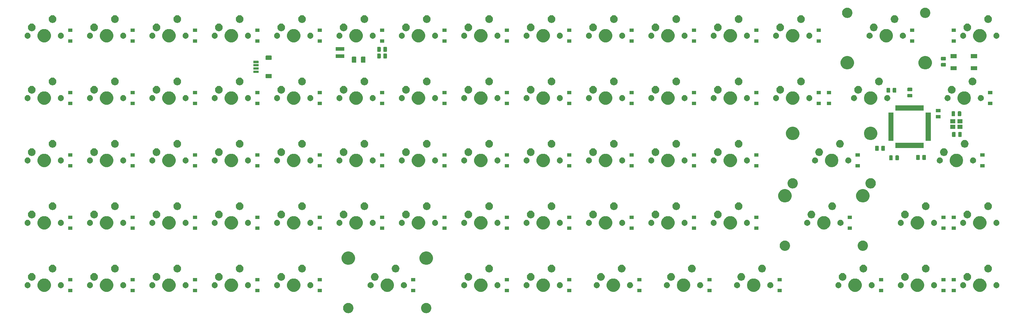
<source format=gbs>
G04 #@! TF.GenerationSoftware,KiCad,Pcbnew,(5.1.4)-1*
G04 #@! TF.CreationDate,2022-05-28T20:25:51-07:00*
G04 #@! TF.ProjectId,bakeneko65ortho,62616b65-6e65-46b6-9f36-356f7274686f,rev?*
G04 #@! TF.SameCoordinates,Original*
G04 #@! TF.FileFunction,Soldermask,Bot*
G04 #@! TF.FilePolarity,Negative*
%FSLAX46Y46*%
G04 Gerber Fmt 4.6, Leading zero omitted, Abs format (unit mm)*
G04 Created by KiCad (PCBNEW (5.1.4)-1) date 2022-05-28 20:25:51*
%MOMM*%
%LPD*%
G04 APERTURE LIST*
%ADD10C,0.100000*%
G04 APERTURE END LIST*
D10*
G36*
X120957267Y-104659013D02*
G01*
X121109411Y-104689276D01*
X121228137Y-104738454D01*
X121396041Y-104808002D01*
X121396042Y-104808003D01*
X121654004Y-104980367D01*
X121873383Y-105199746D01*
X121988553Y-105372111D01*
X122045748Y-105457709D01*
X122164474Y-105744340D01*
X122225000Y-106048625D01*
X122225000Y-106358875D01*
X122164474Y-106663160D01*
X122045748Y-106949791D01*
X122045747Y-106949792D01*
X121873383Y-107207754D01*
X121654004Y-107427133D01*
X121481639Y-107542303D01*
X121396041Y-107599498D01*
X121228137Y-107669046D01*
X121109411Y-107718224D01*
X120957267Y-107748487D01*
X120805125Y-107778750D01*
X120494875Y-107778750D01*
X120342733Y-107748487D01*
X120190589Y-107718224D01*
X120071863Y-107669046D01*
X119903959Y-107599498D01*
X119818361Y-107542303D01*
X119645996Y-107427133D01*
X119426617Y-107207754D01*
X119254253Y-106949792D01*
X119254252Y-106949791D01*
X119135526Y-106663160D01*
X119075000Y-106358875D01*
X119075000Y-106048625D01*
X119135526Y-105744340D01*
X119254252Y-105457709D01*
X119311447Y-105372111D01*
X119426617Y-105199746D01*
X119645996Y-104980367D01*
X119903958Y-104808003D01*
X119903959Y-104808002D01*
X120071863Y-104738454D01*
X120190589Y-104689276D01*
X120342733Y-104659013D01*
X120494875Y-104628750D01*
X120805125Y-104628750D01*
X120957267Y-104659013D01*
X120957267Y-104659013D01*
G37*
G36*
X97144767Y-104659013D02*
G01*
X97296911Y-104689276D01*
X97415637Y-104738454D01*
X97583541Y-104808002D01*
X97583542Y-104808003D01*
X97841504Y-104980367D01*
X98060883Y-105199746D01*
X98176053Y-105372111D01*
X98233248Y-105457709D01*
X98351974Y-105744340D01*
X98412500Y-106048625D01*
X98412500Y-106358875D01*
X98351974Y-106663160D01*
X98233248Y-106949791D01*
X98233247Y-106949792D01*
X98060883Y-107207754D01*
X97841504Y-107427133D01*
X97669139Y-107542303D01*
X97583541Y-107599498D01*
X97415637Y-107669046D01*
X97296911Y-107718224D01*
X97144767Y-107748487D01*
X96992625Y-107778750D01*
X96682375Y-107778750D01*
X96530233Y-107748487D01*
X96378089Y-107718224D01*
X96259363Y-107669046D01*
X96091459Y-107599498D01*
X96005861Y-107542303D01*
X95833496Y-107427133D01*
X95614117Y-107207754D01*
X95441753Y-106949792D01*
X95441752Y-106949791D01*
X95323026Y-106663160D01*
X95262500Y-106358875D01*
X95262500Y-106048625D01*
X95323026Y-105744340D01*
X95441752Y-105457709D01*
X95498947Y-105372111D01*
X95614117Y-105199746D01*
X95833496Y-104980367D01*
X96091458Y-104808003D01*
X96091459Y-104808002D01*
X96259363Y-104738454D01*
X96378089Y-104689276D01*
X96530233Y-104659013D01*
X96682375Y-104628750D01*
X96992625Y-104628750D01*
X97144767Y-104659013D01*
X97144767Y-104659013D01*
G37*
G36*
X88757250Y-101369750D02*
G01*
X87455250Y-101369750D01*
X87455250Y-100367750D01*
X88757250Y-100367750D01*
X88757250Y-101369750D01*
X88757250Y-101369750D01*
G37*
G36*
X12557250Y-101369750D02*
G01*
X11255250Y-101369750D01*
X11255250Y-100367750D01*
X12557250Y-100367750D01*
X12557250Y-101369750D01*
X12557250Y-101369750D01*
G37*
G36*
X31607250Y-101369750D02*
G01*
X30305250Y-101369750D01*
X30305250Y-100367750D01*
X31607250Y-100367750D01*
X31607250Y-101369750D01*
X31607250Y-101369750D01*
G37*
G36*
X50657250Y-101369750D02*
G01*
X49355250Y-101369750D01*
X49355250Y-100367750D01*
X50657250Y-100367750D01*
X50657250Y-101369750D01*
X50657250Y-101369750D01*
G37*
G36*
X69707250Y-101369750D02*
G01*
X68405250Y-101369750D01*
X68405250Y-100367750D01*
X69707250Y-100367750D01*
X69707250Y-101369750D01*
X69707250Y-101369750D01*
G37*
G36*
X117332250Y-101369750D02*
G01*
X116030250Y-101369750D01*
X116030250Y-100367750D01*
X117332250Y-100367750D01*
X117332250Y-101369750D01*
X117332250Y-101369750D01*
G37*
G36*
X145907250Y-101369750D02*
G01*
X144605250Y-101369750D01*
X144605250Y-100367750D01*
X145907250Y-100367750D01*
X145907250Y-101369750D01*
X145907250Y-101369750D01*
G37*
G36*
X164957250Y-101369750D02*
G01*
X163655250Y-101369750D01*
X163655250Y-100367750D01*
X164957250Y-100367750D01*
X164957250Y-101369750D01*
X164957250Y-101369750D01*
G37*
G36*
X186388500Y-101369750D02*
G01*
X185086500Y-101369750D01*
X185086500Y-100367750D01*
X186388500Y-100367750D01*
X186388500Y-101369750D01*
X186388500Y-101369750D01*
G37*
G36*
X207819750Y-101369750D02*
G01*
X206517750Y-101369750D01*
X206517750Y-100367750D01*
X207819750Y-100367750D01*
X207819750Y-101369750D01*
X207819750Y-101369750D01*
G37*
G36*
X229251000Y-101369750D02*
G01*
X227949000Y-101369750D01*
X227949000Y-100367750D01*
X229251000Y-100367750D01*
X229251000Y-101369750D01*
X229251000Y-101369750D01*
G37*
G36*
X260207250Y-101369750D02*
G01*
X258905250Y-101369750D01*
X258905250Y-100367750D01*
X260207250Y-100367750D01*
X260207250Y-101369750D01*
X260207250Y-101369750D01*
G37*
G36*
X282432250Y-101369750D02*
G01*
X281130250Y-101369750D01*
X281130250Y-100367750D01*
X282432250Y-100367750D01*
X282432250Y-101369750D01*
X282432250Y-101369750D01*
G37*
G36*
X279257250Y-101369750D02*
G01*
X277955250Y-101369750D01*
X277955250Y-100367750D01*
X279257250Y-100367750D01*
X279257250Y-101369750D01*
X279257250Y-101369750D01*
G37*
G36*
X290315224Y-97252434D02*
G01*
X290533224Y-97342733D01*
X290687373Y-97406583D01*
X291022298Y-97630373D01*
X291307127Y-97915202D01*
X291530917Y-98250127D01*
X291563312Y-98328336D01*
X291685066Y-98622276D01*
X291763650Y-99017344D01*
X291763650Y-99420156D01*
X291685066Y-99815224D01*
X291634201Y-99938022D01*
X291530917Y-100187373D01*
X291307127Y-100522298D01*
X291022298Y-100807127D01*
X290687373Y-101030917D01*
X290533224Y-101094767D01*
X290315224Y-101185066D01*
X289920156Y-101263650D01*
X289517344Y-101263650D01*
X289122276Y-101185066D01*
X288904276Y-101094767D01*
X288750127Y-101030917D01*
X288415202Y-100807127D01*
X288130373Y-100522298D01*
X287906583Y-100187373D01*
X287803299Y-99938022D01*
X287752434Y-99815224D01*
X287673850Y-99420156D01*
X287673850Y-99017344D01*
X287752434Y-98622276D01*
X287874188Y-98328336D01*
X287906583Y-98250127D01*
X288130373Y-97915202D01*
X288415202Y-97630373D01*
X288750127Y-97406583D01*
X288904276Y-97342733D01*
X289122276Y-97252434D01*
X289517344Y-97173850D01*
X289920156Y-97173850D01*
X290315224Y-97252434D01*
X290315224Y-97252434D01*
G37*
G36*
X4565224Y-97252434D02*
G01*
X4783224Y-97342733D01*
X4937373Y-97406583D01*
X5272298Y-97630373D01*
X5557127Y-97915202D01*
X5780917Y-98250127D01*
X5813312Y-98328336D01*
X5935066Y-98622276D01*
X6013650Y-99017344D01*
X6013650Y-99420156D01*
X5935066Y-99815224D01*
X5884201Y-99938022D01*
X5780917Y-100187373D01*
X5557127Y-100522298D01*
X5272298Y-100807127D01*
X4937373Y-101030917D01*
X4783224Y-101094767D01*
X4565224Y-101185066D01*
X4170156Y-101263650D01*
X3767344Y-101263650D01*
X3372276Y-101185066D01*
X3154276Y-101094767D01*
X3000127Y-101030917D01*
X2665202Y-100807127D01*
X2380373Y-100522298D01*
X2156583Y-100187373D01*
X2053299Y-99938022D01*
X2002434Y-99815224D01*
X1923850Y-99420156D01*
X1923850Y-99017344D01*
X2002434Y-98622276D01*
X2124188Y-98328336D01*
X2156583Y-98250127D01*
X2380373Y-97915202D01*
X2665202Y-97630373D01*
X3000127Y-97406583D01*
X3154276Y-97342733D01*
X3372276Y-97252434D01*
X3767344Y-97173850D01*
X4170156Y-97173850D01*
X4565224Y-97252434D01*
X4565224Y-97252434D01*
G37*
G36*
X23615224Y-97252434D02*
G01*
X23833224Y-97342733D01*
X23987373Y-97406583D01*
X24322298Y-97630373D01*
X24607127Y-97915202D01*
X24830917Y-98250127D01*
X24863312Y-98328336D01*
X24985066Y-98622276D01*
X25063650Y-99017344D01*
X25063650Y-99420156D01*
X24985066Y-99815224D01*
X24934201Y-99938022D01*
X24830917Y-100187373D01*
X24607127Y-100522298D01*
X24322298Y-100807127D01*
X23987373Y-101030917D01*
X23833224Y-101094767D01*
X23615224Y-101185066D01*
X23220156Y-101263650D01*
X22817344Y-101263650D01*
X22422276Y-101185066D01*
X22204276Y-101094767D01*
X22050127Y-101030917D01*
X21715202Y-100807127D01*
X21430373Y-100522298D01*
X21206583Y-100187373D01*
X21103299Y-99938022D01*
X21052434Y-99815224D01*
X20973850Y-99420156D01*
X20973850Y-99017344D01*
X21052434Y-98622276D01*
X21174188Y-98328336D01*
X21206583Y-98250127D01*
X21430373Y-97915202D01*
X21715202Y-97630373D01*
X22050127Y-97406583D01*
X22204276Y-97342733D01*
X22422276Y-97252434D01*
X22817344Y-97173850D01*
X23220156Y-97173850D01*
X23615224Y-97252434D01*
X23615224Y-97252434D01*
G37*
G36*
X42665224Y-97252434D02*
G01*
X42883224Y-97342733D01*
X43037373Y-97406583D01*
X43372298Y-97630373D01*
X43657127Y-97915202D01*
X43880917Y-98250127D01*
X43913312Y-98328336D01*
X44035066Y-98622276D01*
X44113650Y-99017344D01*
X44113650Y-99420156D01*
X44035066Y-99815224D01*
X43984201Y-99938022D01*
X43880917Y-100187373D01*
X43657127Y-100522298D01*
X43372298Y-100807127D01*
X43037373Y-101030917D01*
X42883224Y-101094767D01*
X42665224Y-101185066D01*
X42270156Y-101263650D01*
X41867344Y-101263650D01*
X41472276Y-101185066D01*
X41254276Y-101094767D01*
X41100127Y-101030917D01*
X40765202Y-100807127D01*
X40480373Y-100522298D01*
X40256583Y-100187373D01*
X40153299Y-99938022D01*
X40102434Y-99815224D01*
X40023850Y-99420156D01*
X40023850Y-99017344D01*
X40102434Y-98622276D01*
X40224188Y-98328336D01*
X40256583Y-98250127D01*
X40480373Y-97915202D01*
X40765202Y-97630373D01*
X41100127Y-97406583D01*
X41254276Y-97342733D01*
X41472276Y-97252434D01*
X41867344Y-97173850D01*
X42270156Y-97173850D01*
X42665224Y-97252434D01*
X42665224Y-97252434D01*
G37*
G36*
X61715224Y-97252434D02*
G01*
X61933224Y-97342733D01*
X62087373Y-97406583D01*
X62422298Y-97630373D01*
X62707127Y-97915202D01*
X62930917Y-98250127D01*
X62963312Y-98328336D01*
X63085066Y-98622276D01*
X63163650Y-99017344D01*
X63163650Y-99420156D01*
X63085066Y-99815224D01*
X63034201Y-99938022D01*
X62930917Y-100187373D01*
X62707127Y-100522298D01*
X62422298Y-100807127D01*
X62087373Y-101030917D01*
X61933224Y-101094767D01*
X61715224Y-101185066D01*
X61320156Y-101263650D01*
X60917344Y-101263650D01*
X60522276Y-101185066D01*
X60304276Y-101094767D01*
X60150127Y-101030917D01*
X59815202Y-100807127D01*
X59530373Y-100522298D01*
X59306583Y-100187373D01*
X59203299Y-99938022D01*
X59152434Y-99815224D01*
X59073850Y-99420156D01*
X59073850Y-99017344D01*
X59152434Y-98622276D01*
X59274188Y-98328336D01*
X59306583Y-98250127D01*
X59530373Y-97915202D01*
X59815202Y-97630373D01*
X60150127Y-97406583D01*
X60304276Y-97342733D01*
X60522276Y-97252434D01*
X60917344Y-97173850D01*
X61320156Y-97173850D01*
X61715224Y-97252434D01*
X61715224Y-97252434D01*
G37*
G36*
X137915224Y-97252434D02*
G01*
X138133224Y-97342733D01*
X138287373Y-97406583D01*
X138622298Y-97630373D01*
X138907127Y-97915202D01*
X139130917Y-98250127D01*
X139163312Y-98328336D01*
X139285066Y-98622276D01*
X139363650Y-99017344D01*
X139363650Y-99420156D01*
X139285066Y-99815224D01*
X139234201Y-99938022D01*
X139130917Y-100187373D01*
X138907127Y-100522298D01*
X138622298Y-100807127D01*
X138287373Y-101030917D01*
X138133224Y-101094767D01*
X137915224Y-101185066D01*
X137520156Y-101263650D01*
X137117344Y-101263650D01*
X136722276Y-101185066D01*
X136504276Y-101094767D01*
X136350127Y-101030917D01*
X136015202Y-100807127D01*
X135730373Y-100522298D01*
X135506583Y-100187373D01*
X135403299Y-99938022D01*
X135352434Y-99815224D01*
X135273850Y-99420156D01*
X135273850Y-99017344D01*
X135352434Y-98622276D01*
X135474188Y-98328336D01*
X135506583Y-98250127D01*
X135730373Y-97915202D01*
X136015202Y-97630373D01*
X136350127Y-97406583D01*
X136504276Y-97342733D01*
X136722276Y-97252434D01*
X137117344Y-97173850D01*
X137520156Y-97173850D01*
X137915224Y-97252434D01*
X137915224Y-97252434D01*
G37*
G36*
X109340224Y-97252434D02*
G01*
X109558224Y-97342733D01*
X109712373Y-97406583D01*
X110047298Y-97630373D01*
X110332127Y-97915202D01*
X110555917Y-98250127D01*
X110588312Y-98328336D01*
X110710066Y-98622276D01*
X110788650Y-99017344D01*
X110788650Y-99420156D01*
X110710066Y-99815224D01*
X110659201Y-99938022D01*
X110555917Y-100187373D01*
X110332127Y-100522298D01*
X110047298Y-100807127D01*
X109712373Y-101030917D01*
X109558224Y-101094767D01*
X109340224Y-101185066D01*
X108945156Y-101263650D01*
X108542344Y-101263650D01*
X108147276Y-101185066D01*
X107929276Y-101094767D01*
X107775127Y-101030917D01*
X107440202Y-100807127D01*
X107155373Y-100522298D01*
X106931583Y-100187373D01*
X106828299Y-99938022D01*
X106777434Y-99815224D01*
X106698850Y-99420156D01*
X106698850Y-99017344D01*
X106777434Y-98622276D01*
X106899188Y-98328336D01*
X106931583Y-98250127D01*
X107155373Y-97915202D01*
X107440202Y-97630373D01*
X107775127Y-97406583D01*
X107929276Y-97342733D01*
X108147276Y-97252434D01*
X108542344Y-97173850D01*
X108945156Y-97173850D01*
X109340224Y-97252434D01*
X109340224Y-97252434D01*
G37*
G36*
X271265224Y-97252434D02*
G01*
X271483224Y-97342733D01*
X271637373Y-97406583D01*
X271972298Y-97630373D01*
X272257127Y-97915202D01*
X272480917Y-98250127D01*
X272513312Y-98328336D01*
X272635066Y-98622276D01*
X272713650Y-99017344D01*
X272713650Y-99420156D01*
X272635066Y-99815224D01*
X272584201Y-99938022D01*
X272480917Y-100187373D01*
X272257127Y-100522298D01*
X271972298Y-100807127D01*
X271637373Y-101030917D01*
X271483224Y-101094767D01*
X271265224Y-101185066D01*
X270870156Y-101263650D01*
X270467344Y-101263650D01*
X270072276Y-101185066D01*
X269854276Y-101094767D01*
X269700127Y-101030917D01*
X269365202Y-100807127D01*
X269080373Y-100522298D01*
X268856583Y-100187373D01*
X268753299Y-99938022D01*
X268702434Y-99815224D01*
X268623850Y-99420156D01*
X268623850Y-99017344D01*
X268702434Y-98622276D01*
X268824188Y-98328336D01*
X268856583Y-98250127D01*
X269080373Y-97915202D01*
X269365202Y-97630373D01*
X269700127Y-97406583D01*
X269854276Y-97342733D01*
X270072276Y-97252434D01*
X270467344Y-97173850D01*
X270870156Y-97173850D01*
X271265224Y-97252434D01*
X271265224Y-97252434D01*
G37*
G36*
X252215224Y-97252434D02*
G01*
X252433224Y-97342733D01*
X252587373Y-97406583D01*
X252922298Y-97630373D01*
X253207127Y-97915202D01*
X253430917Y-98250127D01*
X253463312Y-98328336D01*
X253585066Y-98622276D01*
X253663650Y-99017344D01*
X253663650Y-99420156D01*
X253585066Y-99815224D01*
X253534201Y-99938022D01*
X253430917Y-100187373D01*
X253207127Y-100522298D01*
X252922298Y-100807127D01*
X252587373Y-101030917D01*
X252433224Y-101094767D01*
X252215224Y-101185066D01*
X251820156Y-101263650D01*
X251417344Y-101263650D01*
X251022276Y-101185066D01*
X250804276Y-101094767D01*
X250650127Y-101030917D01*
X250315202Y-100807127D01*
X250030373Y-100522298D01*
X249806583Y-100187373D01*
X249703299Y-99938022D01*
X249652434Y-99815224D01*
X249573850Y-99420156D01*
X249573850Y-99017344D01*
X249652434Y-98622276D01*
X249774188Y-98328336D01*
X249806583Y-98250127D01*
X250030373Y-97915202D01*
X250315202Y-97630373D01*
X250650127Y-97406583D01*
X250804276Y-97342733D01*
X251022276Y-97252434D01*
X251417344Y-97173850D01*
X251820156Y-97173850D01*
X252215224Y-97252434D01*
X252215224Y-97252434D01*
G37*
G36*
X80765224Y-97252434D02*
G01*
X80983224Y-97342733D01*
X81137373Y-97406583D01*
X81472298Y-97630373D01*
X81757127Y-97915202D01*
X81980917Y-98250127D01*
X82013312Y-98328336D01*
X82135066Y-98622276D01*
X82213650Y-99017344D01*
X82213650Y-99420156D01*
X82135066Y-99815224D01*
X82084201Y-99938022D01*
X81980917Y-100187373D01*
X81757127Y-100522298D01*
X81472298Y-100807127D01*
X81137373Y-101030917D01*
X80983224Y-101094767D01*
X80765224Y-101185066D01*
X80370156Y-101263650D01*
X79967344Y-101263650D01*
X79572276Y-101185066D01*
X79354276Y-101094767D01*
X79200127Y-101030917D01*
X78865202Y-100807127D01*
X78580373Y-100522298D01*
X78356583Y-100187373D01*
X78253299Y-99938022D01*
X78202434Y-99815224D01*
X78123850Y-99420156D01*
X78123850Y-99017344D01*
X78202434Y-98622276D01*
X78324188Y-98328336D01*
X78356583Y-98250127D01*
X78580373Y-97915202D01*
X78865202Y-97630373D01*
X79200127Y-97406583D01*
X79354276Y-97342733D01*
X79572276Y-97252434D01*
X79967344Y-97173850D01*
X80370156Y-97173850D01*
X80765224Y-97252434D01*
X80765224Y-97252434D01*
G37*
G36*
X178396474Y-97252434D02*
G01*
X178614474Y-97342733D01*
X178768623Y-97406583D01*
X179103548Y-97630373D01*
X179388377Y-97915202D01*
X179612167Y-98250127D01*
X179644562Y-98328336D01*
X179766316Y-98622276D01*
X179844900Y-99017344D01*
X179844900Y-99420156D01*
X179766316Y-99815224D01*
X179715451Y-99938022D01*
X179612167Y-100187373D01*
X179388377Y-100522298D01*
X179103548Y-100807127D01*
X178768623Y-101030917D01*
X178614474Y-101094767D01*
X178396474Y-101185066D01*
X178001406Y-101263650D01*
X177598594Y-101263650D01*
X177203526Y-101185066D01*
X176985526Y-101094767D01*
X176831377Y-101030917D01*
X176496452Y-100807127D01*
X176211623Y-100522298D01*
X175987833Y-100187373D01*
X175884549Y-99938022D01*
X175833684Y-99815224D01*
X175755100Y-99420156D01*
X175755100Y-99017344D01*
X175833684Y-98622276D01*
X175955438Y-98328336D01*
X175987833Y-98250127D01*
X176211623Y-97915202D01*
X176496452Y-97630373D01*
X176831377Y-97406583D01*
X176985526Y-97342733D01*
X177203526Y-97252434D01*
X177598594Y-97173850D01*
X178001406Y-97173850D01*
X178396474Y-97252434D01*
X178396474Y-97252434D01*
G37*
G36*
X221258974Y-97252434D02*
G01*
X221476974Y-97342733D01*
X221631123Y-97406583D01*
X221966048Y-97630373D01*
X222250877Y-97915202D01*
X222474667Y-98250127D01*
X222507062Y-98328336D01*
X222628816Y-98622276D01*
X222707400Y-99017344D01*
X222707400Y-99420156D01*
X222628816Y-99815224D01*
X222577951Y-99938022D01*
X222474667Y-100187373D01*
X222250877Y-100522298D01*
X221966048Y-100807127D01*
X221631123Y-101030917D01*
X221476974Y-101094767D01*
X221258974Y-101185066D01*
X220863906Y-101263650D01*
X220461094Y-101263650D01*
X220066026Y-101185066D01*
X219848026Y-101094767D01*
X219693877Y-101030917D01*
X219358952Y-100807127D01*
X219074123Y-100522298D01*
X218850333Y-100187373D01*
X218747049Y-99938022D01*
X218696184Y-99815224D01*
X218617600Y-99420156D01*
X218617600Y-99017344D01*
X218696184Y-98622276D01*
X218817938Y-98328336D01*
X218850333Y-98250127D01*
X219074123Y-97915202D01*
X219358952Y-97630373D01*
X219693877Y-97406583D01*
X219848026Y-97342733D01*
X220066026Y-97252434D01*
X220461094Y-97173850D01*
X220863906Y-97173850D01*
X221258974Y-97252434D01*
X221258974Y-97252434D01*
G37*
G36*
X199827724Y-97252434D02*
G01*
X200045724Y-97342733D01*
X200199873Y-97406583D01*
X200534798Y-97630373D01*
X200819627Y-97915202D01*
X201043417Y-98250127D01*
X201075812Y-98328336D01*
X201197566Y-98622276D01*
X201276150Y-99017344D01*
X201276150Y-99420156D01*
X201197566Y-99815224D01*
X201146701Y-99938022D01*
X201043417Y-100187373D01*
X200819627Y-100522298D01*
X200534798Y-100807127D01*
X200199873Y-101030917D01*
X200045724Y-101094767D01*
X199827724Y-101185066D01*
X199432656Y-101263650D01*
X199029844Y-101263650D01*
X198634776Y-101185066D01*
X198416776Y-101094767D01*
X198262627Y-101030917D01*
X197927702Y-100807127D01*
X197642873Y-100522298D01*
X197419083Y-100187373D01*
X197315799Y-99938022D01*
X197264934Y-99815224D01*
X197186350Y-99420156D01*
X197186350Y-99017344D01*
X197264934Y-98622276D01*
X197386688Y-98328336D01*
X197419083Y-98250127D01*
X197642873Y-97915202D01*
X197927702Y-97630373D01*
X198262627Y-97406583D01*
X198416776Y-97342733D01*
X198634776Y-97252434D01*
X199029844Y-97173850D01*
X199432656Y-97173850D01*
X199827724Y-97252434D01*
X199827724Y-97252434D01*
G37*
G36*
X156965224Y-97252434D02*
G01*
X157183224Y-97342733D01*
X157337373Y-97406583D01*
X157672298Y-97630373D01*
X157957127Y-97915202D01*
X158180917Y-98250127D01*
X158213312Y-98328336D01*
X158335066Y-98622276D01*
X158413650Y-99017344D01*
X158413650Y-99420156D01*
X158335066Y-99815224D01*
X158284201Y-99938022D01*
X158180917Y-100187373D01*
X157957127Y-100522298D01*
X157672298Y-100807127D01*
X157337373Y-101030917D01*
X157183224Y-101094767D01*
X156965224Y-101185066D01*
X156570156Y-101263650D01*
X156167344Y-101263650D01*
X155772276Y-101185066D01*
X155554276Y-101094767D01*
X155400127Y-101030917D01*
X155065202Y-100807127D01*
X154780373Y-100522298D01*
X154556583Y-100187373D01*
X154453299Y-99938022D01*
X154402434Y-99815224D01*
X154323850Y-99420156D01*
X154323850Y-99017344D01*
X154402434Y-98622276D01*
X154524188Y-98328336D01*
X154556583Y-98250127D01*
X154780373Y-97915202D01*
X155065202Y-97630373D01*
X155400127Y-97406583D01*
X155554276Y-97342733D01*
X155772276Y-97252434D01*
X156167344Y-97173850D01*
X156570156Y-97173850D01*
X156965224Y-97252434D01*
X156965224Y-97252434D01*
G37*
G36*
X132508854Y-98328335D02*
G01*
X132677376Y-98398139D01*
X132829041Y-98499478D01*
X132958022Y-98628459D01*
X133059361Y-98780124D01*
X133129165Y-98948646D01*
X133164750Y-99127547D01*
X133164750Y-99309953D01*
X133129165Y-99488854D01*
X133059361Y-99657376D01*
X132958022Y-99809041D01*
X132829041Y-99938022D01*
X132677376Y-100039361D01*
X132508854Y-100109165D01*
X132329953Y-100144750D01*
X132147547Y-100144750D01*
X131968646Y-100109165D01*
X131800124Y-100039361D01*
X131648459Y-99938022D01*
X131519478Y-99809041D01*
X131418139Y-99657376D01*
X131348335Y-99488854D01*
X131312750Y-99309953D01*
X131312750Y-99127547D01*
X131348335Y-98948646D01*
X131418139Y-98780124D01*
X131519478Y-98628459D01*
X131648459Y-98499478D01*
X131800124Y-98398139D01*
X131968646Y-98328335D01*
X132147547Y-98292750D01*
X132329953Y-98292750D01*
X132508854Y-98328335D01*
X132508854Y-98328335D01*
G37*
G36*
X9318854Y-98328335D02*
G01*
X9487376Y-98398139D01*
X9639041Y-98499478D01*
X9768022Y-98628459D01*
X9869361Y-98780124D01*
X9939165Y-98948646D01*
X9974750Y-99127547D01*
X9974750Y-99309953D01*
X9939165Y-99488854D01*
X9869361Y-99657376D01*
X9768022Y-99809041D01*
X9639041Y-99938022D01*
X9487376Y-100039361D01*
X9318854Y-100109165D01*
X9139953Y-100144750D01*
X8957547Y-100144750D01*
X8778646Y-100109165D01*
X8610124Y-100039361D01*
X8458459Y-99938022D01*
X8329478Y-99809041D01*
X8228139Y-99657376D01*
X8158335Y-99488854D01*
X8122750Y-99309953D01*
X8122750Y-99127547D01*
X8158335Y-98948646D01*
X8228139Y-98780124D01*
X8329478Y-98628459D01*
X8458459Y-98499478D01*
X8610124Y-98398139D01*
X8778646Y-98328335D01*
X8957547Y-98292750D01*
X9139953Y-98292750D01*
X9318854Y-98328335D01*
X9318854Y-98328335D01*
G37*
G36*
X226012604Y-98328335D02*
G01*
X226181126Y-98398139D01*
X226332791Y-98499478D01*
X226461772Y-98628459D01*
X226563111Y-98780124D01*
X226632915Y-98948646D01*
X226668500Y-99127547D01*
X226668500Y-99309953D01*
X226632915Y-99488854D01*
X226563111Y-99657376D01*
X226461772Y-99809041D01*
X226332791Y-99938022D01*
X226181126Y-100039361D01*
X226012604Y-100109165D01*
X225833703Y-100144750D01*
X225651297Y-100144750D01*
X225472396Y-100109165D01*
X225303874Y-100039361D01*
X225152209Y-99938022D01*
X225023228Y-99809041D01*
X224921889Y-99657376D01*
X224852085Y-99488854D01*
X224816500Y-99309953D01*
X224816500Y-99127547D01*
X224852085Y-98948646D01*
X224921889Y-98780124D01*
X225023228Y-98628459D01*
X225152209Y-98499478D01*
X225303874Y-98398139D01*
X225472396Y-98328335D01*
X225651297Y-98292750D01*
X225833703Y-98292750D01*
X226012604Y-98328335D01*
X226012604Y-98328335D01*
G37*
G36*
X18208854Y-98328335D02*
G01*
X18377376Y-98398139D01*
X18529041Y-98499478D01*
X18658022Y-98628459D01*
X18759361Y-98780124D01*
X18829165Y-98948646D01*
X18864750Y-99127547D01*
X18864750Y-99309953D01*
X18829165Y-99488854D01*
X18759361Y-99657376D01*
X18658022Y-99809041D01*
X18529041Y-99938022D01*
X18377376Y-100039361D01*
X18208854Y-100109165D01*
X18029953Y-100144750D01*
X17847547Y-100144750D01*
X17668646Y-100109165D01*
X17500124Y-100039361D01*
X17348459Y-99938022D01*
X17219478Y-99809041D01*
X17118139Y-99657376D01*
X17048335Y-99488854D01*
X17012750Y-99309953D01*
X17012750Y-99127547D01*
X17048335Y-98948646D01*
X17118139Y-98780124D01*
X17219478Y-98628459D01*
X17348459Y-98499478D01*
X17500124Y-98398139D01*
X17668646Y-98328335D01*
X17847547Y-98292750D01*
X18029953Y-98292750D01*
X18208854Y-98328335D01*
X18208854Y-98328335D01*
G37*
G36*
X215852604Y-98328335D02*
G01*
X216021126Y-98398139D01*
X216172791Y-98499478D01*
X216301772Y-98628459D01*
X216403111Y-98780124D01*
X216472915Y-98948646D01*
X216508500Y-99127547D01*
X216508500Y-99309953D01*
X216472915Y-99488854D01*
X216403111Y-99657376D01*
X216301772Y-99809041D01*
X216172791Y-99938022D01*
X216021126Y-100039361D01*
X215852604Y-100109165D01*
X215673703Y-100144750D01*
X215491297Y-100144750D01*
X215312396Y-100109165D01*
X215143874Y-100039361D01*
X214992209Y-99938022D01*
X214863228Y-99809041D01*
X214761889Y-99657376D01*
X214692085Y-99488854D01*
X214656500Y-99309953D01*
X214656500Y-99127547D01*
X214692085Y-98948646D01*
X214761889Y-98780124D01*
X214863228Y-98628459D01*
X214992209Y-98499478D01*
X215143874Y-98398139D01*
X215312396Y-98328335D01*
X215491297Y-98292750D01*
X215673703Y-98292750D01*
X215852604Y-98328335D01*
X215852604Y-98328335D01*
G37*
G36*
X246808854Y-98328335D02*
G01*
X246977376Y-98398139D01*
X247129041Y-98499478D01*
X247258022Y-98628459D01*
X247359361Y-98780124D01*
X247429165Y-98948646D01*
X247464750Y-99127547D01*
X247464750Y-99309953D01*
X247429165Y-99488854D01*
X247359361Y-99657376D01*
X247258022Y-99809041D01*
X247129041Y-99938022D01*
X246977376Y-100039361D01*
X246808854Y-100109165D01*
X246629953Y-100144750D01*
X246447547Y-100144750D01*
X246268646Y-100109165D01*
X246100124Y-100039361D01*
X245948459Y-99938022D01*
X245819478Y-99809041D01*
X245718139Y-99657376D01*
X245648335Y-99488854D01*
X245612750Y-99309953D01*
X245612750Y-99127547D01*
X245648335Y-98948646D01*
X245718139Y-98780124D01*
X245819478Y-98628459D01*
X245948459Y-98499478D01*
X246100124Y-98398139D01*
X246268646Y-98328335D01*
X246447547Y-98292750D01*
X246629953Y-98292750D01*
X246808854Y-98328335D01*
X246808854Y-98328335D01*
G37*
G36*
X-841146Y-98328335D02*
G01*
X-672624Y-98398139D01*
X-520959Y-98499478D01*
X-391978Y-98628459D01*
X-290639Y-98780124D01*
X-220835Y-98948646D01*
X-185250Y-99127547D01*
X-185250Y-99309953D01*
X-220835Y-99488854D01*
X-290639Y-99657376D01*
X-391978Y-99809041D01*
X-520959Y-99938022D01*
X-672624Y-100039361D01*
X-841146Y-100109165D01*
X-1020047Y-100144750D01*
X-1202453Y-100144750D01*
X-1381354Y-100109165D01*
X-1549876Y-100039361D01*
X-1701541Y-99938022D01*
X-1830522Y-99809041D01*
X-1931861Y-99657376D01*
X-2001665Y-99488854D01*
X-2037250Y-99309953D01*
X-2037250Y-99127547D01*
X-2001665Y-98948646D01*
X-1931861Y-98780124D01*
X-1830522Y-98628459D01*
X-1701541Y-98499478D01*
X-1549876Y-98398139D01*
X-1381354Y-98328335D01*
X-1202453Y-98292750D01*
X-1020047Y-98292750D01*
X-841146Y-98328335D01*
X-841146Y-98328335D01*
G37*
G36*
X47418854Y-98328335D02*
G01*
X47587376Y-98398139D01*
X47739041Y-98499478D01*
X47868022Y-98628459D01*
X47969361Y-98780124D01*
X48039165Y-98948646D01*
X48074750Y-99127547D01*
X48074750Y-99309953D01*
X48039165Y-99488854D01*
X47969361Y-99657376D01*
X47868022Y-99809041D01*
X47739041Y-99938022D01*
X47587376Y-100039361D01*
X47418854Y-100109165D01*
X47239953Y-100144750D01*
X47057547Y-100144750D01*
X46878646Y-100109165D01*
X46710124Y-100039361D01*
X46558459Y-99938022D01*
X46429478Y-99809041D01*
X46328139Y-99657376D01*
X46258335Y-99488854D01*
X46222750Y-99309953D01*
X46222750Y-99127547D01*
X46258335Y-98948646D01*
X46328139Y-98780124D01*
X46429478Y-98628459D01*
X46558459Y-98499478D01*
X46710124Y-98398139D01*
X46878646Y-98328335D01*
X47057547Y-98292750D01*
X47239953Y-98292750D01*
X47418854Y-98328335D01*
X47418854Y-98328335D01*
G37*
G36*
X85518854Y-98328335D02*
G01*
X85687376Y-98398139D01*
X85839041Y-98499478D01*
X85968022Y-98628459D01*
X86069361Y-98780124D01*
X86139165Y-98948646D01*
X86174750Y-99127547D01*
X86174750Y-99309953D01*
X86139165Y-99488854D01*
X86069361Y-99657376D01*
X85968022Y-99809041D01*
X85839041Y-99938022D01*
X85687376Y-100039361D01*
X85518854Y-100109165D01*
X85339953Y-100144750D01*
X85157547Y-100144750D01*
X84978646Y-100109165D01*
X84810124Y-100039361D01*
X84658459Y-99938022D01*
X84529478Y-99809041D01*
X84428139Y-99657376D01*
X84358335Y-99488854D01*
X84322750Y-99309953D01*
X84322750Y-99127547D01*
X84358335Y-98948646D01*
X84428139Y-98780124D01*
X84529478Y-98628459D01*
X84658459Y-98499478D01*
X84810124Y-98398139D01*
X84978646Y-98328335D01*
X85157547Y-98292750D01*
X85339953Y-98292750D01*
X85518854Y-98328335D01*
X85518854Y-98328335D01*
G37*
G36*
X103933854Y-98328335D02*
G01*
X104102376Y-98398139D01*
X104254041Y-98499478D01*
X104383022Y-98628459D01*
X104484361Y-98780124D01*
X104554165Y-98948646D01*
X104589750Y-99127547D01*
X104589750Y-99309953D01*
X104554165Y-99488854D01*
X104484361Y-99657376D01*
X104383022Y-99809041D01*
X104254041Y-99938022D01*
X104102376Y-100039361D01*
X103933854Y-100109165D01*
X103754953Y-100144750D01*
X103572547Y-100144750D01*
X103393646Y-100109165D01*
X103225124Y-100039361D01*
X103073459Y-99938022D01*
X102944478Y-99809041D01*
X102843139Y-99657376D01*
X102773335Y-99488854D01*
X102737750Y-99309953D01*
X102737750Y-99127547D01*
X102773335Y-98948646D01*
X102843139Y-98780124D01*
X102944478Y-98628459D01*
X103073459Y-98499478D01*
X103225124Y-98398139D01*
X103393646Y-98328335D01*
X103572547Y-98292750D01*
X103754953Y-98292750D01*
X103933854Y-98328335D01*
X103933854Y-98328335D01*
G37*
G36*
X114093854Y-98328335D02*
G01*
X114262376Y-98398139D01*
X114414041Y-98499478D01*
X114543022Y-98628459D01*
X114644361Y-98780124D01*
X114714165Y-98948646D01*
X114749750Y-99127547D01*
X114749750Y-99309953D01*
X114714165Y-99488854D01*
X114644361Y-99657376D01*
X114543022Y-99809041D01*
X114414041Y-99938022D01*
X114262376Y-100039361D01*
X114093854Y-100109165D01*
X113914953Y-100144750D01*
X113732547Y-100144750D01*
X113553646Y-100109165D01*
X113385124Y-100039361D01*
X113233459Y-99938022D01*
X113104478Y-99809041D01*
X113003139Y-99657376D01*
X112933335Y-99488854D01*
X112897750Y-99309953D01*
X112897750Y-99127547D01*
X112933335Y-98948646D01*
X113003139Y-98780124D01*
X113104478Y-98628459D01*
X113233459Y-98499478D01*
X113385124Y-98398139D01*
X113553646Y-98328335D01*
X113732547Y-98292750D01*
X113914953Y-98292750D01*
X114093854Y-98328335D01*
X114093854Y-98328335D01*
G37*
G36*
X142668854Y-98328335D02*
G01*
X142837376Y-98398139D01*
X142989041Y-98499478D01*
X143118022Y-98628459D01*
X143219361Y-98780124D01*
X143289165Y-98948646D01*
X143324750Y-99127547D01*
X143324750Y-99309953D01*
X143289165Y-99488854D01*
X143219361Y-99657376D01*
X143118022Y-99809041D01*
X142989041Y-99938022D01*
X142837376Y-100039361D01*
X142668854Y-100109165D01*
X142489953Y-100144750D01*
X142307547Y-100144750D01*
X142128646Y-100109165D01*
X141960124Y-100039361D01*
X141808459Y-99938022D01*
X141679478Y-99809041D01*
X141578139Y-99657376D01*
X141508335Y-99488854D01*
X141472750Y-99309953D01*
X141472750Y-99127547D01*
X141508335Y-98948646D01*
X141578139Y-98780124D01*
X141679478Y-98628459D01*
X141808459Y-98499478D01*
X141960124Y-98398139D01*
X142128646Y-98328335D01*
X142307547Y-98292750D01*
X142489953Y-98292750D01*
X142668854Y-98328335D01*
X142668854Y-98328335D01*
G37*
G36*
X75358854Y-98328335D02*
G01*
X75527376Y-98398139D01*
X75679041Y-98499478D01*
X75808022Y-98628459D01*
X75909361Y-98780124D01*
X75979165Y-98948646D01*
X76014750Y-99127547D01*
X76014750Y-99309953D01*
X75979165Y-99488854D01*
X75909361Y-99657376D01*
X75808022Y-99809041D01*
X75679041Y-99938022D01*
X75527376Y-100039361D01*
X75358854Y-100109165D01*
X75179953Y-100144750D01*
X74997547Y-100144750D01*
X74818646Y-100109165D01*
X74650124Y-100039361D01*
X74498459Y-99938022D01*
X74369478Y-99809041D01*
X74268139Y-99657376D01*
X74198335Y-99488854D01*
X74162750Y-99309953D01*
X74162750Y-99127547D01*
X74198335Y-98948646D01*
X74268139Y-98780124D01*
X74369478Y-98628459D01*
X74498459Y-98499478D01*
X74650124Y-98398139D01*
X74818646Y-98328335D01*
X74997547Y-98292750D01*
X75179953Y-98292750D01*
X75358854Y-98328335D01*
X75358854Y-98328335D01*
G37*
G36*
X295068854Y-98328335D02*
G01*
X295237376Y-98398139D01*
X295389041Y-98499478D01*
X295518022Y-98628459D01*
X295619361Y-98780124D01*
X295689165Y-98948646D01*
X295724750Y-99127547D01*
X295724750Y-99309953D01*
X295689165Y-99488854D01*
X295619361Y-99657376D01*
X295518022Y-99809041D01*
X295389041Y-99938022D01*
X295237376Y-100039361D01*
X295068854Y-100109165D01*
X294889953Y-100144750D01*
X294707547Y-100144750D01*
X294528646Y-100109165D01*
X294360124Y-100039361D01*
X294208459Y-99938022D01*
X294079478Y-99809041D01*
X293978139Y-99657376D01*
X293908335Y-99488854D01*
X293872750Y-99309953D01*
X293872750Y-99127547D01*
X293908335Y-98948646D01*
X293978139Y-98780124D01*
X294079478Y-98628459D01*
X294208459Y-98499478D01*
X294360124Y-98398139D01*
X294528646Y-98328335D01*
X294707547Y-98292750D01*
X294889953Y-98292750D01*
X295068854Y-98328335D01*
X295068854Y-98328335D01*
G37*
G36*
X265858854Y-98328335D02*
G01*
X266027376Y-98398139D01*
X266179041Y-98499478D01*
X266308022Y-98628459D01*
X266409361Y-98780124D01*
X266479165Y-98948646D01*
X266514750Y-99127547D01*
X266514750Y-99309953D01*
X266479165Y-99488854D01*
X266409361Y-99657376D01*
X266308022Y-99809041D01*
X266179041Y-99938022D01*
X266027376Y-100039361D01*
X265858854Y-100109165D01*
X265679953Y-100144750D01*
X265497547Y-100144750D01*
X265318646Y-100109165D01*
X265150124Y-100039361D01*
X264998459Y-99938022D01*
X264869478Y-99809041D01*
X264768139Y-99657376D01*
X264698335Y-99488854D01*
X264662750Y-99309953D01*
X264662750Y-99127547D01*
X264698335Y-98948646D01*
X264768139Y-98780124D01*
X264869478Y-98628459D01*
X264998459Y-98499478D01*
X265150124Y-98398139D01*
X265318646Y-98328335D01*
X265497547Y-98292750D01*
X265679953Y-98292750D01*
X265858854Y-98328335D01*
X265858854Y-98328335D01*
G37*
G36*
X276018854Y-98328335D02*
G01*
X276187376Y-98398139D01*
X276339041Y-98499478D01*
X276468022Y-98628459D01*
X276569361Y-98780124D01*
X276639165Y-98948646D01*
X276674750Y-99127547D01*
X276674750Y-99309953D01*
X276639165Y-99488854D01*
X276569361Y-99657376D01*
X276468022Y-99809041D01*
X276339041Y-99938022D01*
X276187376Y-100039361D01*
X276018854Y-100109165D01*
X275839953Y-100144750D01*
X275657547Y-100144750D01*
X275478646Y-100109165D01*
X275310124Y-100039361D01*
X275158459Y-99938022D01*
X275029478Y-99809041D01*
X274928139Y-99657376D01*
X274858335Y-99488854D01*
X274822750Y-99309953D01*
X274822750Y-99127547D01*
X274858335Y-98948646D01*
X274928139Y-98780124D01*
X275029478Y-98628459D01*
X275158459Y-98499478D01*
X275310124Y-98398139D01*
X275478646Y-98328335D01*
X275657547Y-98292750D01*
X275839953Y-98292750D01*
X276018854Y-98328335D01*
X276018854Y-98328335D01*
G37*
G36*
X161718854Y-98328335D02*
G01*
X161887376Y-98398139D01*
X162039041Y-98499478D01*
X162168022Y-98628459D01*
X162269361Y-98780124D01*
X162339165Y-98948646D01*
X162374750Y-99127547D01*
X162374750Y-99309953D01*
X162339165Y-99488854D01*
X162269361Y-99657376D01*
X162168022Y-99809041D01*
X162039041Y-99938022D01*
X161887376Y-100039361D01*
X161718854Y-100109165D01*
X161539953Y-100144750D01*
X161357547Y-100144750D01*
X161178646Y-100109165D01*
X161010124Y-100039361D01*
X160858459Y-99938022D01*
X160729478Y-99809041D01*
X160628139Y-99657376D01*
X160558335Y-99488854D01*
X160522750Y-99309953D01*
X160522750Y-99127547D01*
X160558335Y-98948646D01*
X160628139Y-98780124D01*
X160729478Y-98628459D01*
X160858459Y-98499478D01*
X161010124Y-98398139D01*
X161178646Y-98328335D01*
X161357547Y-98292750D01*
X161539953Y-98292750D01*
X161718854Y-98328335D01*
X161718854Y-98328335D01*
G37*
G36*
X151558854Y-98328335D02*
G01*
X151727376Y-98398139D01*
X151879041Y-98499478D01*
X152008022Y-98628459D01*
X152109361Y-98780124D01*
X152179165Y-98948646D01*
X152214750Y-99127547D01*
X152214750Y-99309953D01*
X152179165Y-99488854D01*
X152109361Y-99657376D01*
X152008022Y-99809041D01*
X151879041Y-99938022D01*
X151727376Y-100039361D01*
X151558854Y-100109165D01*
X151379953Y-100144750D01*
X151197547Y-100144750D01*
X151018646Y-100109165D01*
X150850124Y-100039361D01*
X150698459Y-99938022D01*
X150569478Y-99809041D01*
X150468139Y-99657376D01*
X150398335Y-99488854D01*
X150362750Y-99309953D01*
X150362750Y-99127547D01*
X150398335Y-98948646D01*
X150468139Y-98780124D01*
X150569478Y-98628459D01*
X150698459Y-98499478D01*
X150850124Y-98398139D01*
X151018646Y-98328335D01*
X151197547Y-98292750D01*
X151379953Y-98292750D01*
X151558854Y-98328335D01*
X151558854Y-98328335D01*
G37*
G36*
X28368854Y-98328335D02*
G01*
X28537376Y-98398139D01*
X28689041Y-98499478D01*
X28818022Y-98628459D01*
X28919361Y-98780124D01*
X28989165Y-98948646D01*
X29024750Y-99127547D01*
X29024750Y-99309953D01*
X28989165Y-99488854D01*
X28919361Y-99657376D01*
X28818022Y-99809041D01*
X28689041Y-99938022D01*
X28537376Y-100039361D01*
X28368854Y-100109165D01*
X28189953Y-100144750D01*
X28007547Y-100144750D01*
X27828646Y-100109165D01*
X27660124Y-100039361D01*
X27508459Y-99938022D01*
X27379478Y-99809041D01*
X27278139Y-99657376D01*
X27208335Y-99488854D01*
X27172750Y-99309953D01*
X27172750Y-99127547D01*
X27208335Y-98948646D01*
X27278139Y-98780124D01*
X27379478Y-98628459D01*
X27508459Y-98499478D01*
X27660124Y-98398139D01*
X27828646Y-98328335D01*
X28007547Y-98292750D01*
X28189953Y-98292750D01*
X28368854Y-98328335D01*
X28368854Y-98328335D01*
G37*
G36*
X183150104Y-98328335D02*
G01*
X183318626Y-98398139D01*
X183470291Y-98499478D01*
X183599272Y-98628459D01*
X183700611Y-98780124D01*
X183770415Y-98948646D01*
X183806000Y-99127547D01*
X183806000Y-99309953D01*
X183770415Y-99488854D01*
X183700611Y-99657376D01*
X183599272Y-99809041D01*
X183470291Y-99938022D01*
X183318626Y-100039361D01*
X183150104Y-100109165D01*
X182971203Y-100144750D01*
X182788797Y-100144750D01*
X182609896Y-100109165D01*
X182441374Y-100039361D01*
X182289709Y-99938022D01*
X182160728Y-99809041D01*
X182059389Y-99657376D01*
X181989585Y-99488854D01*
X181954000Y-99309953D01*
X181954000Y-99127547D01*
X181989585Y-98948646D01*
X182059389Y-98780124D01*
X182160728Y-98628459D01*
X182289709Y-98499478D01*
X182441374Y-98398139D01*
X182609896Y-98328335D01*
X182788797Y-98292750D01*
X182971203Y-98292750D01*
X183150104Y-98328335D01*
X183150104Y-98328335D01*
G37*
G36*
X56308854Y-98328335D02*
G01*
X56477376Y-98398139D01*
X56629041Y-98499478D01*
X56758022Y-98628459D01*
X56859361Y-98780124D01*
X56929165Y-98948646D01*
X56964750Y-99127547D01*
X56964750Y-99309953D01*
X56929165Y-99488854D01*
X56859361Y-99657376D01*
X56758022Y-99809041D01*
X56629041Y-99938022D01*
X56477376Y-100039361D01*
X56308854Y-100109165D01*
X56129953Y-100144750D01*
X55947547Y-100144750D01*
X55768646Y-100109165D01*
X55600124Y-100039361D01*
X55448459Y-99938022D01*
X55319478Y-99809041D01*
X55218139Y-99657376D01*
X55148335Y-99488854D01*
X55112750Y-99309953D01*
X55112750Y-99127547D01*
X55148335Y-98948646D01*
X55218139Y-98780124D01*
X55319478Y-98628459D01*
X55448459Y-98499478D01*
X55600124Y-98398139D01*
X55768646Y-98328335D01*
X55947547Y-98292750D01*
X56129953Y-98292750D01*
X56308854Y-98328335D01*
X56308854Y-98328335D01*
G37*
G36*
X66468854Y-98328335D02*
G01*
X66637376Y-98398139D01*
X66789041Y-98499478D01*
X66918022Y-98628459D01*
X67019361Y-98780124D01*
X67089165Y-98948646D01*
X67124750Y-99127547D01*
X67124750Y-99309953D01*
X67089165Y-99488854D01*
X67019361Y-99657376D01*
X66918022Y-99809041D01*
X66789041Y-99938022D01*
X66637376Y-100039361D01*
X66468854Y-100109165D01*
X66289953Y-100144750D01*
X66107547Y-100144750D01*
X65928646Y-100109165D01*
X65760124Y-100039361D01*
X65608459Y-99938022D01*
X65479478Y-99809041D01*
X65378139Y-99657376D01*
X65308335Y-99488854D01*
X65272750Y-99309953D01*
X65272750Y-99127547D01*
X65308335Y-98948646D01*
X65378139Y-98780124D01*
X65479478Y-98628459D01*
X65608459Y-98499478D01*
X65760124Y-98398139D01*
X65928646Y-98328335D01*
X66107547Y-98292750D01*
X66289953Y-98292750D01*
X66468854Y-98328335D01*
X66468854Y-98328335D01*
G37*
G36*
X172990104Y-98328335D02*
G01*
X173158626Y-98398139D01*
X173310291Y-98499478D01*
X173439272Y-98628459D01*
X173540611Y-98780124D01*
X173610415Y-98948646D01*
X173646000Y-99127547D01*
X173646000Y-99309953D01*
X173610415Y-99488854D01*
X173540611Y-99657376D01*
X173439272Y-99809041D01*
X173310291Y-99938022D01*
X173158626Y-100039361D01*
X172990104Y-100109165D01*
X172811203Y-100144750D01*
X172628797Y-100144750D01*
X172449896Y-100109165D01*
X172281374Y-100039361D01*
X172129709Y-99938022D01*
X172000728Y-99809041D01*
X171899389Y-99657376D01*
X171829585Y-99488854D01*
X171794000Y-99309953D01*
X171794000Y-99127547D01*
X171829585Y-98948646D01*
X171899389Y-98780124D01*
X172000728Y-98628459D01*
X172129709Y-98499478D01*
X172281374Y-98398139D01*
X172449896Y-98328335D01*
X172628797Y-98292750D01*
X172811203Y-98292750D01*
X172990104Y-98328335D01*
X172990104Y-98328335D01*
G37*
G36*
X284908854Y-98328335D02*
G01*
X285077376Y-98398139D01*
X285229041Y-98499478D01*
X285358022Y-98628459D01*
X285459361Y-98780124D01*
X285529165Y-98948646D01*
X285564750Y-99127547D01*
X285564750Y-99309953D01*
X285529165Y-99488854D01*
X285459361Y-99657376D01*
X285358022Y-99809041D01*
X285229041Y-99938022D01*
X285077376Y-100039361D01*
X284908854Y-100109165D01*
X284729953Y-100144750D01*
X284547547Y-100144750D01*
X284368646Y-100109165D01*
X284200124Y-100039361D01*
X284048459Y-99938022D01*
X283919478Y-99809041D01*
X283818139Y-99657376D01*
X283748335Y-99488854D01*
X283712750Y-99309953D01*
X283712750Y-99127547D01*
X283748335Y-98948646D01*
X283818139Y-98780124D01*
X283919478Y-98628459D01*
X284048459Y-98499478D01*
X284200124Y-98398139D01*
X284368646Y-98328335D01*
X284547547Y-98292750D01*
X284729953Y-98292750D01*
X284908854Y-98328335D01*
X284908854Y-98328335D01*
G37*
G36*
X204581354Y-98328335D02*
G01*
X204749876Y-98398139D01*
X204901541Y-98499478D01*
X205030522Y-98628459D01*
X205131861Y-98780124D01*
X205201665Y-98948646D01*
X205237250Y-99127547D01*
X205237250Y-99309953D01*
X205201665Y-99488854D01*
X205131861Y-99657376D01*
X205030522Y-99809041D01*
X204901541Y-99938022D01*
X204749876Y-100039361D01*
X204581354Y-100109165D01*
X204402453Y-100144750D01*
X204220047Y-100144750D01*
X204041146Y-100109165D01*
X203872624Y-100039361D01*
X203720959Y-99938022D01*
X203591978Y-99809041D01*
X203490639Y-99657376D01*
X203420835Y-99488854D01*
X203385250Y-99309953D01*
X203385250Y-99127547D01*
X203420835Y-98948646D01*
X203490639Y-98780124D01*
X203591978Y-98628459D01*
X203720959Y-98499478D01*
X203872624Y-98398139D01*
X204041146Y-98328335D01*
X204220047Y-98292750D01*
X204402453Y-98292750D01*
X204581354Y-98328335D01*
X204581354Y-98328335D01*
G37*
G36*
X256968854Y-98328335D02*
G01*
X257137376Y-98398139D01*
X257289041Y-98499478D01*
X257418022Y-98628459D01*
X257519361Y-98780124D01*
X257589165Y-98948646D01*
X257624750Y-99127547D01*
X257624750Y-99309953D01*
X257589165Y-99488854D01*
X257519361Y-99657376D01*
X257418022Y-99809041D01*
X257289041Y-99938022D01*
X257137376Y-100039361D01*
X256968854Y-100109165D01*
X256789953Y-100144750D01*
X256607547Y-100144750D01*
X256428646Y-100109165D01*
X256260124Y-100039361D01*
X256108459Y-99938022D01*
X255979478Y-99809041D01*
X255878139Y-99657376D01*
X255808335Y-99488854D01*
X255772750Y-99309953D01*
X255772750Y-99127547D01*
X255808335Y-98948646D01*
X255878139Y-98780124D01*
X255979478Y-98628459D01*
X256108459Y-98499478D01*
X256260124Y-98398139D01*
X256428646Y-98328335D01*
X256607547Y-98292750D01*
X256789953Y-98292750D01*
X256968854Y-98328335D01*
X256968854Y-98328335D01*
G37*
G36*
X37258854Y-98328335D02*
G01*
X37427376Y-98398139D01*
X37579041Y-98499478D01*
X37708022Y-98628459D01*
X37809361Y-98780124D01*
X37879165Y-98948646D01*
X37914750Y-99127547D01*
X37914750Y-99309953D01*
X37879165Y-99488854D01*
X37809361Y-99657376D01*
X37708022Y-99809041D01*
X37579041Y-99938022D01*
X37427376Y-100039361D01*
X37258854Y-100109165D01*
X37079953Y-100144750D01*
X36897547Y-100144750D01*
X36718646Y-100109165D01*
X36550124Y-100039361D01*
X36398459Y-99938022D01*
X36269478Y-99809041D01*
X36168139Y-99657376D01*
X36098335Y-99488854D01*
X36062750Y-99309953D01*
X36062750Y-99127547D01*
X36098335Y-98948646D01*
X36168139Y-98780124D01*
X36269478Y-98628459D01*
X36398459Y-98499478D01*
X36550124Y-98398139D01*
X36718646Y-98328335D01*
X36897547Y-98292750D01*
X37079953Y-98292750D01*
X37258854Y-98328335D01*
X37258854Y-98328335D01*
G37*
G36*
X194421354Y-98328335D02*
G01*
X194589876Y-98398139D01*
X194741541Y-98499478D01*
X194870522Y-98628459D01*
X194971861Y-98780124D01*
X195041665Y-98948646D01*
X195077250Y-99127547D01*
X195077250Y-99309953D01*
X195041665Y-99488854D01*
X194971861Y-99657376D01*
X194870522Y-99809041D01*
X194741541Y-99938022D01*
X194589876Y-100039361D01*
X194421354Y-100109165D01*
X194242453Y-100144750D01*
X194060047Y-100144750D01*
X193881146Y-100109165D01*
X193712624Y-100039361D01*
X193560959Y-99938022D01*
X193431978Y-99809041D01*
X193330639Y-99657376D01*
X193260835Y-99488854D01*
X193225250Y-99309953D01*
X193225250Y-99127547D01*
X193260835Y-98948646D01*
X193330639Y-98780124D01*
X193431978Y-98628459D01*
X193560959Y-98499478D01*
X193712624Y-98398139D01*
X193881146Y-98328335D01*
X194060047Y-98292750D01*
X194242453Y-98292750D01*
X194421354Y-98328335D01*
X194421354Y-98328335D01*
G37*
G36*
X260207250Y-98069750D02*
G01*
X258905250Y-98069750D01*
X258905250Y-97067750D01*
X260207250Y-97067750D01*
X260207250Y-98069750D01*
X260207250Y-98069750D01*
G37*
G36*
X207819750Y-98069750D02*
G01*
X206517750Y-98069750D01*
X206517750Y-97067750D01*
X207819750Y-97067750D01*
X207819750Y-98069750D01*
X207819750Y-98069750D01*
G37*
G36*
X279257250Y-98069750D02*
G01*
X277955250Y-98069750D01*
X277955250Y-97067750D01*
X279257250Y-97067750D01*
X279257250Y-98069750D01*
X279257250Y-98069750D01*
G37*
G36*
X186388500Y-98069750D02*
G01*
X185086500Y-98069750D01*
X185086500Y-97067750D01*
X186388500Y-97067750D01*
X186388500Y-98069750D01*
X186388500Y-98069750D01*
G37*
G36*
X282432250Y-98069750D02*
G01*
X281130250Y-98069750D01*
X281130250Y-97067750D01*
X282432250Y-97067750D01*
X282432250Y-98069750D01*
X282432250Y-98069750D01*
G37*
G36*
X117332250Y-98069750D02*
G01*
X116030250Y-98069750D01*
X116030250Y-97067750D01*
X117332250Y-97067750D01*
X117332250Y-98069750D01*
X117332250Y-98069750D01*
G37*
G36*
X88757250Y-98069750D02*
G01*
X87455250Y-98069750D01*
X87455250Y-97067750D01*
X88757250Y-97067750D01*
X88757250Y-98069750D01*
X88757250Y-98069750D01*
G37*
G36*
X69707250Y-98069750D02*
G01*
X68405250Y-98069750D01*
X68405250Y-97067750D01*
X69707250Y-97067750D01*
X69707250Y-98069750D01*
X69707250Y-98069750D01*
G37*
G36*
X50657250Y-98069750D02*
G01*
X49355250Y-98069750D01*
X49355250Y-97067750D01*
X50657250Y-97067750D01*
X50657250Y-98069750D01*
X50657250Y-98069750D01*
G37*
G36*
X31607250Y-98069750D02*
G01*
X30305250Y-98069750D01*
X30305250Y-97067750D01*
X31607250Y-97067750D01*
X31607250Y-98069750D01*
X31607250Y-98069750D01*
G37*
G36*
X12557250Y-98069750D02*
G01*
X11255250Y-98069750D01*
X11255250Y-97067750D01*
X12557250Y-97067750D01*
X12557250Y-98069750D01*
X12557250Y-98069750D01*
G37*
G36*
X164957250Y-98069750D02*
G01*
X163655250Y-98069750D01*
X163655250Y-97067750D01*
X164957250Y-97067750D01*
X164957250Y-98069750D01*
X164957250Y-98069750D01*
G37*
G36*
X229251000Y-98069750D02*
G01*
X227949000Y-98069750D01*
X227949000Y-97067750D01*
X229251000Y-97067750D01*
X229251000Y-98069750D01*
X229251000Y-98069750D01*
G37*
G36*
X145907250Y-98069750D02*
G01*
X144605250Y-98069750D01*
X144605250Y-97067750D01*
X145907250Y-97067750D01*
X145907250Y-98069750D01*
X145907250Y-98069750D01*
G37*
G36*
X76550310Y-95517814D02*
G01*
X76701777Y-95547943D01*
X76915795Y-95636592D01*
X76915796Y-95636593D01*
X77108404Y-95765289D01*
X77272211Y-95929096D01*
X77358008Y-96057501D01*
X77400908Y-96121705D01*
X77489557Y-96335723D01*
X77534750Y-96562924D01*
X77534750Y-96794576D01*
X77489557Y-97021777D01*
X77400908Y-97235795D01*
X77400907Y-97235796D01*
X77272211Y-97428404D01*
X77108404Y-97592211D01*
X77051290Y-97630373D01*
X76915795Y-97720908D01*
X76701777Y-97809557D01*
X76550310Y-97839686D01*
X76474577Y-97854750D01*
X76242923Y-97854750D01*
X76167190Y-97839686D01*
X76015723Y-97809557D01*
X75801705Y-97720908D01*
X75666210Y-97630373D01*
X75609096Y-97592211D01*
X75445289Y-97428404D01*
X75316593Y-97235796D01*
X75316592Y-97235795D01*
X75227943Y-97021777D01*
X75182750Y-96794576D01*
X75182750Y-96562924D01*
X75227943Y-96335723D01*
X75316592Y-96121705D01*
X75359492Y-96057501D01*
X75445289Y-95929096D01*
X75609096Y-95765289D01*
X75801704Y-95636593D01*
X75801705Y-95636592D01*
X76015723Y-95547943D01*
X76167190Y-95517814D01*
X76242923Y-95502750D01*
X76474577Y-95502750D01*
X76550310Y-95517814D01*
X76550310Y-95517814D01*
G37*
G36*
X267050310Y-95517814D02*
G01*
X267201777Y-95547943D01*
X267415795Y-95636592D01*
X267415796Y-95636593D01*
X267608404Y-95765289D01*
X267772211Y-95929096D01*
X267858008Y-96057501D01*
X267900908Y-96121705D01*
X267989557Y-96335723D01*
X268034750Y-96562924D01*
X268034750Y-96794576D01*
X267989557Y-97021777D01*
X267900908Y-97235795D01*
X267900907Y-97235796D01*
X267772211Y-97428404D01*
X267608404Y-97592211D01*
X267551290Y-97630373D01*
X267415795Y-97720908D01*
X267201777Y-97809557D01*
X267050310Y-97839686D01*
X266974577Y-97854750D01*
X266742923Y-97854750D01*
X266667190Y-97839686D01*
X266515723Y-97809557D01*
X266301705Y-97720908D01*
X266166210Y-97630373D01*
X266109096Y-97592211D01*
X265945289Y-97428404D01*
X265816593Y-97235796D01*
X265816592Y-97235795D01*
X265727943Y-97021777D01*
X265682750Y-96794576D01*
X265682750Y-96562924D01*
X265727943Y-96335723D01*
X265816592Y-96121705D01*
X265859492Y-96057501D01*
X265945289Y-95929096D01*
X266109096Y-95765289D01*
X266301704Y-95636593D01*
X266301705Y-95636592D01*
X266515723Y-95547943D01*
X266667190Y-95517814D01*
X266742923Y-95502750D01*
X266974577Y-95502750D01*
X267050310Y-95517814D01*
X267050310Y-95517814D01*
G37*
G36*
X195612810Y-95517814D02*
G01*
X195764277Y-95547943D01*
X195978295Y-95636592D01*
X195978296Y-95636593D01*
X196170904Y-95765289D01*
X196334711Y-95929096D01*
X196420508Y-96057501D01*
X196463408Y-96121705D01*
X196552057Y-96335723D01*
X196597250Y-96562924D01*
X196597250Y-96794576D01*
X196552057Y-97021777D01*
X196463408Y-97235795D01*
X196463407Y-97235796D01*
X196334711Y-97428404D01*
X196170904Y-97592211D01*
X196113790Y-97630373D01*
X195978295Y-97720908D01*
X195764277Y-97809557D01*
X195612810Y-97839686D01*
X195537077Y-97854750D01*
X195305423Y-97854750D01*
X195229690Y-97839686D01*
X195078223Y-97809557D01*
X194864205Y-97720908D01*
X194728710Y-97630373D01*
X194671596Y-97592211D01*
X194507789Y-97428404D01*
X194379093Y-97235796D01*
X194379092Y-97235795D01*
X194290443Y-97021777D01*
X194245250Y-96794576D01*
X194245250Y-96562924D01*
X194290443Y-96335723D01*
X194379092Y-96121705D01*
X194421992Y-96057501D01*
X194507789Y-95929096D01*
X194671596Y-95765289D01*
X194864204Y-95636593D01*
X194864205Y-95636592D01*
X195078223Y-95547943D01*
X195229690Y-95517814D01*
X195305423Y-95502750D01*
X195537077Y-95502750D01*
X195612810Y-95517814D01*
X195612810Y-95517814D01*
G37*
G36*
X248000310Y-95517814D02*
G01*
X248151777Y-95547943D01*
X248365795Y-95636592D01*
X248365796Y-95636593D01*
X248558404Y-95765289D01*
X248722211Y-95929096D01*
X248808008Y-96057501D01*
X248850908Y-96121705D01*
X248939557Y-96335723D01*
X248984750Y-96562924D01*
X248984750Y-96794576D01*
X248939557Y-97021777D01*
X248850908Y-97235795D01*
X248850907Y-97235796D01*
X248722211Y-97428404D01*
X248558404Y-97592211D01*
X248501290Y-97630373D01*
X248365795Y-97720908D01*
X248151777Y-97809557D01*
X248000310Y-97839686D01*
X247924577Y-97854750D01*
X247692923Y-97854750D01*
X247617190Y-97839686D01*
X247465723Y-97809557D01*
X247251705Y-97720908D01*
X247116210Y-97630373D01*
X247059096Y-97592211D01*
X246895289Y-97428404D01*
X246766593Y-97235796D01*
X246766592Y-97235795D01*
X246677943Y-97021777D01*
X246632750Y-96794576D01*
X246632750Y-96562924D01*
X246677943Y-96335723D01*
X246766592Y-96121705D01*
X246809492Y-96057501D01*
X246895289Y-95929096D01*
X247059096Y-95765289D01*
X247251704Y-95636593D01*
X247251705Y-95636592D01*
X247465723Y-95547943D01*
X247617190Y-95517814D01*
X247692923Y-95502750D01*
X247924577Y-95502750D01*
X248000310Y-95517814D01*
X248000310Y-95517814D01*
G37*
G36*
X217044060Y-95517814D02*
G01*
X217195527Y-95547943D01*
X217409545Y-95636592D01*
X217409546Y-95636593D01*
X217602154Y-95765289D01*
X217765961Y-95929096D01*
X217851758Y-96057501D01*
X217894658Y-96121705D01*
X217983307Y-96335723D01*
X218028500Y-96562924D01*
X218028500Y-96794576D01*
X217983307Y-97021777D01*
X217894658Y-97235795D01*
X217894657Y-97235796D01*
X217765961Y-97428404D01*
X217602154Y-97592211D01*
X217545040Y-97630373D01*
X217409545Y-97720908D01*
X217195527Y-97809557D01*
X217044060Y-97839686D01*
X216968327Y-97854750D01*
X216736673Y-97854750D01*
X216660940Y-97839686D01*
X216509473Y-97809557D01*
X216295455Y-97720908D01*
X216159960Y-97630373D01*
X216102846Y-97592211D01*
X215939039Y-97428404D01*
X215810343Y-97235796D01*
X215810342Y-97235795D01*
X215721693Y-97021777D01*
X215676500Y-96794576D01*
X215676500Y-96562924D01*
X215721693Y-96335723D01*
X215810342Y-96121705D01*
X215853242Y-96057501D01*
X215939039Y-95929096D01*
X216102846Y-95765289D01*
X216295454Y-95636593D01*
X216295455Y-95636592D01*
X216509473Y-95547943D01*
X216660940Y-95517814D01*
X216736673Y-95502750D01*
X216968327Y-95502750D01*
X217044060Y-95517814D01*
X217044060Y-95517814D01*
G37*
G36*
X174181560Y-95517814D02*
G01*
X174333027Y-95547943D01*
X174547045Y-95636592D01*
X174547046Y-95636593D01*
X174739654Y-95765289D01*
X174903461Y-95929096D01*
X174989258Y-96057501D01*
X175032158Y-96121705D01*
X175120807Y-96335723D01*
X175166000Y-96562924D01*
X175166000Y-96794576D01*
X175120807Y-97021777D01*
X175032158Y-97235795D01*
X175032157Y-97235796D01*
X174903461Y-97428404D01*
X174739654Y-97592211D01*
X174682540Y-97630373D01*
X174547045Y-97720908D01*
X174333027Y-97809557D01*
X174181560Y-97839686D01*
X174105827Y-97854750D01*
X173874173Y-97854750D01*
X173798440Y-97839686D01*
X173646973Y-97809557D01*
X173432955Y-97720908D01*
X173297460Y-97630373D01*
X173240346Y-97592211D01*
X173076539Y-97428404D01*
X172947843Y-97235796D01*
X172947842Y-97235795D01*
X172859193Y-97021777D01*
X172814000Y-96794576D01*
X172814000Y-96562924D01*
X172859193Y-96335723D01*
X172947842Y-96121705D01*
X172990742Y-96057501D01*
X173076539Y-95929096D01*
X173240346Y-95765289D01*
X173432954Y-95636593D01*
X173432955Y-95636592D01*
X173646973Y-95547943D01*
X173798440Y-95517814D01*
X173874173Y-95502750D01*
X174105827Y-95502750D01*
X174181560Y-95517814D01*
X174181560Y-95517814D01*
G37*
G36*
X286100310Y-95517814D02*
G01*
X286251777Y-95547943D01*
X286465795Y-95636592D01*
X286465796Y-95636593D01*
X286658404Y-95765289D01*
X286822211Y-95929096D01*
X286908008Y-96057501D01*
X286950908Y-96121705D01*
X287039557Y-96335723D01*
X287084750Y-96562924D01*
X287084750Y-96794576D01*
X287039557Y-97021777D01*
X286950908Y-97235795D01*
X286950907Y-97235796D01*
X286822211Y-97428404D01*
X286658404Y-97592211D01*
X286601290Y-97630373D01*
X286465795Y-97720908D01*
X286251777Y-97809557D01*
X286100310Y-97839686D01*
X286024577Y-97854750D01*
X285792923Y-97854750D01*
X285717190Y-97839686D01*
X285565723Y-97809557D01*
X285351705Y-97720908D01*
X285216210Y-97630373D01*
X285159096Y-97592211D01*
X284995289Y-97428404D01*
X284866593Y-97235796D01*
X284866592Y-97235795D01*
X284777943Y-97021777D01*
X284732750Y-96794576D01*
X284732750Y-96562924D01*
X284777943Y-96335723D01*
X284866592Y-96121705D01*
X284909492Y-96057501D01*
X284995289Y-95929096D01*
X285159096Y-95765289D01*
X285351704Y-95636593D01*
X285351705Y-95636592D01*
X285565723Y-95547943D01*
X285717190Y-95517814D01*
X285792923Y-95502750D01*
X286024577Y-95502750D01*
X286100310Y-95517814D01*
X286100310Y-95517814D01*
G37*
G36*
X19400310Y-95517814D02*
G01*
X19551777Y-95547943D01*
X19765795Y-95636592D01*
X19765796Y-95636593D01*
X19958404Y-95765289D01*
X20122211Y-95929096D01*
X20208008Y-96057501D01*
X20250908Y-96121705D01*
X20339557Y-96335723D01*
X20384750Y-96562924D01*
X20384750Y-96794576D01*
X20339557Y-97021777D01*
X20250908Y-97235795D01*
X20250907Y-97235796D01*
X20122211Y-97428404D01*
X19958404Y-97592211D01*
X19901290Y-97630373D01*
X19765795Y-97720908D01*
X19551777Y-97809557D01*
X19400310Y-97839686D01*
X19324577Y-97854750D01*
X19092923Y-97854750D01*
X19017190Y-97839686D01*
X18865723Y-97809557D01*
X18651705Y-97720908D01*
X18516210Y-97630373D01*
X18459096Y-97592211D01*
X18295289Y-97428404D01*
X18166593Y-97235796D01*
X18166592Y-97235795D01*
X18077943Y-97021777D01*
X18032750Y-96794576D01*
X18032750Y-96562924D01*
X18077943Y-96335723D01*
X18166592Y-96121705D01*
X18209492Y-96057501D01*
X18295289Y-95929096D01*
X18459096Y-95765289D01*
X18651704Y-95636593D01*
X18651705Y-95636592D01*
X18865723Y-95547943D01*
X19017190Y-95517814D01*
X19092923Y-95502750D01*
X19324577Y-95502750D01*
X19400310Y-95517814D01*
X19400310Y-95517814D01*
G37*
G36*
X152750310Y-95517814D02*
G01*
X152901777Y-95547943D01*
X153115795Y-95636592D01*
X153115796Y-95636593D01*
X153308404Y-95765289D01*
X153472211Y-95929096D01*
X153558008Y-96057501D01*
X153600908Y-96121705D01*
X153689557Y-96335723D01*
X153734750Y-96562924D01*
X153734750Y-96794576D01*
X153689557Y-97021777D01*
X153600908Y-97235795D01*
X153600907Y-97235796D01*
X153472211Y-97428404D01*
X153308404Y-97592211D01*
X153251290Y-97630373D01*
X153115795Y-97720908D01*
X152901777Y-97809557D01*
X152750310Y-97839686D01*
X152674577Y-97854750D01*
X152442923Y-97854750D01*
X152367190Y-97839686D01*
X152215723Y-97809557D01*
X152001705Y-97720908D01*
X151866210Y-97630373D01*
X151809096Y-97592211D01*
X151645289Y-97428404D01*
X151516593Y-97235796D01*
X151516592Y-97235795D01*
X151427943Y-97021777D01*
X151382750Y-96794576D01*
X151382750Y-96562924D01*
X151427943Y-96335723D01*
X151516592Y-96121705D01*
X151559492Y-96057501D01*
X151645289Y-95929096D01*
X151809096Y-95765289D01*
X152001704Y-95636593D01*
X152001705Y-95636592D01*
X152215723Y-95547943D01*
X152367190Y-95517814D01*
X152442923Y-95502750D01*
X152674577Y-95502750D01*
X152750310Y-95517814D01*
X152750310Y-95517814D01*
G37*
G36*
X38450310Y-95517814D02*
G01*
X38601777Y-95547943D01*
X38815795Y-95636592D01*
X38815796Y-95636593D01*
X39008404Y-95765289D01*
X39172211Y-95929096D01*
X39258008Y-96057501D01*
X39300908Y-96121705D01*
X39389557Y-96335723D01*
X39434750Y-96562924D01*
X39434750Y-96794576D01*
X39389557Y-97021777D01*
X39300908Y-97235795D01*
X39300907Y-97235796D01*
X39172211Y-97428404D01*
X39008404Y-97592211D01*
X38951290Y-97630373D01*
X38815795Y-97720908D01*
X38601777Y-97809557D01*
X38450310Y-97839686D01*
X38374577Y-97854750D01*
X38142923Y-97854750D01*
X38067190Y-97839686D01*
X37915723Y-97809557D01*
X37701705Y-97720908D01*
X37566210Y-97630373D01*
X37509096Y-97592211D01*
X37345289Y-97428404D01*
X37216593Y-97235796D01*
X37216592Y-97235795D01*
X37127943Y-97021777D01*
X37082750Y-96794576D01*
X37082750Y-96562924D01*
X37127943Y-96335723D01*
X37216592Y-96121705D01*
X37259492Y-96057501D01*
X37345289Y-95929096D01*
X37509096Y-95765289D01*
X37701704Y-95636593D01*
X37701705Y-95636592D01*
X37915723Y-95547943D01*
X38067190Y-95517814D01*
X38142923Y-95502750D01*
X38374577Y-95502750D01*
X38450310Y-95517814D01*
X38450310Y-95517814D01*
G37*
G36*
X57500310Y-95517814D02*
G01*
X57651777Y-95547943D01*
X57865795Y-95636592D01*
X57865796Y-95636593D01*
X58058404Y-95765289D01*
X58222211Y-95929096D01*
X58308008Y-96057501D01*
X58350908Y-96121705D01*
X58439557Y-96335723D01*
X58484750Y-96562924D01*
X58484750Y-96794576D01*
X58439557Y-97021777D01*
X58350908Y-97235795D01*
X58350907Y-97235796D01*
X58222211Y-97428404D01*
X58058404Y-97592211D01*
X58001290Y-97630373D01*
X57865795Y-97720908D01*
X57651777Y-97809557D01*
X57500310Y-97839686D01*
X57424577Y-97854750D01*
X57192923Y-97854750D01*
X57117190Y-97839686D01*
X56965723Y-97809557D01*
X56751705Y-97720908D01*
X56616210Y-97630373D01*
X56559096Y-97592211D01*
X56395289Y-97428404D01*
X56266593Y-97235796D01*
X56266592Y-97235795D01*
X56177943Y-97021777D01*
X56132750Y-96794576D01*
X56132750Y-96562924D01*
X56177943Y-96335723D01*
X56266592Y-96121705D01*
X56309492Y-96057501D01*
X56395289Y-95929096D01*
X56559096Y-95765289D01*
X56751704Y-95636593D01*
X56751705Y-95636592D01*
X56965723Y-95547943D01*
X57117190Y-95517814D01*
X57192923Y-95502750D01*
X57424577Y-95502750D01*
X57500310Y-95517814D01*
X57500310Y-95517814D01*
G37*
G36*
X133700310Y-95517814D02*
G01*
X133851777Y-95547943D01*
X134065795Y-95636592D01*
X134065796Y-95636593D01*
X134258404Y-95765289D01*
X134422211Y-95929096D01*
X134508008Y-96057501D01*
X134550908Y-96121705D01*
X134639557Y-96335723D01*
X134684750Y-96562924D01*
X134684750Y-96794576D01*
X134639557Y-97021777D01*
X134550908Y-97235795D01*
X134550907Y-97235796D01*
X134422211Y-97428404D01*
X134258404Y-97592211D01*
X134201290Y-97630373D01*
X134065795Y-97720908D01*
X133851777Y-97809557D01*
X133700310Y-97839686D01*
X133624577Y-97854750D01*
X133392923Y-97854750D01*
X133317190Y-97839686D01*
X133165723Y-97809557D01*
X132951705Y-97720908D01*
X132816210Y-97630373D01*
X132759096Y-97592211D01*
X132595289Y-97428404D01*
X132466593Y-97235796D01*
X132466592Y-97235795D01*
X132377943Y-97021777D01*
X132332750Y-96794576D01*
X132332750Y-96562924D01*
X132377943Y-96335723D01*
X132466592Y-96121705D01*
X132509492Y-96057501D01*
X132595289Y-95929096D01*
X132759096Y-95765289D01*
X132951704Y-95636593D01*
X132951705Y-95636592D01*
X133165723Y-95547943D01*
X133317190Y-95517814D01*
X133392923Y-95502750D01*
X133624577Y-95502750D01*
X133700310Y-95517814D01*
X133700310Y-95517814D01*
G37*
G36*
X105125310Y-95517814D02*
G01*
X105276777Y-95547943D01*
X105490795Y-95636592D01*
X105490796Y-95636593D01*
X105683404Y-95765289D01*
X105847211Y-95929096D01*
X105933008Y-96057501D01*
X105975908Y-96121705D01*
X106064557Y-96335723D01*
X106109750Y-96562924D01*
X106109750Y-96794576D01*
X106064557Y-97021777D01*
X105975908Y-97235795D01*
X105975907Y-97235796D01*
X105847211Y-97428404D01*
X105683404Y-97592211D01*
X105626290Y-97630373D01*
X105490795Y-97720908D01*
X105276777Y-97809557D01*
X105125310Y-97839686D01*
X105049577Y-97854750D01*
X104817923Y-97854750D01*
X104742190Y-97839686D01*
X104590723Y-97809557D01*
X104376705Y-97720908D01*
X104241210Y-97630373D01*
X104184096Y-97592211D01*
X104020289Y-97428404D01*
X103891593Y-97235796D01*
X103891592Y-97235795D01*
X103802943Y-97021777D01*
X103757750Y-96794576D01*
X103757750Y-96562924D01*
X103802943Y-96335723D01*
X103891592Y-96121705D01*
X103934492Y-96057501D01*
X104020289Y-95929096D01*
X104184096Y-95765289D01*
X104376704Y-95636593D01*
X104376705Y-95636592D01*
X104590723Y-95547943D01*
X104742190Y-95517814D01*
X104817923Y-95502750D01*
X105049577Y-95502750D01*
X105125310Y-95517814D01*
X105125310Y-95517814D01*
G37*
G36*
X350310Y-95517814D02*
G01*
X501777Y-95547943D01*
X715795Y-95636592D01*
X715796Y-95636593D01*
X908404Y-95765289D01*
X1072211Y-95929096D01*
X1158008Y-96057501D01*
X1200908Y-96121705D01*
X1289557Y-96335723D01*
X1334750Y-96562924D01*
X1334750Y-96794576D01*
X1289557Y-97021777D01*
X1200908Y-97235795D01*
X1200907Y-97235796D01*
X1072211Y-97428404D01*
X908404Y-97592211D01*
X851290Y-97630373D01*
X715795Y-97720908D01*
X501777Y-97809557D01*
X350310Y-97839686D01*
X274577Y-97854750D01*
X42923Y-97854750D01*
X-32810Y-97839686D01*
X-184277Y-97809557D01*
X-398295Y-97720908D01*
X-533790Y-97630373D01*
X-590904Y-97592211D01*
X-754711Y-97428404D01*
X-883407Y-97235796D01*
X-883408Y-97235795D01*
X-972057Y-97021777D01*
X-1017250Y-96794576D01*
X-1017250Y-96562924D01*
X-972057Y-96335723D01*
X-883408Y-96121705D01*
X-840508Y-96057501D01*
X-754711Y-95929096D01*
X-590904Y-95765289D01*
X-398296Y-95636593D01*
X-398295Y-95636592D01*
X-184277Y-95547943D01*
X-32810Y-95517814D01*
X42923Y-95502750D01*
X274577Y-95502750D01*
X350310Y-95517814D01*
X350310Y-95517814D01*
G37*
G36*
X140050310Y-92977814D02*
G01*
X140201777Y-93007943D01*
X140415795Y-93096592D01*
X140415796Y-93096593D01*
X140608404Y-93225289D01*
X140772211Y-93389096D01*
X140858008Y-93517501D01*
X140900908Y-93581705D01*
X140989557Y-93795723D01*
X141034750Y-94022924D01*
X141034750Y-94254576D01*
X140989557Y-94481777D01*
X140900908Y-94695795D01*
X140900907Y-94695796D01*
X140772211Y-94888404D01*
X140608404Y-95052211D01*
X140479999Y-95138008D01*
X140415795Y-95180908D01*
X140201777Y-95269557D01*
X140050310Y-95299686D01*
X139974577Y-95314750D01*
X139742923Y-95314750D01*
X139667190Y-95299686D01*
X139515723Y-95269557D01*
X139301705Y-95180908D01*
X139237501Y-95138008D01*
X139109096Y-95052211D01*
X138945289Y-94888404D01*
X138816593Y-94695796D01*
X138816592Y-94695795D01*
X138727943Y-94481777D01*
X138682750Y-94254576D01*
X138682750Y-94022924D01*
X138727943Y-93795723D01*
X138816592Y-93581705D01*
X138859492Y-93517501D01*
X138945289Y-93389096D01*
X139109096Y-93225289D01*
X139301704Y-93096593D01*
X139301705Y-93096592D01*
X139515723Y-93007943D01*
X139667190Y-92977814D01*
X139742923Y-92962750D01*
X139974577Y-92962750D01*
X140050310Y-92977814D01*
X140050310Y-92977814D01*
G37*
G36*
X25750310Y-92977814D02*
G01*
X25901777Y-93007943D01*
X26115795Y-93096592D01*
X26115796Y-93096593D01*
X26308404Y-93225289D01*
X26472211Y-93389096D01*
X26558008Y-93517501D01*
X26600908Y-93581705D01*
X26689557Y-93795723D01*
X26734750Y-94022924D01*
X26734750Y-94254576D01*
X26689557Y-94481777D01*
X26600908Y-94695795D01*
X26600907Y-94695796D01*
X26472211Y-94888404D01*
X26308404Y-95052211D01*
X26179999Y-95138008D01*
X26115795Y-95180908D01*
X25901777Y-95269557D01*
X25750310Y-95299686D01*
X25674577Y-95314750D01*
X25442923Y-95314750D01*
X25367190Y-95299686D01*
X25215723Y-95269557D01*
X25001705Y-95180908D01*
X24937501Y-95138008D01*
X24809096Y-95052211D01*
X24645289Y-94888404D01*
X24516593Y-94695796D01*
X24516592Y-94695795D01*
X24427943Y-94481777D01*
X24382750Y-94254576D01*
X24382750Y-94022924D01*
X24427943Y-93795723D01*
X24516592Y-93581705D01*
X24559492Y-93517501D01*
X24645289Y-93389096D01*
X24809096Y-93225289D01*
X25001704Y-93096593D01*
X25001705Y-93096592D01*
X25215723Y-93007943D01*
X25367190Y-92977814D01*
X25442923Y-92962750D01*
X25674577Y-92962750D01*
X25750310Y-92977814D01*
X25750310Y-92977814D01*
G37*
G36*
X44800310Y-92977814D02*
G01*
X44951777Y-93007943D01*
X45165795Y-93096592D01*
X45165796Y-93096593D01*
X45358404Y-93225289D01*
X45522211Y-93389096D01*
X45608008Y-93517501D01*
X45650908Y-93581705D01*
X45739557Y-93795723D01*
X45784750Y-94022924D01*
X45784750Y-94254576D01*
X45739557Y-94481777D01*
X45650908Y-94695795D01*
X45650907Y-94695796D01*
X45522211Y-94888404D01*
X45358404Y-95052211D01*
X45229999Y-95138008D01*
X45165795Y-95180908D01*
X44951777Y-95269557D01*
X44800310Y-95299686D01*
X44724577Y-95314750D01*
X44492923Y-95314750D01*
X44417190Y-95299686D01*
X44265723Y-95269557D01*
X44051705Y-95180908D01*
X43987501Y-95138008D01*
X43859096Y-95052211D01*
X43695289Y-94888404D01*
X43566593Y-94695796D01*
X43566592Y-94695795D01*
X43477943Y-94481777D01*
X43432750Y-94254576D01*
X43432750Y-94022924D01*
X43477943Y-93795723D01*
X43566592Y-93581705D01*
X43609492Y-93517501D01*
X43695289Y-93389096D01*
X43859096Y-93225289D01*
X44051704Y-93096593D01*
X44051705Y-93096592D01*
X44265723Y-93007943D01*
X44417190Y-92977814D01*
X44492923Y-92962750D01*
X44724577Y-92962750D01*
X44800310Y-92977814D01*
X44800310Y-92977814D01*
G37*
G36*
X63850310Y-92977814D02*
G01*
X64001777Y-93007943D01*
X64215795Y-93096592D01*
X64215796Y-93096593D01*
X64408404Y-93225289D01*
X64572211Y-93389096D01*
X64658008Y-93517501D01*
X64700908Y-93581705D01*
X64789557Y-93795723D01*
X64834750Y-94022924D01*
X64834750Y-94254576D01*
X64789557Y-94481777D01*
X64700908Y-94695795D01*
X64700907Y-94695796D01*
X64572211Y-94888404D01*
X64408404Y-95052211D01*
X64279999Y-95138008D01*
X64215795Y-95180908D01*
X64001777Y-95269557D01*
X63850310Y-95299686D01*
X63774577Y-95314750D01*
X63542923Y-95314750D01*
X63467190Y-95299686D01*
X63315723Y-95269557D01*
X63101705Y-95180908D01*
X63037501Y-95138008D01*
X62909096Y-95052211D01*
X62745289Y-94888404D01*
X62616593Y-94695796D01*
X62616592Y-94695795D01*
X62527943Y-94481777D01*
X62482750Y-94254576D01*
X62482750Y-94022924D01*
X62527943Y-93795723D01*
X62616592Y-93581705D01*
X62659492Y-93517501D01*
X62745289Y-93389096D01*
X62909096Y-93225289D01*
X63101704Y-93096593D01*
X63101705Y-93096592D01*
X63315723Y-93007943D01*
X63467190Y-92977814D01*
X63542923Y-92962750D01*
X63774577Y-92962750D01*
X63850310Y-92977814D01*
X63850310Y-92977814D01*
G37*
G36*
X292450310Y-92977814D02*
G01*
X292601777Y-93007943D01*
X292815795Y-93096592D01*
X292815796Y-93096593D01*
X293008404Y-93225289D01*
X293172211Y-93389096D01*
X293258008Y-93517501D01*
X293300908Y-93581705D01*
X293389557Y-93795723D01*
X293434750Y-94022924D01*
X293434750Y-94254576D01*
X293389557Y-94481777D01*
X293300908Y-94695795D01*
X293300907Y-94695796D01*
X293172211Y-94888404D01*
X293008404Y-95052211D01*
X292879999Y-95138008D01*
X292815795Y-95180908D01*
X292601777Y-95269557D01*
X292450310Y-95299686D01*
X292374577Y-95314750D01*
X292142923Y-95314750D01*
X292067190Y-95299686D01*
X291915723Y-95269557D01*
X291701705Y-95180908D01*
X291637501Y-95138008D01*
X291509096Y-95052211D01*
X291345289Y-94888404D01*
X291216593Y-94695796D01*
X291216592Y-94695795D01*
X291127943Y-94481777D01*
X291082750Y-94254576D01*
X291082750Y-94022924D01*
X291127943Y-93795723D01*
X291216592Y-93581705D01*
X291259492Y-93517501D01*
X291345289Y-93389096D01*
X291509096Y-93225289D01*
X291701704Y-93096593D01*
X291701705Y-93096592D01*
X291915723Y-93007943D01*
X292067190Y-92977814D01*
X292142923Y-92962750D01*
X292374577Y-92962750D01*
X292450310Y-92977814D01*
X292450310Y-92977814D01*
G37*
G36*
X273400310Y-92977814D02*
G01*
X273551777Y-93007943D01*
X273765795Y-93096592D01*
X273765796Y-93096593D01*
X273958404Y-93225289D01*
X274122211Y-93389096D01*
X274208008Y-93517501D01*
X274250908Y-93581705D01*
X274339557Y-93795723D01*
X274384750Y-94022924D01*
X274384750Y-94254576D01*
X274339557Y-94481777D01*
X274250908Y-94695795D01*
X274250907Y-94695796D01*
X274122211Y-94888404D01*
X273958404Y-95052211D01*
X273829999Y-95138008D01*
X273765795Y-95180908D01*
X273551777Y-95269557D01*
X273400310Y-95299686D01*
X273324577Y-95314750D01*
X273092923Y-95314750D01*
X273017190Y-95299686D01*
X272865723Y-95269557D01*
X272651705Y-95180908D01*
X272587501Y-95138008D01*
X272459096Y-95052211D01*
X272295289Y-94888404D01*
X272166593Y-94695796D01*
X272166592Y-94695795D01*
X272077943Y-94481777D01*
X272032750Y-94254576D01*
X272032750Y-94022924D01*
X272077943Y-93795723D01*
X272166592Y-93581705D01*
X272209492Y-93517501D01*
X272295289Y-93389096D01*
X272459096Y-93225289D01*
X272651704Y-93096593D01*
X272651705Y-93096592D01*
X272865723Y-93007943D01*
X273017190Y-92977814D01*
X273092923Y-92962750D01*
X273324577Y-92962750D01*
X273400310Y-92977814D01*
X273400310Y-92977814D01*
G37*
G36*
X254350310Y-92977814D02*
G01*
X254501777Y-93007943D01*
X254715795Y-93096592D01*
X254715796Y-93096593D01*
X254908404Y-93225289D01*
X255072211Y-93389096D01*
X255158008Y-93517501D01*
X255200908Y-93581705D01*
X255289557Y-93795723D01*
X255334750Y-94022924D01*
X255334750Y-94254576D01*
X255289557Y-94481777D01*
X255200908Y-94695795D01*
X255200907Y-94695796D01*
X255072211Y-94888404D01*
X254908404Y-95052211D01*
X254779999Y-95138008D01*
X254715795Y-95180908D01*
X254501777Y-95269557D01*
X254350310Y-95299686D01*
X254274577Y-95314750D01*
X254042923Y-95314750D01*
X253967190Y-95299686D01*
X253815723Y-95269557D01*
X253601705Y-95180908D01*
X253537501Y-95138008D01*
X253409096Y-95052211D01*
X253245289Y-94888404D01*
X253116593Y-94695796D01*
X253116592Y-94695795D01*
X253027943Y-94481777D01*
X252982750Y-94254576D01*
X252982750Y-94022924D01*
X253027943Y-93795723D01*
X253116592Y-93581705D01*
X253159492Y-93517501D01*
X253245289Y-93389096D01*
X253409096Y-93225289D01*
X253601704Y-93096593D01*
X253601705Y-93096592D01*
X253815723Y-93007943D01*
X253967190Y-92977814D01*
X254042923Y-92962750D01*
X254274577Y-92962750D01*
X254350310Y-92977814D01*
X254350310Y-92977814D01*
G37*
G36*
X201962810Y-92977814D02*
G01*
X202114277Y-93007943D01*
X202328295Y-93096592D01*
X202328296Y-93096593D01*
X202520904Y-93225289D01*
X202684711Y-93389096D01*
X202770508Y-93517501D01*
X202813408Y-93581705D01*
X202902057Y-93795723D01*
X202947250Y-94022924D01*
X202947250Y-94254576D01*
X202902057Y-94481777D01*
X202813408Y-94695795D01*
X202813407Y-94695796D01*
X202684711Y-94888404D01*
X202520904Y-95052211D01*
X202392499Y-95138008D01*
X202328295Y-95180908D01*
X202114277Y-95269557D01*
X201962810Y-95299686D01*
X201887077Y-95314750D01*
X201655423Y-95314750D01*
X201579690Y-95299686D01*
X201428223Y-95269557D01*
X201214205Y-95180908D01*
X201150001Y-95138008D01*
X201021596Y-95052211D01*
X200857789Y-94888404D01*
X200729093Y-94695796D01*
X200729092Y-94695795D01*
X200640443Y-94481777D01*
X200595250Y-94254576D01*
X200595250Y-94022924D01*
X200640443Y-93795723D01*
X200729092Y-93581705D01*
X200771992Y-93517501D01*
X200857789Y-93389096D01*
X201021596Y-93225289D01*
X201214204Y-93096593D01*
X201214205Y-93096592D01*
X201428223Y-93007943D01*
X201579690Y-92977814D01*
X201655423Y-92962750D01*
X201887077Y-92962750D01*
X201962810Y-92977814D01*
X201962810Y-92977814D01*
G37*
G36*
X6700310Y-92977814D02*
G01*
X6851777Y-93007943D01*
X7065795Y-93096592D01*
X7065796Y-93096593D01*
X7258404Y-93225289D01*
X7422211Y-93389096D01*
X7508008Y-93517501D01*
X7550908Y-93581705D01*
X7639557Y-93795723D01*
X7684750Y-94022924D01*
X7684750Y-94254576D01*
X7639557Y-94481777D01*
X7550908Y-94695795D01*
X7550907Y-94695796D01*
X7422211Y-94888404D01*
X7258404Y-95052211D01*
X7129999Y-95138008D01*
X7065795Y-95180908D01*
X6851777Y-95269557D01*
X6700310Y-95299686D01*
X6624577Y-95314750D01*
X6392923Y-95314750D01*
X6317190Y-95299686D01*
X6165723Y-95269557D01*
X5951705Y-95180908D01*
X5887501Y-95138008D01*
X5759096Y-95052211D01*
X5595289Y-94888404D01*
X5466593Y-94695796D01*
X5466592Y-94695795D01*
X5377943Y-94481777D01*
X5332750Y-94254576D01*
X5332750Y-94022924D01*
X5377943Y-93795723D01*
X5466592Y-93581705D01*
X5509492Y-93517501D01*
X5595289Y-93389096D01*
X5759096Y-93225289D01*
X5951704Y-93096593D01*
X5951705Y-93096592D01*
X6165723Y-93007943D01*
X6317190Y-92977814D01*
X6392923Y-92962750D01*
X6624577Y-92962750D01*
X6700310Y-92977814D01*
X6700310Y-92977814D01*
G37*
G36*
X111475310Y-92977814D02*
G01*
X111626777Y-93007943D01*
X111840795Y-93096592D01*
X111840796Y-93096593D01*
X112033404Y-93225289D01*
X112197211Y-93389096D01*
X112283008Y-93517501D01*
X112325908Y-93581705D01*
X112414557Y-93795723D01*
X112459750Y-94022924D01*
X112459750Y-94254576D01*
X112414557Y-94481777D01*
X112325908Y-94695795D01*
X112325907Y-94695796D01*
X112197211Y-94888404D01*
X112033404Y-95052211D01*
X111904999Y-95138008D01*
X111840795Y-95180908D01*
X111626777Y-95269557D01*
X111475310Y-95299686D01*
X111399577Y-95314750D01*
X111167923Y-95314750D01*
X111092190Y-95299686D01*
X110940723Y-95269557D01*
X110726705Y-95180908D01*
X110662501Y-95138008D01*
X110534096Y-95052211D01*
X110370289Y-94888404D01*
X110241593Y-94695796D01*
X110241592Y-94695795D01*
X110152943Y-94481777D01*
X110107750Y-94254576D01*
X110107750Y-94022924D01*
X110152943Y-93795723D01*
X110241592Y-93581705D01*
X110284492Y-93517501D01*
X110370289Y-93389096D01*
X110534096Y-93225289D01*
X110726704Y-93096593D01*
X110726705Y-93096592D01*
X110940723Y-93007943D01*
X111092190Y-92977814D01*
X111167923Y-92962750D01*
X111399577Y-92962750D01*
X111475310Y-92977814D01*
X111475310Y-92977814D01*
G37*
G36*
X180531560Y-92977814D02*
G01*
X180683027Y-93007943D01*
X180897045Y-93096592D01*
X180897046Y-93096593D01*
X181089654Y-93225289D01*
X181253461Y-93389096D01*
X181339258Y-93517501D01*
X181382158Y-93581705D01*
X181470807Y-93795723D01*
X181516000Y-94022924D01*
X181516000Y-94254576D01*
X181470807Y-94481777D01*
X181382158Y-94695795D01*
X181382157Y-94695796D01*
X181253461Y-94888404D01*
X181089654Y-95052211D01*
X180961249Y-95138008D01*
X180897045Y-95180908D01*
X180683027Y-95269557D01*
X180531560Y-95299686D01*
X180455827Y-95314750D01*
X180224173Y-95314750D01*
X180148440Y-95299686D01*
X179996973Y-95269557D01*
X179782955Y-95180908D01*
X179718751Y-95138008D01*
X179590346Y-95052211D01*
X179426539Y-94888404D01*
X179297843Y-94695796D01*
X179297842Y-94695795D01*
X179209193Y-94481777D01*
X179164000Y-94254576D01*
X179164000Y-94022924D01*
X179209193Y-93795723D01*
X179297842Y-93581705D01*
X179340742Y-93517501D01*
X179426539Y-93389096D01*
X179590346Y-93225289D01*
X179782954Y-93096593D01*
X179782955Y-93096592D01*
X179996973Y-93007943D01*
X180148440Y-92977814D01*
X180224173Y-92962750D01*
X180455827Y-92962750D01*
X180531560Y-92977814D01*
X180531560Y-92977814D01*
G37*
G36*
X159100310Y-92977814D02*
G01*
X159251777Y-93007943D01*
X159465795Y-93096592D01*
X159465796Y-93096593D01*
X159658404Y-93225289D01*
X159822211Y-93389096D01*
X159908008Y-93517501D01*
X159950908Y-93581705D01*
X160039557Y-93795723D01*
X160084750Y-94022924D01*
X160084750Y-94254576D01*
X160039557Y-94481777D01*
X159950908Y-94695795D01*
X159950907Y-94695796D01*
X159822211Y-94888404D01*
X159658404Y-95052211D01*
X159529999Y-95138008D01*
X159465795Y-95180908D01*
X159251777Y-95269557D01*
X159100310Y-95299686D01*
X159024577Y-95314750D01*
X158792923Y-95314750D01*
X158717190Y-95299686D01*
X158565723Y-95269557D01*
X158351705Y-95180908D01*
X158287501Y-95138008D01*
X158159096Y-95052211D01*
X157995289Y-94888404D01*
X157866593Y-94695796D01*
X157866592Y-94695795D01*
X157777943Y-94481777D01*
X157732750Y-94254576D01*
X157732750Y-94022924D01*
X157777943Y-93795723D01*
X157866592Y-93581705D01*
X157909492Y-93517501D01*
X157995289Y-93389096D01*
X158159096Y-93225289D01*
X158351704Y-93096593D01*
X158351705Y-93096592D01*
X158565723Y-93007943D01*
X158717190Y-92977814D01*
X158792923Y-92962750D01*
X159024577Y-92962750D01*
X159100310Y-92977814D01*
X159100310Y-92977814D01*
G37*
G36*
X82900310Y-92977814D02*
G01*
X83051777Y-93007943D01*
X83265795Y-93096592D01*
X83265796Y-93096593D01*
X83458404Y-93225289D01*
X83622211Y-93389096D01*
X83708008Y-93517501D01*
X83750908Y-93581705D01*
X83839557Y-93795723D01*
X83884750Y-94022924D01*
X83884750Y-94254576D01*
X83839557Y-94481777D01*
X83750908Y-94695795D01*
X83750907Y-94695796D01*
X83622211Y-94888404D01*
X83458404Y-95052211D01*
X83329999Y-95138008D01*
X83265795Y-95180908D01*
X83051777Y-95269557D01*
X82900310Y-95299686D01*
X82824577Y-95314750D01*
X82592923Y-95314750D01*
X82517190Y-95299686D01*
X82365723Y-95269557D01*
X82151705Y-95180908D01*
X82087501Y-95138008D01*
X81959096Y-95052211D01*
X81795289Y-94888404D01*
X81666593Y-94695796D01*
X81666592Y-94695795D01*
X81577943Y-94481777D01*
X81532750Y-94254576D01*
X81532750Y-94022924D01*
X81577943Y-93795723D01*
X81666592Y-93581705D01*
X81709492Y-93517501D01*
X81795289Y-93389096D01*
X81959096Y-93225289D01*
X82151704Y-93096593D01*
X82151705Y-93096592D01*
X82365723Y-93007943D01*
X82517190Y-92977814D01*
X82592923Y-92962750D01*
X82824577Y-92962750D01*
X82900310Y-92977814D01*
X82900310Y-92977814D01*
G37*
G36*
X223394060Y-92977814D02*
G01*
X223545527Y-93007943D01*
X223759545Y-93096592D01*
X223759546Y-93096593D01*
X223952154Y-93225289D01*
X224115961Y-93389096D01*
X224201758Y-93517501D01*
X224244658Y-93581705D01*
X224333307Y-93795723D01*
X224378500Y-94022924D01*
X224378500Y-94254576D01*
X224333307Y-94481777D01*
X224244658Y-94695795D01*
X224244657Y-94695796D01*
X224115961Y-94888404D01*
X223952154Y-95052211D01*
X223823749Y-95138008D01*
X223759545Y-95180908D01*
X223545527Y-95269557D01*
X223394060Y-95299686D01*
X223318327Y-95314750D01*
X223086673Y-95314750D01*
X223010940Y-95299686D01*
X222859473Y-95269557D01*
X222645455Y-95180908D01*
X222581251Y-95138008D01*
X222452846Y-95052211D01*
X222289039Y-94888404D01*
X222160343Y-94695796D01*
X222160342Y-94695795D01*
X222071693Y-94481777D01*
X222026500Y-94254576D01*
X222026500Y-94022924D01*
X222071693Y-93795723D01*
X222160342Y-93581705D01*
X222203242Y-93517501D01*
X222289039Y-93389096D01*
X222452846Y-93225289D01*
X222645454Y-93096593D01*
X222645455Y-93096592D01*
X222859473Y-93007943D01*
X223010940Y-92977814D01*
X223086673Y-92962750D01*
X223318327Y-92962750D01*
X223394060Y-92977814D01*
X223394060Y-92977814D01*
G37*
G36*
X97433974Y-88997434D02*
G01*
X97651974Y-89087733D01*
X97806123Y-89151583D01*
X98141048Y-89375373D01*
X98425877Y-89660202D01*
X98649667Y-89995127D01*
X98649667Y-89995128D01*
X98803816Y-90367276D01*
X98882400Y-90762344D01*
X98882400Y-91165156D01*
X98803816Y-91560224D01*
X98713517Y-91778224D01*
X98649667Y-91932373D01*
X98425877Y-92267298D01*
X98141048Y-92552127D01*
X97806123Y-92775917D01*
X97651974Y-92839767D01*
X97433974Y-92930066D01*
X97038906Y-93008650D01*
X96636094Y-93008650D01*
X96241026Y-92930066D01*
X96023026Y-92839767D01*
X95868877Y-92775917D01*
X95533952Y-92552127D01*
X95249123Y-92267298D01*
X95025333Y-91932373D01*
X94961483Y-91778224D01*
X94871184Y-91560224D01*
X94792600Y-91165156D01*
X94792600Y-90762344D01*
X94871184Y-90367276D01*
X95025333Y-89995128D01*
X95025333Y-89995127D01*
X95249123Y-89660202D01*
X95533952Y-89375373D01*
X95868877Y-89151583D01*
X96023026Y-89087733D01*
X96241026Y-88997434D01*
X96636094Y-88918850D01*
X97038906Y-88918850D01*
X97433974Y-88997434D01*
X97433974Y-88997434D01*
G37*
G36*
X121246474Y-88997434D02*
G01*
X121464474Y-89087733D01*
X121618623Y-89151583D01*
X121953548Y-89375373D01*
X122238377Y-89660202D01*
X122462167Y-89995127D01*
X122462167Y-89995128D01*
X122616316Y-90367276D01*
X122694900Y-90762344D01*
X122694900Y-91165156D01*
X122616316Y-91560224D01*
X122526017Y-91778224D01*
X122462167Y-91932373D01*
X122238377Y-92267298D01*
X121953548Y-92552127D01*
X121618623Y-92775917D01*
X121464474Y-92839767D01*
X121246474Y-92930066D01*
X120851406Y-93008650D01*
X120448594Y-93008650D01*
X120053526Y-92930066D01*
X119835526Y-92839767D01*
X119681377Y-92775917D01*
X119346452Y-92552127D01*
X119061623Y-92267298D01*
X118837833Y-91932373D01*
X118773983Y-91778224D01*
X118683684Y-91560224D01*
X118605100Y-91165156D01*
X118605100Y-90762344D01*
X118683684Y-90367276D01*
X118837833Y-89995128D01*
X118837833Y-89995127D01*
X119061623Y-89660202D01*
X119346452Y-89375373D01*
X119681377Y-89151583D01*
X119835526Y-89087733D01*
X120053526Y-88997434D01*
X120448594Y-88918850D01*
X120851406Y-88918850D01*
X121246474Y-88997434D01*
X121246474Y-88997434D01*
G37*
G36*
X230646911Y-85639276D02*
G01*
X230765637Y-85688454D01*
X230933541Y-85758002D01*
X230933542Y-85758003D01*
X231191504Y-85930367D01*
X231410883Y-86149746D01*
X231526053Y-86322111D01*
X231583248Y-86407709D01*
X231701974Y-86694340D01*
X231762500Y-86998625D01*
X231762500Y-87308875D01*
X231701974Y-87613160D01*
X231583248Y-87899791D01*
X231583247Y-87899792D01*
X231410883Y-88157754D01*
X231191504Y-88377133D01*
X231019139Y-88492303D01*
X230933541Y-88549498D01*
X230765637Y-88619046D01*
X230646911Y-88668224D01*
X230342625Y-88728750D01*
X230032375Y-88728750D01*
X229728089Y-88668224D01*
X229609363Y-88619046D01*
X229441459Y-88549498D01*
X229355861Y-88492303D01*
X229183496Y-88377133D01*
X228964117Y-88157754D01*
X228791753Y-87899792D01*
X228791752Y-87899791D01*
X228673026Y-87613160D01*
X228612500Y-87308875D01*
X228612500Y-86998625D01*
X228673026Y-86694340D01*
X228791752Y-86407709D01*
X228848947Y-86322111D01*
X228964117Y-86149746D01*
X229183496Y-85930367D01*
X229441458Y-85758003D01*
X229441459Y-85758002D01*
X229609363Y-85688454D01*
X229728089Y-85639276D01*
X230032375Y-85578750D01*
X230342625Y-85578750D01*
X230646911Y-85639276D01*
X230646911Y-85639276D01*
G37*
G36*
X254459411Y-85639276D02*
G01*
X254578137Y-85688454D01*
X254746041Y-85758002D01*
X254746042Y-85758003D01*
X255004004Y-85930367D01*
X255223383Y-86149746D01*
X255338553Y-86322111D01*
X255395748Y-86407709D01*
X255514474Y-86694340D01*
X255575000Y-86998625D01*
X255575000Y-87308875D01*
X255514474Y-87613160D01*
X255395748Y-87899791D01*
X255395747Y-87899792D01*
X255223383Y-88157754D01*
X255004004Y-88377133D01*
X254831639Y-88492303D01*
X254746041Y-88549498D01*
X254578137Y-88619046D01*
X254459411Y-88668224D01*
X254155125Y-88728750D01*
X253844875Y-88728750D01*
X253540589Y-88668224D01*
X253421863Y-88619046D01*
X253253959Y-88549498D01*
X253168361Y-88492303D01*
X252995996Y-88377133D01*
X252776617Y-88157754D01*
X252604253Y-87899792D01*
X252604252Y-87899791D01*
X252485526Y-87613160D01*
X252425000Y-87308875D01*
X252425000Y-86998625D01*
X252485526Y-86694340D01*
X252604252Y-86407709D01*
X252661447Y-86322111D01*
X252776617Y-86149746D01*
X252995996Y-85930367D01*
X253253958Y-85758003D01*
X253253959Y-85758002D01*
X253421863Y-85688454D01*
X253540589Y-85639276D01*
X253844875Y-85578750D01*
X254155125Y-85578750D01*
X254459411Y-85639276D01*
X254459411Y-85639276D01*
G37*
G36*
X69707250Y-82319750D02*
G01*
X68405250Y-82319750D01*
X68405250Y-81317750D01*
X69707250Y-81317750D01*
X69707250Y-82319750D01*
X69707250Y-82319750D01*
G37*
G36*
X88757250Y-82319750D02*
G01*
X87455250Y-82319750D01*
X87455250Y-81317750D01*
X88757250Y-81317750D01*
X88757250Y-82319750D01*
X88757250Y-82319750D01*
G37*
G36*
X282432250Y-82319750D02*
G01*
X281130250Y-82319750D01*
X281130250Y-81317750D01*
X282432250Y-81317750D01*
X282432250Y-82319750D01*
X282432250Y-82319750D01*
G37*
G36*
X279257250Y-82319750D02*
G01*
X277955250Y-82319750D01*
X277955250Y-81317750D01*
X279257250Y-81317750D01*
X279257250Y-82319750D01*
X279257250Y-82319750D01*
G37*
G36*
X12557250Y-82319750D02*
G01*
X11255250Y-82319750D01*
X11255250Y-81317750D01*
X12557250Y-81317750D01*
X12557250Y-82319750D01*
X12557250Y-82319750D01*
G37*
G36*
X250682250Y-82319750D02*
G01*
X249380250Y-82319750D01*
X249380250Y-81317750D01*
X250682250Y-81317750D01*
X250682250Y-82319750D01*
X250682250Y-82319750D01*
G37*
G36*
X222107250Y-82319750D02*
G01*
X220805250Y-82319750D01*
X220805250Y-81317750D01*
X222107250Y-81317750D01*
X222107250Y-82319750D01*
X222107250Y-82319750D01*
G37*
G36*
X184007250Y-82319750D02*
G01*
X182705250Y-82319750D01*
X182705250Y-81317750D01*
X184007250Y-81317750D01*
X184007250Y-82319750D01*
X184007250Y-82319750D01*
G37*
G36*
X164957250Y-82319750D02*
G01*
X163655250Y-82319750D01*
X163655250Y-81317750D01*
X164957250Y-81317750D01*
X164957250Y-82319750D01*
X164957250Y-82319750D01*
G37*
G36*
X126857250Y-82319750D02*
G01*
X125555250Y-82319750D01*
X125555250Y-81317750D01*
X126857250Y-81317750D01*
X126857250Y-82319750D01*
X126857250Y-82319750D01*
G37*
G36*
X31607250Y-82319750D02*
G01*
X30305250Y-82319750D01*
X30305250Y-81317750D01*
X31607250Y-81317750D01*
X31607250Y-82319750D01*
X31607250Y-82319750D01*
G37*
G36*
X145907250Y-82319750D02*
G01*
X144605250Y-82319750D01*
X144605250Y-81317750D01*
X145907250Y-81317750D01*
X145907250Y-82319750D01*
X145907250Y-82319750D01*
G37*
G36*
X50657250Y-82319750D02*
G01*
X49355250Y-82319750D01*
X49355250Y-81317750D01*
X50657250Y-81317750D01*
X50657250Y-82319750D01*
X50657250Y-82319750D01*
G37*
G36*
X107807250Y-82319750D02*
G01*
X106505250Y-82319750D01*
X106505250Y-81317750D01*
X107807250Y-81317750D01*
X107807250Y-82319750D01*
X107807250Y-82319750D01*
G37*
G36*
X203057250Y-82319750D02*
G01*
X201755250Y-82319750D01*
X201755250Y-81317750D01*
X203057250Y-81317750D01*
X203057250Y-82319750D01*
X203057250Y-82319750D01*
G37*
G36*
X42665224Y-78202434D02*
G01*
X42883224Y-78292733D01*
X43037373Y-78356583D01*
X43372298Y-78580373D01*
X43657127Y-78865202D01*
X43880917Y-79200127D01*
X43913312Y-79278336D01*
X44035066Y-79572276D01*
X44113650Y-79967344D01*
X44113650Y-80370156D01*
X44035066Y-80765224D01*
X43984201Y-80888022D01*
X43880917Y-81137373D01*
X43657127Y-81472298D01*
X43372298Y-81757127D01*
X43037373Y-81980917D01*
X42883224Y-82044767D01*
X42665224Y-82135066D01*
X42270156Y-82213650D01*
X41867344Y-82213650D01*
X41472276Y-82135066D01*
X41254276Y-82044767D01*
X41100127Y-81980917D01*
X40765202Y-81757127D01*
X40480373Y-81472298D01*
X40256583Y-81137373D01*
X40153299Y-80888022D01*
X40102434Y-80765224D01*
X40023850Y-80370156D01*
X40023850Y-79967344D01*
X40102434Y-79572276D01*
X40224188Y-79278336D01*
X40256583Y-79200127D01*
X40480373Y-78865202D01*
X40765202Y-78580373D01*
X41100127Y-78356583D01*
X41254276Y-78292733D01*
X41472276Y-78202434D01*
X41867344Y-78123850D01*
X42270156Y-78123850D01*
X42665224Y-78202434D01*
X42665224Y-78202434D01*
G37*
G36*
X23615224Y-78202434D02*
G01*
X23833224Y-78292733D01*
X23987373Y-78356583D01*
X24322298Y-78580373D01*
X24607127Y-78865202D01*
X24830917Y-79200127D01*
X24863312Y-79278336D01*
X24985066Y-79572276D01*
X25063650Y-79967344D01*
X25063650Y-80370156D01*
X24985066Y-80765224D01*
X24934201Y-80888022D01*
X24830917Y-81137373D01*
X24607127Y-81472298D01*
X24322298Y-81757127D01*
X23987373Y-81980917D01*
X23833224Y-82044767D01*
X23615224Y-82135066D01*
X23220156Y-82213650D01*
X22817344Y-82213650D01*
X22422276Y-82135066D01*
X22204276Y-82044767D01*
X22050127Y-81980917D01*
X21715202Y-81757127D01*
X21430373Y-81472298D01*
X21206583Y-81137373D01*
X21103299Y-80888022D01*
X21052434Y-80765224D01*
X20973850Y-80370156D01*
X20973850Y-79967344D01*
X21052434Y-79572276D01*
X21174188Y-79278336D01*
X21206583Y-79200127D01*
X21430373Y-78865202D01*
X21715202Y-78580373D01*
X22050127Y-78356583D01*
X22204276Y-78292733D01*
X22422276Y-78202434D01*
X22817344Y-78123850D01*
X23220156Y-78123850D01*
X23615224Y-78202434D01*
X23615224Y-78202434D01*
G37*
G36*
X271265224Y-78202434D02*
G01*
X271483224Y-78292733D01*
X271637373Y-78356583D01*
X271972298Y-78580373D01*
X272257127Y-78865202D01*
X272480917Y-79200127D01*
X272513312Y-79278336D01*
X272635066Y-79572276D01*
X272713650Y-79967344D01*
X272713650Y-80370156D01*
X272635066Y-80765224D01*
X272584201Y-80888022D01*
X272480917Y-81137373D01*
X272257127Y-81472298D01*
X271972298Y-81757127D01*
X271637373Y-81980917D01*
X271483224Y-82044767D01*
X271265224Y-82135066D01*
X270870156Y-82213650D01*
X270467344Y-82213650D01*
X270072276Y-82135066D01*
X269854276Y-82044767D01*
X269700127Y-81980917D01*
X269365202Y-81757127D01*
X269080373Y-81472298D01*
X268856583Y-81137373D01*
X268753299Y-80888022D01*
X268702434Y-80765224D01*
X268623850Y-80370156D01*
X268623850Y-79967344D01*
X268702434Y-79572276D01*
X268824188Y-79278336D01*
X268856583Y-79200127D01*
X269080373Y-78865202D01*
X269365202Y-78580373D01*
X269700127Y-78356583D01*
X269854276Y-78292733D01*
X270072276Y-78202434D01*
X270467344Y-78123850D01*
X270870156Y-78123850D01*
X271265224Y-78202434D01*
X271265224Y-78202434D01*
G37*
G36*
X214115224Y-78202434D02*
G01*
X214333224Y-78292733D01*
X214487373Y-78356583D01*
X214822298Y-78580373D01*
X215107127Y-78865202D01*
X215330917Y-79200127D01*
X215363312Y-79278336D01*
X215485066Y-79572276D01*
X215563650Y-79967344D01*
X215563650Y-80370156D01*
X215485066Y-80765224D01*
X215434201Y-80888022D01*
X215330917Y-81137373D01*
X215107127Y-81472298D01*
X214822298Y-81757127D01*
X214487373Y-81980917D01*
X214333224Y-82044767D01*
X214115224Y-82135066D01*
X213720156Y-82213650D01*
X213317344Y-82213650D01*
X212922276Y-82135066D01*
X212704276Y-82044767D01*
X212550127Y-81980917D01*
X212215202Y-81757127D01*
X211930373Y-81472298D01*
X211706583Y-81137373D01*
X211603299Y-80888022D01*
X211552434Y-80765224D01*
X211473850Y-80370156D01*
X211473850Y-79967344D01*
X211552434Y-79572276D01*
X211674188Y-79278336D01*
X211706583Y-79200127D01*
X211930373Y-78865202D01*
X212215202Y-78580373D01*
X212550127Y-78356583D01*
X212704276Y-78292733D01*
X212922276Y-78202434D01*
X213317344Y-78123850D01*
X213720156Y-78123850D01*
X214115224Y-78202434D01*
X214115224Y-78202434D01*
G37*
G36*
X4565224Y-78202434D02*
G01*
X4783224Y-78292733D01*
X4937373Y-78356583D01*
X5272298Y-78580373D01*
X5557127Y-78865202D01*
X5780917Y-79200127D01*
X5813312Y-79278336D01*
X5935066Y-79572276D01*
X6013650Y-79967344D01*
X6013650Y-80370156D01*
X5935066Y-80765224D01*
X5884201Y-80888022D01*
X5780917Y-81137373D01*
X5557127Y-81472298D01*
X5272298Y-81757127D01*
X4937373Y-81980917D01*
X4783224Y-82044767D01*
X4565224Y-82135066D01*
X4170156Y-82213650D01*
X3767344Y-82213650D01*
X3372276Y-82135066D01*
X3154276Y-82044767D01*
X3000127Y-81980917D01*
X2665202Y-81757127D01*
X2380373Y-81472298D01*
X2156583Y-81137373D01*
X2053299Y-80888022D01*
X2002434Y-80765224D01*
X1923850Y-80370156D01*
X1923850Y-79967344D01*
X2002434Y-79572276D01*
X2124188Y-79278336D01*
X2156583Y-79200127D01*
X2380373Y-78865202D01*
X2665202Y-78580373D01*
X3000127Y-78356583D01*
X3154276Y-78292733D01*
X3372276Y-78202434D01*
X3767344Y-78123850D01*
X4170156Y-78123850D01*
X4565224Y-78202434D01*
X4565224Y-78202434D01*
G37*
G36*
X195065224Y-78202434D02*
G01*
X195283224Y-78292733D01*
X195437373Y-78356583D01*
X195772298Y-78580373D01*
X196057127Y-78865202D01*
X196280917Y-79200127D01*
X196313312Y-79278336D01*
X196435066Y-79572276D01*
X196513650Y-79967344D01*
X196513650Y-80370156D01*
X196435066Y-80765224D01*
X196384201Y-80888022D01*
X196280917Y-81137373D01*
X196057127Y-81472298D01*
X195772298Y-81757127D01*
X195437373Y-81980917D01*
X195283224Y-82044767D01*
X195065224Y-82135066D01*
X194670156Y-82213650D01*
X194267344Y-82213650D01*
X193872276Y-82135066D01*
X193654276Y-82044767D01*
X193500127Y-81980917D01*
X193165202Y-81757127D01*
X192880373Y-81472298D01*
X192656583Y-81137373D01*
X192553299Y-80888022D01*
X192502434Y-80765224D01*
X192423850Y-80370156D01*
X192423850Y-79967344D01*
X192502434Y-79572276D01*
X192624188Y-79278336D01*
X192656583Y-79200127D01*
X192880373Y-78865202D01*
X193165202Y-78580373D01*
X193500127Y-78356583D01*
X193654276Y-78292733D01*
X193872276Y-78202434D01*
X194267344Y-78123850D01*
X194670156Y-78123850D01*
X195065224Y-78202434D01*
X195065224Y-78202434D01*
G37*
G36*
X61715224Y-78202434D02*
G01*
X61933224Y-78292733D01*
X62087373Y-78356583D01*
X62422298Y-78580373D01*
X62707127Y-78865202D01*
X62930917Y-79200127D01*
X62963312Y-79278336D01*
X63085066Y-79572276D01*
X63163650Y-79967344D01*
X63163650Y-80370156D01*
X63085066Y-80765224D01*
X63034201Y-80888022D01*
X62930917Y-81137373D01*
X62707127Y-81472298D01*
X62422298Y-81757127D01*
X62087373Y-81980917D01*
X61933224Y-82044767D01*
X61715224Y-82135066D01*
X61320156Y-82213650D01*
X60917344Y-82213650D01*
X60522276Y-82135066D01*
X60304276Y-82044767D01*
X60150127Y-81980917D01*
X59815202Y-81757127D01*
X59530373Y-81472298D01*
X59306583Y-81137373D01*
X59203299Y-80888022D01*
X59152434Y-80765224D01*
X59073850Y-80370156D01*
X59073850Y-79967344D01*
X59152434Y-79572276D01*
X59274188Y-79278336D01*
X59306583Y-79200127D01*
X59530373Y-78865202D01*
X59815202Y-78580373D01*
X60150127Y-78356583D01*
X60304276Y-78292733D01*
X60522276Y-78202434D01*
X60917344Y-78123850D01*
X61320156Y-78123850D01*
X61715224Y-78202434D01*
X61715224Y-78202434D01*
G37*
G36*
X176015224Y-78202434D02*
G01*
X176233224Y-78292733D01*
X176387373Y-78356583D01*
X176722298Y-78580373D01*
X177007127Y-78865202D01*
X177230917Y-79200127D01*
X177263312Y-79278336D01*
X177385066Y-79572276D01*
X177463650Y-79967344D01*
X177463650Y-80370156D01*
X177385066Y-80765224D01*
X177334201Y-80888022D01*
X177230917Y-81137373D01*
X177007127Y-81472298D01*
X176722298Y-81757127D01*
X176387373Y-81980917D01*
X176233224Y-82044767D01*
X176015224Y-82135066D01*
X175620156Y-82213650D01*
X175217344Y-82213650D01*
X174822276Y-82135066D01*
X174604276Y-82044767D01*
X174450127Y-81980917D01*
X174115202Y-81757127D01*
X173830373Y-81472298D01*
X173606583Y-81137373D01*
X173503299Y-80888022D01*
X173452434Y-80765224D01*
X173373850Y-80370156D01*
X173373850Y-79967344D01*
X173452434Y-79572276D01*
X173574188Y-79278336D01*
X173606583Y-79200127D01*
X173830373Y-78865202D01*
X174115202Y-78580373D01*
X174450127Y-78356583D01*
X174604276Y-78292733D01*
X174822276Y-78202434D01*
X175217344Y-78123850D01*
X175620156Y-78123850D01*
X176015224Y-78202434D01*
X176015224Y-78202434D01*
G37*
G36*
X99815224Y-78202434D02*
G01*
X100033224Y-78292733D01*
X100187373Y-78356583D01*
X100522298Y-78580373D01*
X100807127Y-78865202D01*
X101030917Y-79200127D01*
X101063312Y-79278336D01*
X101185066Y-79572276D01*
X101263650Y-79967344D01*
X101263650Y-80370156D01*
X101185066Y-80765224D01*
X101134201Y-80888022D01*
X101030917Y-81137373D01*
X100807127Y-81472298D01*
X100522298Y-81757127D01*
X100187373Y-81980917D01*
X100033224Y-82044767D01*
X99815224Y-82135066D01*
X99420156Y-82213650D01*
X99017344Y-82213650D01*
X98622276Y-82135066D01*
X98404276Y-82044767D01*
X98250127Y-81980917D01*
X97915202Y-81757127D01*
X97630373Y-81472298D01*
X97406583Y-81137373D01*
X97303299Y-80888022D01*
X97252434Y-80765224D01*
X97173850Y-80370156D01*
X97173850Y-79967344D01*
X97252434Y-79572276D01*
X97374188Y-79278336D01*
X97406583Y-79200127D01*
X97630373Y-78865202D01*
X97915202Y-78580373D01*
X98250127Y-78356583D01*
X98404276Y-78292733D01*
X98622276Y-78202434D01*
X99017344Y-78123850D01*
X99420156Y-78123850D01*
X99815224Y-78202434D01*
X99815224Y-78202434D01*
G37*
G36*
X118865224Y-78202434D02*
G01*
X119083224Y-78292733D01*
X119237373Y-78356583D01*
X119572298Y-78580373D01*
X119857127Y-78865202D01*
X120080917Y-79200127D01*
X120113312Y-79278336D01*
X120235066Y-79572276D01*
X120313650Y-79967344D01*
X120313650Y-80370156D01*
X120235066Y-80765224D01*
X120184201Y-80888022D01*
X120080917Y-81137373D01*
X119857127Y-81472298D01*
X119572298Y-81757127D01*
X119237373Y-81980917D01*
X119083224Y-82044767D01*
X118865224Y-82135066D01*
X118470156Y-82213650D01*
X118067344Y-82213650D01*
X117672276Y-82135066D01*
X117454276Y-82044767D01*
X117300127Y-81980917D01*
X116965202Y-81757127D01*
X116680373Y-81472298D01*
X116456583Y-81137373D01*
X116353299Y-80888022D01*
X116302434Y-80765224D01*
X116223850Y-80370156D01*
X116223850Y-79967344D01*
X116302434Y-79572276D01*
X116424188Y-79278336D01*
X116456583Y-79200127D01*
X116680373Y-78865202D01*
X116965202Y-78580373D01*
X117300127Y-78356583D01*
X117454276Y-78292733D01*
X117672276Y-78202434D01*
X118067344Y-78123850D01*
X118470156Y-78123850D01*
X118865224Y-78202434D01*
X118865224Y-78202434D01*
G37*
G36*
X156965224Y-78202434D02*
G01*
X157183224Y-78292733D01*
X157337373Y-78356583D01*
X157672298Y-78580373D01*
X157957127Y-78865202D01*
X158180917Y-79200127D01*
X158213312Y-79278336D01*
X158335066Y-79572276D01*
X158413650Y-79967344D01*
X158413650Y-80370156D01*
X158335066Y-80765224D01*
X158284201Y-80888022D01*
X158180917Y-81137373D01*
X157957127Y-81472298D01*
X157672298Y-81757127D01*
X157337373Y-81980917D01*
X157183224Y-82044767D01*
X156965224Y-82135066D01*
X156570156Y-82213650D01*
X156167344Y-82213650D01*
X155772276Y-82135066D01*
X155554276Y-82044767D01*
X155400127Y-81980917D01*
X155065202Y-81757127D01*
X154780373Y-81472298D01*
X154556583Y-81137373D01*
X154453299Y-80888022D01*
X154402434Y-80765224D01*
X154323850Y-80370156D01*
X154323850Y-79967344D01*
X154402434Y-79572276D01*
X154524188Y-79278336D01*
X154556583Y-79200127D01*
X154780373Y-78865202D01*
X155065202Y-78580373D01*
X155400127Y-78356583D01*
X155554276Y-78292733D01*
X155772276Y-78202434D01*
X156167344Y-78123850D01*
X156570156Y-78123850D01*
X156965224Y-78202434D01*
X156965224Y-78202434D01*
G37*
G36*
X137915224Y-78202434D02*
G01*
X138133224Y-78292733D01*
X138287373Y-78356583D01*
X138622298Y-78580373D01*
X138907127Y-78865202D01*
X139130917Y-79200127D01*
X139163312Y-79278336D01*
X139285066Y-79572276D01*
X139363650Y-79967344D01*
X139363650Y-80370156D01*
X139285066Y-80765224D01*
X139234201Y-80888022D01*
X139130917Y-81137373D01*
X138907127Y-81472298D01*
X138622298Y-81757127D01*
X138287373Y-81980917D01*
X138133224Y-82044767D01*
X137915224Y-82135066D01*
X137520156Y-82213650D01*
X137117344Y-82213650D01*
X136722276Y-82135066D01*
X136504276Y-82044767D01*
X136350127Y-81980917D01*
X136015202Y-81757127D01*
X135730373Y-81472298D01*
X135506583Y-81137373D01*
X135403299Y-80888022D01*
X135352434Y-80765224D01*
X135273850Y-80370156D01*
X135273850Y-79967344D01*
X135352434Y-79572276D01*
X135474188Y-79278336D01*
X135506583Y-79200127D01*
X135730373Y-78865202D01*
X136015202Y-78580373D01*
X136350127Y-78356583D01*
X136504276Y-78292733D01*
X136722276Y-78202434D01*
X137117344Y-78123850D01*
X137520156Y-78123850D01*
X137915224Y-78202434D01*
X137915224Y-78202434D01*
G37*
G36*
X242690224Y-78202434D02*
G01*
X242908224Y-78292733D01*
X243062373Y-78356583D01*
X243397298Y-78580373D01*
X243682127Y-78865202D01*
X243905917Y-79200127D01*
X243938312Y-79278336D01*
X244060066Y-79572276D01*
X244138650Y-79967344D01*
X244138650Y-80370156D01*
X244060066Y-80765224D01*
X244009201Y-80888022D01*
X243905917Y-81137373D01*
X243682127Y-81472298D01*
X243397298Y-81757127D01*
X243062373Y-81980917D01*
X242908224Y-82044767D01*
X242690224Y-82135066D01*
X242295156Y-82213650D01*
X241892344Y-82213650D01*
X241497276Y-82135066D01*
X241279276Y-82044767D01*
X241125127Y-81980917D01*
X240790202Y-81757127D01*
X240505373Y-81472298D01*
X240281583Y-81137373D01*
X240178299Y-80888022D01*
X240127434Y-80765224D01*
X240048850Y-80370156D01*
X240048850Y-79967344D01*
X240127434Y-79572276D01*
X240249188Y-79278336D01*
X240281583Y-79200127D01*
X240505373Y-78865202D01*
X240790202Y-78580373D01*
X241125127Y-78356583D01*
X241279276Y-78292733D01*
X241497276Y-78202434D01*
X241892344Y-78123850D01*
X242295156Y-78123850D01*
X242690224Y-78202434D01*
X242690224Y-78202434D01*
G37*
G36*
X290315224Y-78202434D02*
G01*
X290533224Y-78292733D01*
X290687373Y-78356583D01*
X291022298Y-78580373D01*
X291307127Y-78865202D01*
X291530917Y-79200127D01*
X291563312Y-79278336D01*
X291685066Y-79572276D01*
X291763650Y-79967344D01*
X291763650Y-80370156D01*
X291685066Y-80765224D01*
X291634201Y-80888022D01*
X291530917Y-81137373D01*
X291307127Y-81472298D01*
X291022298Y-81757127D01*
X290687373Y-81980917D01*
X290533224Y-82044767D01*
X290315224Y-82135066D01*
X289920156Y-82213650D01*
X289517344Y-82213650D01*
X289122276Y-82135066D01*
X288904276Y-82044767D01*
X288750127Y-81980917D01*
X288415202Y-81757127D01*
X288130373Y-81472298D01*
X287906583Y-81137373D01*
X287803299Y-80888022D01*
X287752434Y-80765224D01*
X287673850Y-80370156D01*
X287673850Y-79967344D01*
X287752434Y-79572276D01*
X287874188Y-79278336D01*
X287906583Y-79200127D01*
X288130373Y-78865202D01*
X288415202Y-78580373D01*
X288750127Y-78356583D01*
X288904276Y-78292733D01*
X289122276Y-78202434D01*
X289517344Y-78123850D01*
X289920156Y-78123850D01*
X290315224Y-78202434D01*
X290315224Y-78202434D01*
G37*
G36*
X80765224Y-78202434D02*
G01*
X80983224Y-78292733D01*
X81137373Y-78356583D01*
X81472298Y-78580373D01*
X81757127Y-78865202D01*
X81980917Y-79200127D01*
X82013312Y-79278336D01*
X82135066Y-79572276D01*
X82213650Y-79967344D01*
X82213650Y-80370156D01*
X82135066Y-80765224D01*
X82084201Y-80888022D01*
X81980917Y-81137373D01*
X81757127Y-81472298D01*
X81472298Y-81757127D01*
X81137373Y-81980917D01*
X80983224Y-82044767D01*
X80765224Y-82135066D01*
X80370156Y-82213650D01*
X79967344Y-82213650D01*
X79572276Y-82135066D01*
X79354276Y-82044767D01*
X79200127Y-81980917D01*
X78865202Y-81757127D01*
X78580373Y-81472298D01*
X78356583Y-81137373D01*
X78253299Y-80888022D01*
X78202434Y-80765224D01*
X78123850Y-80370156D01*
X78123850Y-79967344D01*
X78202434Y-79572276D01*
X78324188Y-79278336D01*
X78356583Y-79200127D01*
X78580373Y-78865202D01*
X78865202Y-78580373D01*
X79200127Y-78356583D01*
X79354276Y-78292733D01*
X79572276Y-78202434D01*
X79967344Y-78123850D01*
X80370156Y-78123850D01*
X80765224Y-78202434D01*
X80765224Y-78202434D01*
G37*
G36*
X189658854Y-79278335D02*
G01*
X189827376Y-79348139D01*
X189979041Y-79449478D01*
X190108022Y-79578459D01*
X190209361Y-79730124D01*
X190279165Y-79898646D01*
X190314750Y-80077547D01*
X190314750Y-80259953D01*
X190279165Y-80438854D01*
X190209361Y-80607376D01*
X190108022Y-80759041D01*
X189979041Y-80888022D01*
X189827376Y-80989361D01*
X189658854Y-81059165D01*
X189479953Y-81094750D01*
X189297547Y-81094750D01*
X189118646Y-81059165D01*
X188950124Y-80989361D01*
X188798459Y-80888022D01*
X188669478Y-80759041D01*
X188568139Y-80607376D01*
X188498335Y-80438854D01*
X188462750Y-80259953D01*
X188462750Y-80077547D01*
X188498335Y-79898646D01*
X188568139Y-79730124D01*
X188669478Y-79578459D01*
X188798459Y-79449478D01*
X188950124Y-79348139D01*
X189118646Y-79278335D01*
X189297547Y-79242750D01*
X189479953Y-79242750D01*
X189658854Y-79278335D01*
X189658854Y-79278335D01*
G37*
G36*
X218868854Y-79278335D02*
G01*
X219037376Y-79348139D01*
X219189041Y-79449478D01*
X219318022Y-79578459D01*
X219419361Y-79730124D01*
X219489165Y-79898646D01*
X219524750Y-80077547D01*
X219524750Y-80259953D01*
X219489165Y-80438854D01*
X219419361Y-80607376D01*
X219318022Y-80759041D01*
X219189041Y-80888022D01*
X219037376Y-80989361D01*
X218868854Y-81059165D01*
X218689953Y-81094750D01*
X218507547Y-81094750D01*
X218328646Y-81059165D01*
X218160124Y-80989361D01*
X218008459Y-80888022D01*
X217879478Y-80759041D01*
X217778139Y-80607376D01*
X217708335Y-80438854D01*
X217672750Y-80259953D01*
X217672750Y-80077547D01*
X217708335Y-79898646D01*
X217778139Y-79730124D01*
X217879478Y-79578459D01*
X218008459Y-79449478D01*
X218160124Y-79348139D01*
X218328646Y-79278335D01*
X218507547Y-79242750D01*
X218689953Y-79242750D01*
X218868854Y-79278335D01*
X218868854Y-79278335D01*
G37*
G36*
X208708854Y-79278335D02*
G01*
X208877376Y-79348139D01*
X209029041Y-79449478D01*
X209158022Y-79578459D01*
X209259361Y-79730124D01*
X209329165Y-79898646D01*
X209364750Y-80077547D01*
X209364750Y-80259953D01*
X209329165Y-80438854D01*
X209259361Y-80607376D01*
X209158022Y-80759041D01*
X209029041Y-80888022D01*
X208877376Y-80989361D01*
X208708854Y-81059165D01*
X208529953Y-81094750D01*
X208347547Y-81094750D01*
X208168646Y-81059165D01*
X208000124Y-80989361D01*
X207848459Y-80888022D01*
X207719478Y-80759041D01*
X207618139Y-80607376D01*
X207548335Y-80438854D01*
X207512750Y-80259953D01*
X207512750Y-80077547D01*
X207548335Y-79898646D01*
X207618139Y-79730124D01*
X207719478Y-79578459D01*
X207848459Y-79449478D01*
X208000124Y-79348139D01*
X208168646Y-79278335D01*
X208347547Y-79242750D01*
X208529953Y-79242750D01*
X208708854Y-79278335D01*
X208708854Y-79278335D01*
G37*
G36*
X66468854Y-79278335D02*
G01*
X66637376Y-79348139D01*
X66789041Y-79449478D01*
X66918022Y-79578459D01*
X67019361Y-79730124D01*
X67089165Y-79898646D01*
X67124750Y-80077547D01*
X67124750Y-80259953D01*
X67089165Y-80438854D01*
X67019361Y-80607376D01*
X66918022Y-80759041D01*
X66789041Y-80888022D01*
X66637376Y-80989361D01*
X66468854Y-81059165D01*
X66289953Y-81094750D01*
X66107547Y-81094750D01*
X65928646Y-81059165D01*
X65760124Y-80989361D01*
X65608459Y-80888022D01*
X65479478Y-80759041D01*
X65378139Y-80607376D01*
X65308335Y-80438854D01*
X65272750Y-80259953D01*
X65272750Y-80077547D01*
X65308335Y-79898646D01*
X65378139Y-79730124D01*
X65479478Y-79578459D01*
X65608459Y-79449478D01*
X65760124Y-79348139D01*
X65928646Y-79278335D01*
X66107547Y-79242750D01*
X66289953Y-79242750D01*
X66468854Y-79278335D01*
X66468854Y-79278335D01*
G37*
G36*
X-841146Y-79278335D02*
G01*
X-672624Y-79348139D01*
X-520959Y-79449478D01*
X-391978Y-79578459D01*
X-290639Y-79730124D01*
X-220835Y-79898646D01*
X-185250Y-80077547D01*
X-185250Y-80259953D01*
X-220835Y-80438854D01*
X-290639Y-80607376D01*
X-391978Y-80759041D01*
X-520959Y-80888022D01*
X-672624Y-80989361D01*
X-841146Y-81059165D01*
X-1020047Y-81094750D01*
X-1202453Y-81094750D01*
X-1381354Y-81059165D01*
X-1549876Y-80989361D01*
X-1701541Y-80888022D01*
X-1830522Y-80759041D01*
X-1931861Y-80607376D01*
X-2001665Y-80438854D01*
X-2037250Y-80259953D01*
X-2037250Y-80077547D01*
X-2001665Y-79898646D01*
X-1931861Y-79730124D01*
X-1830522Y-79578459D01*
X-1701541Y-79449478D01*
X-1549876Y-79348139D01*
X-1381354Y-79278335D01*
X-1202453Y-79242750D01*
X-1020047Y-79242750D01*
X-841146Y-79278335D01*
X-841146Y-79278335D01*
G37*
G36*
X9318854Y-79278335D02*
G01*
X9487376Y-79348139D01*
X9639041Y-79449478D01*
X9768022Y-79578459D01*
X9869361Y-79730124D01*
X9939165Y-79898646D01*
X9974750Y-80077547D01*
X9974750Y-80259953D01*
X9939165Y-80438854D01*
X9869361Y-80607376D01*
X9768022Y-80759041D01*
X9639041Y-80888022D01*
X9487376Y-80989361D01*
X9318854Y-81059165D01*
X9139953Y-81094750D01*
X8957547Y-81094750D01*
X8778646Y-81059165D01*
X8610124Y-80989361D01*
X8458459Y-80888022D01*
X8329478Y-80759041D01*
X8228139Y-80607376D01*
X8158335Y-80438854D01*
X8122750Y-80259953D01*
X8122750Y-80077547D01*
X8158335Y-79898646D01*
X8228139Y-79730124D01*
X8329478Y-79578459D01*
X8458459Y-79449478D01*
X8610124Y-79348139D01*
X8778646Y-79278335D01*
X8957547Y-79242750D01*
X9139953Y-79242750D01*
X9318854Y-79278335D01*
X9318854Y-79278335D01*
G37*
G36*
X85518854Y-79278335D02*
G01*
X85687376Y-79348139D01*
X85839041Y-79449478D01*
X85968022Y-79578459D01*
X86069361Y-79730124D01*
X86139165Y-79898646D01*
X86174750Y-80077547D01*
X86174750Y-80259953D01*
X86139165Y-80438854D01*
X86069361Y-80607376D01*
X85968022Y-80759041D01*
X85839041Y-80888022D01*
X85687376Y-80989361D01*
X85518854Y-81059165D01*
X85339953Y-81094750D01*
X85157547Y-81094750D01*
X84978646Y-81059165D01*
X84810124Y-80989361D01*
X84658459Y-80888022D01*
X84529478Y-80759041D01*
X84428139Y-80607376D01*
X84358335Y-80438854D01*
X84322750Y-80259953D01*
X84322750Y-80077547D01*
X84358335Y-79898646D01*
X84428139Y-79730124D01*
X84529478Y-79578459D01*
X84658459Y-79449478D01*
X84810124Y-79348139D01*
X84978646Y-79278335D01*
X85157547Y-79242750D01*
X85339953Y-79242750D01*
X85518854Y-79278335D01*
X85518854Y-79278335D01*
G37*
G36*
X75358854Y-79278335D02*
G01*
X75527376Y-79348139D01*
X75679041Y-79449478D01*
X75808022Y-79578459D01*
X75909361Y-79730124D01*
X75979165Y-79898646D01*
X76014750Y-80077547D01*
X76014750Y-80259953D01*
X75979165Y-80438854D01*
X75909361Y-80607376D01*
X75808022Y-80759041D01*
X75679041Y-80888022D01*
X75527376Y-80989361D01*
X75358854Y-81059165D01*
X75179953Y-81094750D01*
X74997547Y-81094750D01*
X74818646Y-81059165D01*
X74650124Y-80989361D01*
X74498459Y-80888022D01*
X74369478Y-80759041D01*
X74268139Y-80607376D01*
X74198335Y-80438854D01*
X74162750Y-80259953D01*
X74162750Y-80077547D01*
X74198335Y-79898646D01*
X74268139Y-79730124D01*
X74369478Y-79578459D01*
X74498459Y-79449478D01*
X74650124Y-79348139D01*
X74818646Y-79278335D01*
X74997547Y-79242750D01*
X75179953Y-79242750D01*
X75358854Y-79278335D01*
X75358854Y-79278335D01*
G37*
G36*
X28368854Y-79278335D02*
G01*
X28537376Y-79348139D01*
X28689041Y-79449478D01*
X28818022Y-79578459D01*
X28919361Y-79730124D01*
X28989165Y-79898646D01*
X29024750Y-80077547D01*
X29024750Y-80259953D01*
X28989165Y-80438854D01*
X28919361Y-80607376D01*
X28818022Y-80759041D01*
X28689041Y-80888022D01*
X28537376Y-80989361D01*
X28368854Y-81059165D01*
X28189953Y-81094750D01*
X28007547Y-81094750D01*
X27828646Y-81059165D01*
X27660124Y-80989361D01*
X27508459Y-80888022D01*
X27379478Y-80759041D01*
X27278139Y-80607376D01*
X27208335Y-80438854D01*
X27172750Y-80259953D01*
X27172750Y-80077547D01*
X27208335Y-79898646D01*
X27278139Y-79730124D01*
X27379478Y-79578459D01*
X27508459Y-79449478D01*
X27660124Y-79348139D01*
X27828646Y-79278335D01*
X28007547Y-79242750D01*
X28189953Y-79242750D01*
X28368854Y-79278335D01*
X28368854Y-79278335D01*
G37*
G36*
X56308854Y-79278335D02*
G01*
X56477376Y-79348139D01*
X56629041Y-79449478D01*
X56758022Y-79578459D01*
X56859361Y-79730124D01*
X56929165Y-79898646D01*
X56964750Y-80077547D01*
X56964750Y-80259953D01*
X56929165Y-80438854D01*
X56859361Y-80607376D01*
X56758022Y-80759041D01*
X56629041Y-80888022D01*
X56477376Y-80989361D01*
X56308854Y-81059165D01*
X56129953Y-81094750D01*
X55947547Y-81094750D01*
X55768646Y-81059165D01*
X55600124Y-80989361D01*
X55448459Y-80888022D01*
X55319478Y-80759041D01*
X55218139Y-80607376D01*
X55148335Y-80438854D01*
X55112750Y-80259953D01*
X55112750Y-80077547D01*
X55148335Y-79898646D01*
X55218139Y-79730124D01*
X55319478Y-79578459D01*
X55448459Y-79449478D01*
X55600124Y-79348139D01*
X55768646Y-79278335D01*
X55947547Y-79242750D01*
X56129953Y-79242750D01*
X56308854Y-79278335D01*
X56308854Y-79278335D01*
G37*
G36*
X47418854Y-79278335D02*
G01*
X47587376Y-79348139D01*
X47739041Y-79449478D01*
X47868022Y-79578459D01*
X47969361Y-79730124D01*
X48039165Y-79898646D01*
X48074750Y-80077547D01*
X48074750Y-80259953D01*
X48039165Y-80438854D01*
X47969361Y-80607376D01*
X47868022Y-80759041D01*
X47739041Y-80888022D01*
X47587376Y-80989361D01*
X47418854Y-81059165D01*
X47239953Y-81094750D01*
X47057547Y-81094750D01*
X46878646Y-81059165D01*
X46710124Y-80989361D01*
X46558459Y-80888022D01*
X46429478Y-80759041D01*
X46328139Y-80607376D01*
X46258335Y-80438854D01*
X46222750Y-80259953D01*
X46222750Y-80077547D01*
X46258335Y-79898646D01*
X46328139Y-79730124D01*
X46429478Y-79578459D01*
X46558459Y-79449478D01*
X46710124Y-79348139D01*
X46878646Y-79278335D01*
X47057547Y-79242750D01*
X47239953Y-79242750D01*
X47418854Y-79278335D01*
X47418854Y-79278335D01*
G37*
G36*
X37258854Y-79278335D02*
G01*
X37427376Y-79348139D01*
X37579041Y-79449478D01*
X37708022Y-79578459D01*
X37809361Y-79730124D01*
X37879165Y-79898646D01*
X37914750Y-80077547D01*
X37914750Y-80259953D01*
X37879165Y-80438854D01*
X37809361Y-80607376D01*
X37708022Y-80759041D01*
X37579041Y-80888022D01*
X37427376Y-80989361D01*
X37258854Y-81059165D01*
X37079953Y-81094750D01*
X36897547Y-81094750D01*
X36718646Y-81059165D01*
X36550124Y-80989361D01*
X36398459Y-80888022D01*
X36269478Y-80759041D01*
X36168139Y-80607376D01*
X36098335Y-80438854D01*
X36062750Y-80259953D01*
X36062750Y-80077547D01*
X36098335Y-79898646D01*
X36168139Y-79730124D01*
X36269478Y-79578459D01*
X36398459Y-79449478D01*
X36550124Y-79348139D01*
X36718646Y-79278335D01*
X36897547Y-79242750D01*
X37079953Y-79242750D01*
X37258854Y-79278335D01*
X37258854Y-79278335D01*
G37*
G36*
X18208854Y-79278335D02*
G01*
X18377376Y-79348139D01*
X18529041Y-79449478D01*
X18658022Y-79578459D01*
X18759361Y-79730124D01*
X18829165Y-79898646D01*
X18864750Y-80077547D01*
X18864750Y-80259953D01*
X18829165Y-80438854D01*
X18759361Y-80607376D01*
X18658022Y-80759041D01*
X18529041Y-80888022D01*
X18377376Y-80989361D01*
X18208854Y-81059165D01*
X18029953Y-81094750D01*
X17847547Y-81094750D01*
X17668646Y-81059165D01*
X17500124Y-80989361D01*
X17348459Y-80888022D01*
X17219478Y-80759041D01*
X17118139Y-80607376D01*
X17048335Y-80438854D01*
X17012750Y-80259953D01*
X17012750Y-80077547D01*
X17048335Y-79898646D01*
X17118139Y-79730124D01*
X17219478Y-79578459D01*
X17348459Y-79449478D01*
X17500124Y-79348139D01*
X17668646Y-79278335D01*
X17847547Y-79242750D01*
X18029953Y-79242750D01*
X18208854Y-79278335D01*
X18208854Y-79278335D01*
G37*
G36*
X237283854Y-79278335D02*
G01*
X237452376Y-79348139D01*
X237604041Y-79449478D01*
X237733022Y-79578459D01*
X237834361Y-79730124D01*
X237904165Y-79898646D01*
X237939750Y-80077547D01*
X237939750Y-80259953D01*
X237904165Y-80438854D01*
X237834361Y-80607376D01*
X237733022Y-80759041D01*
X237604041Y-80888022D01*
X237452376Y-80989361D01*
X237283854Y-81059165D01*
X237104953Y-81094750D01*
X236922547Y-81094750D01*
X236743646Y-81059165D01*
X236575124Y-80989361D01*
X236423459Y-80888022D01*
X236294478Y-80759041D01*
X236193139Y-80607376D01*
X236123335Y-80438854D01*
X236087750Y-80259953D01*
X236087750Y-80077547D01*
X236123335Y-79898646D01*
X236193139Y-79730124D01*
X236294478Y-79578459D01*
X236423459Y-79449478D01*
X236575124Y-79348139D01*
X236743646Y-79278335D01*
X236922547Y-79242750D01*
X237104953Y-79242750D01*
X237283854Y-79278335D01*
X237283854Y-79278335D01*
G37*
G36*
X265858854Y-79278335D02*
G01*
X266027376Y-79348139D01*
X266179041Y-79449478D01*
X266308022Y-79578459D01*
X266409361Y-79730124D01*
X266479165Y-79898646D01*
X266514750Y-80077547D01*
X266514750Y-80259953D01*
X266479165Y-80438854D01*
X266409361Y-80607376D01*
X266308022Y-80759041D01*
X266179041Y-80888022D01*
X266027376Y-80989361D01*
X265858854Y-81059165D01*
X265679953Y-81094750D01*
X265497547Y-81094750D01*
X265318646Y-81059165D01*
X265150124Y-80989361D01*
X264998459Y-80888022D01*
X264869478Y-80759041D01*
X264768139Y-80607376D01*
X264698335Y-80438854D01*
X264662750Y-80259953D01*
X264662750Y-80077547D01*
X264698335Y-79898646D01*
X264768139Y-79730124D01*
X264869478Y-79578459D01*
X264998459Y-79449478D01*
X265150124Y-79348139D01*
X265318646Y-79278335D01*
X265497547Y-79242750D01*
X265679953Y-79242750D01*
X265858854Y-79278335D01*
X265858854Y-79278335D01*
G37*
G36*
X170608854Y-79278335D02*
G01*
X170777376Y-79348139D01*
X170929041Y-79449478D01*
X171058022Y-79578459D01*
X171159361Y-79730124D01*
X171229165Y-79898646D01*
X171264750Y-80077547D01*
X171264750Y-80259953D01*
X171229165Y-80438854D01*
X171159361Y-80607376D01*
X171058022Y-80759041D01*
X170929041Y-80888022D01*
X170777376Y-80989361D01*
X170608854Y-81059165D01*
X170429953Y-81094750D01*
X170247547Y-81094750D01*
X170068646Y-81059165D01*
X169900124Y-80989361D01*
X169748459Y-80888022D01*
X169619478Y-80759041D01*
X169518139Y-80607376D01*
X169448335Y-80438854D01*
X169412750Y-80259953D01*
X169412750Y-80077547D01*
X169448335Y-79898646D01*
X169518139Y-79730124D01*
X169619478Y-79578459D01*
X169748459Y-79449478D01*
X169900124Y-79348139D01*
X170068646Y-79278335D01*
X170247547Y-79242750D01*
X170429953Y-79242750D01*
X170608854Y-79278335D01*
X170608854Y-79278335D01*
G37*
G36*
X199818854Y-79278335D02*
G01*
X199987376Y-79348139D01*
X200139041Y-79449478D01*
X200268022Y-79578459D01*
X200369361Y-79730124D01*
X200439165Y-79898646D01*
X200474750Y-80077547D01*
X200474750Y-80259953D01*
X200439165Y-80438854D01*
X200369361Y-80607376D01*
X200268022Y-80759041D01*
X200139041Y-80888022D01*
X199987376Y-80989361D01*
X199818854Y-81059165D01*
X199639953Y-81094750D01*
X199457547Y-81094750D01*
X199278646Y-81059165D01*
X199110124Y-80989361D01*
X198958459Y-80888022D01*
X198829478Y-80759041D01*
X198728139Y-80607376D01*
X198658335Y-80438854D01*
X198622750Y-80259953D01*
X198622750Y-80077547D01*
X198658335Y-79898646D01*
X198728139Y-79730124D01*
X198829478Y-79578459D01*
X198958459Y-79449478D01*
X199110124Y-79348139D01*
X199278646Y-79278335D01*
X199457547Y-79242750D01*
X199639953Y-79242750D01*
X199818854Y-79278335D01*
X199818854Y-79278335D01*
G37*
G36*
X295068854Y-79278335D02*
G01*
X295237376Y-79348139D01*
X295389041Y-79449478D01*
X295518022Y-79578459D01*
X295619361Y-79730124D01*
X295689165Y-79898646D01*
X295724750Y-80077547D01*
X295724750Y-80259953D01*
X295689165Y-80438854D01*
X295619361Y-80607376D01*
X295518022Y-80759041D01*
X295389041Y-80888022D01*
X295237376Y-80989361D01*
X295068854Y-81059165D01*
X294889953Y-81094750D01*
X294707547Y-81094750D01*
X294528646Y-81059165D01*
X294360124Y-80989361D01*
X294208459Y-80888022D01*
X294079478Y-80759041D01*
X293978139Y-80607376D01*
X293908335Y-80438854D01*
X293872750Y-80259953D01*
X293872750Y-80077547D01*
X293908335Y-79898646D01*
X293978139Y-79730124D01*
X294079478Y-79578459D01*
X294208459Y-79449478D01*
X294360124Y-79348139D01*
X294528646Y-79278335D01*
X294707547Y-79242750D01*
X294889953Y-79242750D01*
X295068854Y-79278335D01*
X295068854Y-79278335D01*
G37*
G36*
X104568854Y-79278335D02*
G01*
X104737376Y-79348139D01*
X104889041Y-79449478D01*
X105018022Y-79578459D01*
X105119361Y-79730124D01*
X105189165Y-79898646D01*
X105224750Y-80077547D01*
X105224750Y-80259953D01*
X105189165Y-80438854D01*
X105119361Y-80607376D01*
X105018022Y-80759041D01*
X104889041Y-80888022D01*
X104737376Y-80989361D01*
X104568854Y-81059165D01*
X104389953Y-81094750D01*
X104207547Y-81094750D01*
X104028646Y-81059165D01*
X103860124Y-80989361D01*
X103708459Y-80888022D01*
X103579478Y-80759041D01*
X103478139Y-80607376D01*
X103408335Y-80438854D01*
X103372750Y-80259953D01*
X103372750Y-80077547D01*
X103408335Y-79898646D01*
X103478139Y-79730124D01*
X103579478Y-79578459D01*
X103708459Y-79449478D01*
X103860124Y-79348139D01*
X104028646Y-79278335D01*
X104207547Y-79242750D01*
X104389953Y-79242750D01*
X104568854Y-79278335D01*
X104568854Y-79278335D01*
G37*
G36*
X123618854Y-79278335D02*
G01*
X123787376Y-79348139D01*
X123939041Y-79449478D01*
X124068022Y-79578459D01*
X124169361Y-79730124D01*
X124239165Y-79898646D01*
X124274750Y-80077547D01*
X124274750Y-80259953D01*
X124239165Y-80438854D01*
X124169361Y-80607376D01*
X124068022Y-80759041D01*
X123939041Y-80888022D01*
X123787376Y-80989361D01*
X123618854Y-81059165D01*
X123439953Y-81094750D01*
X123257547Y-81094750D01*
X123078646Y-81059165D01*
X122910124Y-80989361D01*
X122758459Y-80888022D01*
X122629478Y-80759041D01*
X122528139Y-80607376D01*
X122458335Y-80438854D01*
X122422750Y-80259953D01*
X122422750Y-80077547D01*
X122458335Y-79898646D01*
X122528139Y-79730124D01*
X122629478Y-79578459D01*
X122758459Y-79449478D01*
X122910124Y-79348139D01*
X123078646Y-79278335D01*
X123257547Y-79242750D01*
X123439953Y-79242750D01*
X123618854Y-79278335D01*
X123618854Y-79278335D01*
G37*
G36*
X284908854Y-79278335D02*
G01*
X285077376Y-79348139D01*
X285229041Y-79449478D01*
X285358022Y-79578459D01*
X285459361Y-79730124D01*
X285529165Y-79898646D01*
X285564750Y-80077547D01*
X285564750Y-80259953D01*
X285529165Y-80438854D01*
X285459361Y-80607376D01*
X285358022Y-80759041D01*
X285229041Y-80888022D01*
X285077376Y-80989361D01*
X284908854Y-81059165D01*
X284729953Y-81094750D01*
X284547547Y-81094750D01*
X284368646Y-81059165D01*
X284200124Y-80989361D01*
X284048459Y-80888022D01*
X283919478Y-80759041D01*
X283818139Y-80607376D01*
X283748335Y-80438854D01*
X283712750Y-80259953D01*
X283712750Y-80077547D01*
X283748335Y-79898646D01*
X283818139Y-79730124D01*
X283919478Y-79578459D01*
X284048459Y-79449478D01*
X284200124Y-79348139D01*
X284368646Y-79278335D01*
X284547547Y-79242750D01*
X284729953Y-79242750D01*
X284908854Y-79278335D01*
X284908854Y-79278335D01*
G37*
G36*
X276018854Y-79278335D02*
G01*
X276187376Y-79348139D01*
X276339041Y-79449478D01*
X276468022Y-79578459D01*
X276569361Y-79730124D01*
X276639165Y-79898646D01*
X276674750Y-80077547D01*
X276674750Y-80259953D01*
X276639165Y-80438854D01*
X276569361Y-80607376D01*
X276468022Y-80759041D01*
X276339041Y-80888022D01*
X276187376Y-80989361D01*
X276018854Y-81059165D01*
X275839953Y-81094750D01*
X275657547Y-81094750D01*
X275478646Y-81059165D01*
X275310124Y-80989361D01*
X275158459Y-80888022D01*
X275029478Y-80759041D01*
X274928139Y-80607376D01*
X274858335Y-80438854D01*
X274822750Y-80259953D01*
X274822750Y-80077547D01*
X274858335Y-79898646D01*
X274928139Y-79730124D01*
X275029478Y-79578459D01*
X275158459Y-79449478D01*
X275310124Y-79348139D01*
X275478646Y-79278335D01*
X275657547Y-79242750D01*
X275839953Y-79242750D01*
X276018854Y-79278335D01*
X276018854Y-79278335D01*
G37*
G36*
X113458854Y-79278335D02*
G01*
X113627376Y-79348139D01*
X113779041Y-79449478D01*
X113908022Y-79578459D01*
X114009361Y-79730124D01*
X114079165Y-79898646D01*
X114114750Y-80077547D01*
X114114750Y-80259953D01*
X114079165Y-80438854D01*
X114009361Y-80607376D01*
X113908022Y-80759041D01*
X113779041Y-80888022D01*
X113627376Y-80989361D01*
X113458854Y-81059165D01*
X113279953Y-81094750D01*
X113097547Y-81094750D01*
X112918646Y-81059165D01*
X112750124Y-80989361D01*
X112598459Y-80888022D01*
X112469478Y-80759041D01*
X112368139Y-80607376D01*
X112298335Y-80438854D01*
X112262750Y-80259953D01*
X112262750Y-80077547D01*
X112298335Y-79898646D01*
X112368139Y-79730124D01*
X112469478Y-79578459D01*
X112598459Y-79449478D01*
X112750124Y-79348139D01*
X112918646Y-79278335D01*
X113097547Y-79242750D01*
X113279953Y-79242750D01*
X113458854Y-79278335D01*
X113458854Y-79278335D01*
G37*
G36*
X142668854Y-79278335D02*
G01*
X142837376Y-79348139D01*
X142989041Y-79449478D01*
X143118022Y-79578459D01*
X143219361Y-79730124D01*
X143289165Y-79898646D01*
X143324750Y-80077547D01*
X143324750Y-80259953D01*
X143289165Y-80438854D01*
X143219361Y-80607376D01*
X143118022Y-80759041D01*
X142989041Y-80888022D01*
X142837376Y-80989361D01*
X142668854Y-81059165D01*
X142489953Y-81094750D01*
X142307547Y-81094750D01*
X142128646Y-81059165D01*
X141960124Y-80989361D01*
X141808459Y-80888022D01*
X141679478Y-80759041D01*
X141578139Y-80607376D01*
X141508335Y-80438854D01*
X141472750Y-80259953D01*
X141472750Y-80077547D01*
X141508335Y-79898646D01*
X141578139Y-79730124D01*
X141679478Y-79578459D01*
X141808459Y-79449478D01*
X141960124Y-79348139D01*
X142128646Y-79278335D01*
X142307547Y-79242750D01*
X142489953Y-79242750D01*
X142668854Y-79278335D01*
X142668854Y-79278335D01*
G37*
G36*
X132508854Y-79278335D02*
G01*
X132677376Y-79348139D01*
X132829041Y-79449478D01*
X132958022Y-79578459D01*
X133059361Y-79730124D01*
X133129165Y-79898646D01*
X133164750Y-80077547D01*
X133164750Y-80259953D01*
X133129165Y-80438854D01*
X133059361Y-80607376D01*
X132958022Y-80759041D01*
X132829041Y-80888022D01*
X132677376Y-80989361D01*
X132508854Y-81059165D01*
X132329953Y-81094750D01*
X132147547Y-81094750D01*
X131968646Y-81059165D01*
X131800124Y-80989361D01*
X131648459Y-80888022D01*
X131519478Y-80759041D01*
X131418139Y-80607376D01*
X131348335Y-80438854D01*
X131312750Y-80259953D01*
X131312750Y-80077547D01*
X131348335Y-79898646D01*
X131418139Y-79730124D01*
X131519478Y-79578459D01*
X131648459Y-79449478D01*
X131800124Y-79348139D01*
X131968646Y-79278335D01*
X132147547Y-79242750D01*
X132329953Y-79242750D01*
X132508854Y-79278335D01*
X132508854Y-79278335D01*
G37*
G36*
X94408854Y-79278335D02*
G01*
X94577376Y-79348139D01*
X94729041Y-79449478D01*
X94858022Y-79578459D01*
X94959361Y-79730124D01*
X95029165Y-79898646D01*
X95064750Y-80077547D01*
X95064750Y-80259953D01*
X95029165Y-80438854D01*
X94959361Y-80607376D01*
X94858022Y-80759041D01*
X94729041Y-80888022D01*
X94577376Y-80989361D01*
X94408854Y-81059165D01*
X94229953Y-81094750D01*
X94047547Y-81094750D01*
X93868646Y-81059165D01*
X93700124Y-80989361D01*
X93548459Y-80888022D01*
X93419478Y-80759041D01*
X93318139Y-80607376D01*
X93248335Y-80438854D01*
X93212750Y-80259953D01*
X93212750Y-80077547D01*
X93248335Y-79898646D01*
X93318139Y-79730124D01*
X93419478Y-79578459D01*
X93548459Y-79449478D01*
X93700124Y-79348139D01*
X93868646Y-79278335D01*
X94047547Y-79242750D01*
X94229953Y-79242750D01*
X94408854Y-79278335D01*
X94408854Y-79278335D01*
G37*
G36*
X247443854Y-79278335D02*
G01*
X247612376Y-79348139D01*
X247764041Y-79449478D01*
X247893022Y-79578459D01*
X247994361Y-79730124D01*
X248064165Y-79898646D01*
X248099750Y-80077547D01*
X248099750Y-80259953D01*
X248064165Y-80438854D01*
X247994361Y-80607376D01*
X247893022Y-80759041D01*
X247764041Y-80888022D01*
X247612376Y-80989361D01*
X247443854Y-81059165D01*
X247264953Y-81094750D01*
X247082547Y-81094750D01*
X246903646Y-81059165D01*
X246735124Y-80989361D01*
X246583459Y-80888022D01*
X246454478Y-80759041D01*
X246353139Y-80607376D01*
X246283335Y-80438854D01*
X246247750Y-80259953D01*
X246247750Y-80077547D01*
X246283335Y-79898646D01*
X246353139Y-79730124D01*
X246454478Y-79578459D01*
X246583459Y-79449478D01*
X246735124Y-79348139D01*
X246903646Y-79278335D01*
X247082547Y-79242750D01*
X247264953Y-79242750D01*
X247443854Y-79278335D01*
X247443854Y-79278335D01*
G37*
G36*
X161718854Y-79278335D02*
G01*
X161887376Y-79348139D01*
X162039041Y-79449478D01*
X162168022Y-79578459D01*
X162269361Y-79730124D01*
X162339165Y-79898646D01*
X162374750Y-80077547D01*
X162374750Y-80259953D01*
X162339165Y-80438854D01*
X162269361Y-80607376D01*
X162168022Y-80759041D01*
X162039041Y-80888022D01*
X161887376Y-80989361D01*
X161718854Y-81059165D01*
X161539953Y-81094750D01*
X161357547Y-81094750D01*
X161178646Y-81059165D01*
X161010124Y-80989361D01*
X160858459Y-80888022D01*
X160729478Y-80759041D01*
X160628139Y-80607376D01*
X160558335Y-80438854D01*
X160522750Y-80259953D01*
X160522750Y-80077547D01*
X160558335Y-79898646D01*
X160628139Y-79730124D01*
X160729478Y-79578459D01*
X160858459Y-79449478D01*
X161010124Y-79348139D01*
X161178646Y-79278335D01*
X161357547Y-79242750D01*
X161539953Y-79242750D01*
X161718854Y-79278335D01*
X161718854Y-79278335D01*
G37*
G36*
X151558854Y-79278335D02*
G01*
X151727376Y-79348139D01*
X151879041Y-79449478D01*
X152008022Y-79578459D01*
X152109361Y-79730124D01*
X152179165Y-79898646D01*
X152214750Y-80077547D01*
X152214750Y-80259953D01*
X152179165Y-80438854D01*
X152109361Y-80607376D01*
X152008022Y-80759041D01*
X151879041Y-80888022D01*
X151727376Y-80989361D01*
X151558854Y-81059165D01*
X151379953Y-81094750D01*
X151197547Y-81094750D01*
X151018646Y-81059165D01*
X150850124Y-80989361D01*
X150698459Y-80888022D01*
X150569478Y-80759041D01*
X150468139Y-80607376D01*
X150398335Y-80438854D01*
X150362750Y-80259953D01*
X150362750Y-80077547D01*
X150398335Y-79898646D01*
X150468139Y-79730124D01*
X150569478Y-79578459D01*
X150698459Y-79449478D01*
X150850124Y-79348139D01*
X151018646Y-79278335D01*
X151197547Y-79242750D01*
X151379953Y-79242750D01*
X151558854Y-79278335D01*
X151558854Y-79278335D01*
G37*
G36*
X180768854Y-79278335D02*
G01*
X180937376Y-79348139D01*
X181089041Y-79449478D01*
X181218022Y-79578459D01*
X181319361Y-79730124D01*
X181389165Y-79898646D01*
X181424750Y-80077547D01*
X181424750Y-80259953D01*
X181389165Y-80438854D01*
X181319361Y-80607376D01*
X181218022Y-80759041D01*
X181089041Y-80888022D01*
X180937376Y-80989361D01*
X180768854Y-81059165D01*
X180589953Y-81094750D01*
X180407547Y-81094750D01*
X180228646Y-81059165D01*
X180060124Y-80989361D01*
X179908459Y-80888022D01*
X179779478Y-80759041D01*
X179678139Y-80607376D01*
X179608335Y-80438854D01*
X179572750Y-80259953D01*
X179572750Y-80077547D01*
X179608335Y-79898646D01*
X179678139Y-79730124D01*
X179779478Y-79578459D01*
X179908459Y-79449478D01*
X180060124Y-79348139D01*
X180228646Y-79278335D01*
X180407547Y-79242750D01*
X180589953Y-79242750D01*
X180768854Y-79278335D01*
X180768854Y-79278335D01*
G37*
G36*
X282432250Y-79019750D02*
G01*
X281130250Y-79019750D01*
X281130250Y-78017750D01*
X282432250Y-78017750D01*
X282432250Y-79019750D01*
X282432250Y-79019750D01*
G37*
G36*
X31607250Y-79019750D02*
G01*
X30305250Y-79019750D01*
X30305250Y-78017750D01*
X31607250Y-78017750D01*
X31607250Y-79019750D01*
X31607250Y-79019750D01*
G37*
G36*
X50657250Y-79019750D02*
G01*
X49355250Y-79019750D01*
X49355250Y-78017750D01*
X50657250Y-78017750D01*
X50657250Y-79019750D01*
X50657250Y-79019750D01*
G37*
G36*
X126857250Y-79019750D02*
G01*
X125555250Y-79019750D01*
X125555250Y-78017750D01*
X126857250Y-78017750D01*
X126857250Y-79019750D01*
X126857250Y-79019750D01*
G37*
G36*
X107807250Y-79019750D02*
G01*
X106505250Y-79019750D01*
X106505250Y-78017750D01*
X107807250Y-78017750D01*
X107807250Y-79019750D01*
X107807250Y-79019750D01*
G37*
G36*
X164957250Y-79019750D02*
G01*
X163655250Y-79019750D01*
X163655250Y-78017750D01*
X164957250Y-78017750D01*
X164957250Y-79019750D01*
X164957250Y-79019750D01*
G37*
G36*
X184007250Y-79019750D02*
G01*
X182705250Y-79019750D01*
X182705250Y-78017750D01*
X184007250Y-78017750D01*
X184007250Y-79019750D01*
X184007250Y-79019750D01*
G37*
G36*
X203057250Y-79019750D02*
G01*
X201755250Y-79019750D01*
X201755250Y-78017750D01*
X203057250Y-78017750D01*
X203057250Y-79019750D01*
X203057250Y-79019750D01*
G37*
G36*
X222107250Y-79019750D02*
G01*
X220805250Y-79019750D01*
X220805250Y-78017750D01*
X222107250Y-78017750D01*
X222107250Y-79019750D01*
X222107250Y-79019750D01*
G37*
G36*
X250682250Y-79019750D02*
G01*
X249380250Y-79019750D01*
X249380250Y-78017750D01*
X250682250Y-78017750D01*
X250682250Y-79019750D01*
X250682250Y-79019750D01*
G37*
G36*
X279257250Y-79019750D02*
G01*
X277955250Y-79019750D01*
X277955250Y-78017750D01*
X279257250Y-78017750D01*
X279257250Y-79019750D01*
X279257250Y-79019750D01*
G37*
G36*
X69707250Y-79019750D02*
G01*
X68405250Y-79019750D01*
X68405250Y-78017750D01*
X69707250Y-78017750D01*
X69707250Y-79019750D01*
X69707250Y-79019750D01*
G37*
G36*
X88757250Y-79019750D02*
G01*
X87455250Y-79019750D01*
X87455250Y-78017750D01*
X88757250Y-78017750D01*
X88757250Y-79019750D01*
X88757250Y-79019750D01*
G37*
G36*
X145907250Y-79019750D02*
G01*
X144605250Y-79019750D01*
X144605250Y-78017750D01*
X145907250Y-78017750D01*
X145907250Y-79019750D01*
X145907250Y-79019750D01*
G37*
G36*
X12557250Y-79019750D02*
G01*
X11255250Y-79019750D01*
X11255250Y-78017750D01*
X12557250Y-78017750D01*
X12557250Y-79019750D01*
X12557250Y-79019750D01*
G37*
G36*
X95600310Y-76467814D02*
G01*
X95751777Y-76497943D01*
X95965795Y-76586592D01*
X95965796Y-76586593D01*
X96158404Y-76715289D01*
X96322211Y-76879096D01*
X96408008Y-77007501D01*
X96450908Y-77071705D01*
X96539557Y-77285723D01*
X96584750Y-77512924D01*
X96584750Y-77744576D01*
X96539557Y-77971777D01*
X96450908Y-78185795D01*
X96450907Y-78185796D01*
X96322211Y-78378404D01*
X96158404Y-78542211D01*
X96101290Y-78580373D01*
X95965795Y-78670908D01*
X95751777Y-78759557D01*
X95600310Y-78789686D01*
X95524577Y-78804750D01*
X95292923Y-78804750D01*
X95217190Y-78789686D01*
X95065723Y-78759557D01*
X94851705Y-78670908D01*
X94716210Y-78580373D01*
X94659096Y-78542211D01*
X94495289Y-78378404D01*
X94366593Y-78185796D01*
X94366592Y-78185795D01*
X94277943Y-77971777D01*
X94232750Y-77744576D01*
X94232750Y-77512924D01*
X94277943Y-77285723D01*
X94366592Y-77071705D01*
X94409492Y-77007501D01*
X94495289Y-76879096D01*
X94659096Y-76715289D01*
X94851704Y-76586593D01*
X94851705Y-76586592D01*
X95065723Y-76497943D01*
X95217190Y-76467814D01*
X95292923Y-76452750D01*
X95524577Y-76452750D01*
X95600310Y-76467814D01*
X95600310Y-76467814D01*
G37*
G36*
X238475310Y-76467814D02*
G01*
X238626777Y-76497943D01*
X238840795Y-76586592D01*
X238840796Y-76586593D01*
X239033404Y-76715289D01*
X239197211Y-76879096D01*
X239283008Y-77007501D01*
X239325908Y-77071705D01*
X239414557Y-77285723D01*
X239459750Y-77512924D01*
X239459750Y-77744576D01*
X239414557Y-77971777D01*
X239325908Y-78185795D01*
X239325907Y-78185796D01*
X239197211Y-78378404D01*
X239033404Y-78542211D01*
X238976290Y-78580373D01*
X238840795Y-78670908D01*
X238626777Y-78759557D01*
X238475310Y-78789686D01*
X238399577Y-78804750D01*
X238167923Y-78804750D01*
X238092190Y-78789686D01*
X237940723Y-78759557D01*
X237726705Y-78670908D01*
X237591210Y-78580373D01*
X237534096Y-78542211D01*
X237370289Y-78378404D01*
X237241593Y-78185796D01*
X237241592Y-78185795D01*
X237152943Y-77971777D01*
X237107750Y-77744576D01*
X237107750Y-77512924D01*
X237152943Y-77285723D01*
X237241592Y-77071705D01*
X237284492Y-77007501D01*
X237370289Y-76879096D01*
X237534096Y-76715289D01*
X237726704Y-76586593D01*
X237726705Y-76586592D01*
X237940723Y-76497943D01*
X238092190Y-76467814D01*
X238167923Y-76452750D01*
X238399577Y-76452750D01*
X238475310Y-76467814D01*
X238475310Y-76467814D01*
G37*
G36*
X38450310Y-76467814D02*
G01*
X38601777Y-76497943D01*
X38815795Y-76586592D01*
X38815796Y-76586593D01*
X39008404Y-76715289D01*
X39172211Y-76879096D01*
X39258008Y-77007501D01*
X39300908Y-77071705D01*
X39389557Y-77285723D01*
X39434750Y-77512924D01*
X39434750Y-77744576D01*
X39389557Y-77971777D01*
X39300908Y-78185795D01*
X39300907Y-78185796D01*
X39172211Y-78378404D01*
X39008404Y-78542211D01*
X38951290Y-78580373D01*
X38815795Y-78670908D01*
X38601777Y-78759557D01*
X38450310Y-78789686D01*
X38374577Y-78804750D01*
X38142923Y-78804750D01*
X38067190Y-78789686D01*
X37915723Y-78759557D01*
X37701705Y-78670908D01*
X37566210Y-78580373D01*
X37509096Y-78542211D01*
X37345289Y-78378404D01*
X37216593Y-78185796D01*
X37216592Y-78185795D01*
X37127943Y-77971777D01*
X37082750Y-77744576D01*
X37082750Y-77512924D01*
X37127943Y-77285723D01*
X37216592Y-77071705D01*
X37259492Y-77007501D01*
X37345289Y-76879096D01*
X37509096Y-76715289D01*
X37701704Y-76586593D01*
X37701705Y-76586592D01*
X37915723Y-76497943D01*
X38067190Y-76467814D01*
X38142923Y-76452750D01*
X38374577Y-76452750D01*
X38450310Y-76467814D01*
X38450310Y-76467814D01*
G37*
G36*
X209900310Y-76467814D02*
G01*
X210051777Y-76497943D01*
X210265795Y-76586592D01*
X210265796Y-76586593D01*
X210458404Y-76715289D01*
X210622211Y-76879096D01*
X210708008Y-77007501D01*
X210750908Y-77071705D01*
X210839557Y-77285723D01*
X210884750Y-77512924D01*
X210884750Y-77744576D01*
X210839557Y-77971777D01*
X210750908Y-78185795D01*
X210750907Y-78185796D01*
X210622211Y-78378404D01*
X210458404Y-78542211D01*
X210401290Y-78580373D01*
X210265795Y-78670908D01*
X210051777Y-78759557D01*
X209900310Y-78789686D01*
X209824577Y-78804750D01*
X209592923Y-78804750D01*
X209517190Y-78789686D01*
X209365723Y-78759557D01*
X209151705Y-78670908D01*
X209016210Y-78580373D01*
X208959096Y-78542211D01*
X208795289Y-78378404D01*
X208666593Y-78185796D01*
X208666592Y-78185795D01*
X208577943Y-77971777D01*
X208532750Y-77744576D01*
X208532750Y-77512924D01*
X208577943Y-77285723D01*
X208666592Y-77071705D01*
X208709492Y-77007501D01*
X208795289Y-76879096D01*
X208959096Y-76715289D01*
X209151704Y-76586593D01*
X209151705Y-76586592D01*
X209365723Y-76497943D01*
X209517190Y-76467814D01*
X209592923Y-76452750D01*
X209824577Y-76452750D01*
X209900310Y-76467814D01*
X209900310Y-76467814D01*
G37*
G36*
X286100310Y-76467814D02*
G01*
X286251777Y-76497943D01*
X286465795Y-76586592D01*
X286465796Y-76586593D01*
X286658404Y-76715289D01*
X286822211Y-76879096D01*
X286908008Y-77007501D01*
X286950908Y-77071705D01*
X287039557Y-77285723D01*
X287084750Y-77512924D01*
X287084750Y-77744576D01*
X287039557Y-77971777D01*
X286950908Y-78185795D01*
X286950907Y-78185796D01*
X286822211Y-78378404D01*
X286658404Y-78542211D01*
X286601290Y-78580373D01*
X286465795Y-78670908D01*
X286251777Y-78759557D01*
X286100310Y-78789686D01*
X286024577Y-78804750D01*
X285792923Y-78804750D01*
X285717190Y-78789686D01*
X285565723Y-78759557D01*
X285351705Y-78670908D01*
X285216210Y-78580373D01*
X285159096Y-78542211D01*
X284995289Y-78378404D01*
X284866593Y-78185796D01*
X284866592Y-78185795D01*
X284777943Y-77971777D01*
X284732750Y-77744576D01*
X284732750Y-77512924D01*
X284777943Y-77285723D01*
X284866592Y-77071705D01*
X284909492Y-77007501D01*
X284995289Y-76879096D01*
X285159096Y-76715289D01*
X285351704Y-76586593D01*
X285351705Y-76586592D01*
X285565723Y-76497943D01*
X285717190Y-76467814D01*
X285792923Y-76452750D01*
X286024577Y-76452750D01*
X286100310Y-76467814D01*
X286100310Y-76467814D01*
G37*
G36*
X267050310Y-76467814D02*
G01*
X267201777Y-76497943D01*
X267415795Y-76586592D01*
X267415796Y-76586593D01*
X267608404Y-76715289D01*
X267772211Y-76879096D01*
X267858008Y-77007501D01*
X267900908Y-77071705D01*
X267989557Y-77285723D01*
X268034750Y-77512924D01*
X268034750Y-77744576D01*
X267989557Y-77971777D01*
X267900908Y-78185795D01*
X267900907Y-78185796D01*
X267772211Y-78378404D01*
X267608404Y-78542211D01*
X267551290Y-78580373D01*
X267415795Y-78670908D01*
X267201777Y-78759557D01*
X267050310Y-78789686D01*
X266974577Y-78804750D01*
X266742923Y-78804750D01*
X266667190Y-78789686D01*
X266515723Y-78759557D01*
X266301705Y-78670908D01*
X266166210Y-78580373D01*
X266109096Y-78542211D01*
X265945289Y-78378404D01*
X265816593Y-78185796D01*
X265816592Y-78185795D01*
X265727943Y-77971777D01*
X265682750Y-77744576D01*
X265682750Y-77512924D01*
X265727943Y-77285723D01*
X265816592Y-77071705D01*
X265859492Y-77007501D01*
X265945289Y-76879096D01*
X266109096Y-76715289D01*
X266301704Y-76586593D01*
X266301705Y-76586592D01*
X266515723Y-76497943D01*
X266667190Y-76467814D01*
X266742923Y-76452750D01*
X266974577Y-76452750D01*
X267050310Y-76467814D01*
X267050310Y-76467814D01*
G37*
G36*
X190850310Y-76467814D02*
G01*
X191001777Y-76497943D01*
X191215795Y-76586592D01*
X191215796Y-76586593D01*
X191408404Y-76715289D01*
X191572211Y-76879096D01*
X191658008Y-77007501D01*
X191700908Y-77071705D01*
X191789557Y-77285723D01*
X191834750Y-77512924D01*
X191834750Y-77744576D01*
X191789557Y-77971777D01*
X191700908Y-78185795D01*
X191700907Y-78185796D01*
X191572211Y-78378404D01*
X191408404Y-78542211D01*
X191351290Y-78580373D01*
X191215795Y-78670908D01*
X191001777Y-78759557D01*
X190850310Y-78789686D01*
X190774577Y-78804750D01*
X190542923Y-78804750D01*
X190467190Y-78789686D01*
X190315723Y-78759557D01*
X190101705Y-78670908D01*
X189966210Y-78580373D01*
X189909096Y-78542211D01*
X189745289Y-78378404D01*
X189616593Y-78185796D01*
X189616592Y-78185795D01*
X189527943Y-77971777D01*
X189482750Y-77744576D01*
X189482750Y-77512924D01*
X189527943Y-77285723D01*
X189616592Y-77071705D01*
X189659492Y-77007501D01*
X189745289Y-76879096D01*
X189909096Y-76715289D01*
X190101704Y-76586593D01*
X190101705Y-76586592D01*
X190315723Y-76497943D01*
X190467190Y-76467814D01*
X190542923Y-76452750D01*
X190774577Y-76452750D01*
X190850310Y-76467814D01*
X190850310Y-76467814D01*
G37*
G36*
X171800310Y-76467814D02*
G01*
X171951777Y-76497943D01*
X172165795Y-76586592D01*
X172165796Y-76586593D01*
X172358404Y-76715289D01*
X172522211Y-76879096D01*
X172608008Y-77007501D01*
X172650908Y-77071705D01*
X172739557Y-77285723D01*
X172784750Y-77512924D01*
X172784750Y-77744576D01*
X172739557Y-77971777D01*
X172650908Y-78185795D01*
X172650907Y-78185796D01*
X172522211Y-78378404D01*
X172358404Y-78542211D01*
X172301290Y-78580373D01*
X172165795Y-78670908D01*
X171951777Y-78759557D01*
X171800310Y-78789686D01*
X171724577Y-78804750D01*
X171492923Y-78804750D01*
X171417190Y-78789686D01*
X171265723Y-78759557D01*
X171051705Y-78670908D01*
X170916210Y-78580373D01*
X170859096Y-78542211D01*
X170695289Y-78378404D01*
X170566593Y-78185796D01*
X170566592Y-78185795D01*
X170477943Y-77971777D01*
X170432750Y-77744576D01*
X170432750Y-77512924D01*
X170477943Y-77285723D01*
X170566592Y-77071705D01*
X170609492Y-77007501D01*
X170695289Y-76879096D01*
X170859096Y-76715289D01*
X171051704Y-76586593D01*
X171051705Y-76586592D01*
X171265723Y-76497943D01*
X171417190Y-76467814D01*
X171492923Y-76452750D01*
X171724577Y-76452750D01*
X171800310Y-76467814D01*
X171800310Y-76467814D01*
G37*
G36*
X114650310Y-76467814D02*
G01*
X114801777Y-76497943D01*
X115015795Y-76586592D01*
X115015796Y-76586593D01*
X115208404Y-76715289D01*
X115372211Y-76879096D01*
X115458008Y-77007501D01*
X115500908Y-77071705D01*
X115589557Y-77285723D01*
X115634750Y-77512924D01*
X115634750Y-77744576D01*
X115589557Y-77971777D01*
X115500908Y-78185795D01*
X115500907Y-78185796D01*
X115372211Y-78378404D01*
X115208404Y-78542211D01*
X115151290Y-78580373D01*
X115015795Y-78670908D01*
X114801777Y-78759557D01*
X114650310Y-78789686D01*
X114574577Y-78804750D01*
X114342923Y-78804750D01*
X114267190Y-78789686D01*
X114115723Y-78759557D01*
X113901705Y-78670908D01*
X113766210Y-78580373D01*
X113709096Y-78542211D01*
X113545289Y-78378404D01*
X113416593Y-78185796D01*
X113416592Y-78185795D01*
X113327943Y-77971777D01*
X113282750Y-77744576D01*
X113282750Y-77512924D01*
X113327943Y-77285723D01*
X113416592Y-77071705D01*
X113459492Y-77007501D01*
X113545289Y-76879096D01*
X113709096Y-76715289D01*
X113901704Y-76586593D01*
X113901705Y-76586592D01*
X114115723Y-76497943D01*
X114267190Y-76467814D01*
X114342923Y-76452750D01*
X114574577Y-76452750D01*
X114650310Y-76467814D01*
X114650310Y-76467814D01*
G37*
G36*
X152750310Y-76467814D02*
G01*
X152901777Y-76497943D01*
X153115795Y-76586592D01*
X153115796Y-76586593D01*
X153308404Y-76715289D01*
X153472211Y-76879096D01*
X153558008Y-77007501D01*
X153600908Y-77071705D01*
X153689557Y-77285723D01*
X153734750Y-77512924D01*
X153734750Y-77744576D01*
X153689557Y-77971777D01*
X153600908Y-78185795D01*
X153600907Y-78185796D01*
X153472211Y-78378404D01*
X153308404Y-78542211D01*
X153251290Y-78580373D01*
X153115795Y-78670908D01*
X152901777Y-78759557D01*
X152750310Y-78789686D01*
X152674577Y-78804750D01*
X152442923Y-78804750D01*
X152367190Y-78789686D01*
X152215723Y-78759557D01*
X152001705Y-78670908D01*
X151866210Y-78580373D01*
X151809096Y-78542211D01*
X151645289Y-78378404D01*
X151516593Y-78185796D01*
X151516592Y-78185795D01*
X151427943Y-77971777D01*
X151382750Y-77744576D01*
X151382750Y-77512924D01*
X151427943Y-77285723D01*
X151516592Y-77071705D01*
X151559492Y-77007501D01*
X151645289Y-76879096D01*
X151809096Y-76715289D01*
X152001704Y-76586593D01*
X152001705Y-76586592D01*
X152215723Y-76497943D01*
X152367190Y-76467814D01*
X152442923Y-76452750D01*
X152674577Y-76452750D01*
X152750310Y-76467814D01*
X152750310Y-76467814D01*
G37*
G36*
X76550310Y-76467814D02*
G01*
X76701777Y-76497943D01*
X76915795Y-76586592D01*
X76915796Y-76586593D01*
X77108404Y-76715289D01*
X77272211Y-76879096D01*
X77358008Y-77007501D01*
X77400908Y-77071705D01*
X77489557Y-77285723D01*
X77534750Y-77512924D01*
X77534750Y-77744576D01*
X77489557Y-77971777D01*
X77400908Y-78185795D01*
X77400907Y-78185796D01*
X77272211Y-78378404D01*
X77108404Y-78542211D01*
X77051290Y-78580373D01*
X76915795Y-78670908D01*
X76701777Y-78759557D01*
X76550310Y-78789686D01*
X76474577Y-78804750D01*
X76242923Y-78804750D01*
X76167190Y-78789686D01*
X76015723Y-78759557D01*
X75801705Y-78670908D01*
X75666210Y-78580373D01*
X75609096Y-78542211D01*
X75445289Y-78378404D01*
X75316593Y-78185796D01*
X75316592Y-78185795D01*
X75227943Y-77971777D01*
X75182750Y-77744576D01*
X75182750Y-77512924D01*
X75227943Y-77285723D01*
X75316592Y-77071705D01*
X75359492Y-77007501D01*
X75445289Y-76879096D01*
X75609096Y-76715289D01*
X75801704Y-76586593D01*
X75801705Y-76586592D01*
X76015723Y-76497943D01*
X76167190Y-76467814D01*
X76242923Y-76452750D01*
X76474577Y-76452750D01*
X76550310Y-76467814D01*
X76550310Y-76467814D01*
G37*
G36*
X57500310Y-76467814D02*
G01*
X57651777Y-76497943D01*
X57865795Y-76586592D01*
X57865796Y-76586593D01*
X58058404Y-76715289D01*
X58222211Y-76879096D01*
X58308008Y-77007501D01*
X58350908Y-77071705D01*
X58439557Y-77285723D01*
X58484750Y-77512924D01*
X58484750Y-77744576D01*
X58439557Y-77971777D01*
X58350908Y-78185795D01*
X58350907Y-78185796D01*
X58222211Y-78378404D01*
X58058404Y-78542211D01*
X58001290Y-78580373D01*
X57865795Y-78670908D01*
X57651777Y-78759557D01*
X57500310Y-78789686D01*
X57424577Y-78804750D01*
X57192923Y-78804750D01*
X57117190Y-78789686D01*
X56965723Y-78759557D01*
X56751705Y-78670908D01*
X56616210Y-78580373D01*
X56559096Y-78542211D01*
X56395289Y-78378404D01*
X56266593Y-78185796D01*
X56266592Y-78185795D01*
X56177943Y-77971777D01*
X56132750Y-77744576D01*
X56132750Y-77512924D01*
X56177943Y-77285723D01*
X56266592Y-77071705D01*
X56309492Y-77007501D01*
X56395289Y-76879096D01*
X56559096Y-76715289D01*
X56751704Y-76586593D01*
X56751705Y-76586592D01*
X56965723Y-76497943D01*
X57117190Y-76467814D01*
X57192923Y-76452750D01*
X57424577Y-76452750D01*
X57500310Y-76467814D01*
X57500310Y-76467814D01*
G37*
G36*
X350310Y-76467814D02*
G01*
X501777Y-76497943D01*
X715795Y-76586592D01*
X715796Y-76586593D01*
X908404Y-76715289D01*
X1072211Y-76879096D01*
X1158008Y-77007501D01*
X1200908Y-77071705D01*
X1289557Y-77285723D01*
X1334750Y-77512924D01*
X1334750Y-77744576D01*
X1289557Y-77971777D01*
X1200908Y-78185795D01*
X1200907Y-78185796D01*
X1072211Y-78378404D01*
X908404Y-78542211D01*
X851290Y-78580373D01*
X715795Y-78670908D01*
X501777Y-78759557D01*
X350310Y-78789686D01*
X274577Y-78804750D01*
X42923Y-78804750D01*
X-32810Y-78789686D01*
X-184277Y-78759557D01*
X-398295Y-78670908D01*
X-533790Y-78580373D01*
X-590904Y-78542211D01*
X-754711Y-78378404D01*
X-883407Y-78185796D01*
X-883408Y-78185795D01*
X-972057Y-77971777D01*
X-1017250Y-77744576D01*
X-1017250Y-77512924D01*
X-972057Y-77285723D01*
X-883408Y-77071705D01*
X-840508Y-77007501D01*
X-754711Y-76879096D01*
X-590904Y-76715289D01*
X-398296Y-76586593D01*
X-398295Y-76586592D01*
X-184277Y-76497943D01*
X-32810Y-76467814D01*
X42923Y-76452750D01*
X274577Y-76452750D01*
X350310Y-76467814D01*
X350310Y-76467814D01*
G37*
G36*
X19400310Y-76467814D02*
G01*
X19551777Y-76497943D01*
X19765795Y-76586592D01*
X19765796Y-76586593D01*
X19958404Y-76715289D01*
X20122211Y-76879096D01*
X20208008Y-77007501D01*
X20250908Y-77071705D01*
X20339557Y-77285723D01*
X20384750Y-77512924D01*
X20384750Y-77744576D01*
X20339557Y-77971777D01*
X20250908Y-78185795D01*
X20250907Y-78185796D01*
X20122211Y-78378404D01*
X19958404Y-78542211D01*
X19901290Y-78580373D01*
X19765795Y-78670908D01*
X19551777Y-78759557D01*
X19400310Y-78789686D01*
X19324577Y-78804750D01*
X19092923Y-78804750D01*
X19017190Y-78789686D01*
X18865723Y-78759557D01*
X18651705Y-78670908D01*
X18516210Y-78580373D01*
X18459096Y-78542211D01*
X18295289Y-78378404D01*
X18166593Y-78185796D01*
X18166592Y-78185795D01*
X18077943Y-77971777D01*
X18032750Y-77744576D01*
X18032750Y-77512924D01*
X18077943Y-77285723D01*
X18166592Y-77071705D01*
X18209492Y-77007501D01*
X18295289Y-76879096D01*
X18459096Y-76715289D01*
X18651704Y-76586593D01*
X18651705Y-76586592D01*
X18865723Y-76497943D01*
X19017190Y-76467814D01*
X19092923Y-76452750D01*
X19324577Y-76452750D01*
X19400310Y-76467814D01*
X19400310Y-76467814D01*
G37*
G36*
X133700310Y-76467814D02*
G01*
X133851777Y-76497943D01*
X134065795Y-76586592D01*
X134065796Y-76586593D01*
X134258404Y-76715289D01*
X134422211Y-76879096D01*
X134508008Y-77007501D01*
X134550908Y-77071705D01*
X134639557Y-77285723D01*
X134684750Y-77512924D01*
X134684750Y-77744576D01*
X134639557Y-77971777D01*
X134550908Y-78185795D01*
X134550907Y-78185796D01*
X134422211Y-78378404D01*
X134258404Y-78542211D01*
X134201290Y-78580373D01*
X134065795Y-78670908D01*
X133851777Y-78759557D01*
X133700310Y-78789686D01*
X133624577Y-78804750D01*
X133392923Y-78804750D01*
X133317190Y-78789686D01*
X133165723Y-78759557D01*
X132951705Y-78670908D01*
X132816210Y-78580373D01*
X132759096Y-78542211D01*
X132595289Y-78378404D01*
X132466593Y-78185796D01*
X132466592Y-78185795D01*
X132377943Y-77971777D01*
X132332750Y-77744576D01*
X132332750Y-77512924D01*
X132377943Y-77285723D01*
X132466592Y-77071705D01*
X132509492Y-77007501D01*
X132595289Y-76879096D01*
X132759096Y-76715289D01*
X132951704Y-76586593D01*
X132951705Y-76586592D01*
X133165723Y-76497943D01*
X133317190Y-76467814D01*
X133392923Y-76452750D01*
X133624577Y-76452750D01*
X133700310Y-76467814D01*
X133700310Y-76467814D01*
G37*
G36*
X140050310Y-73927814D02*
G01*
X140201777Y-73957943D01*
X140415795Y-74046592D01*
X140415796Y-74046593D01*
X140608404Y-74175289D01*
X140772211Y-74339096D01*
X140858008Y-74467501D01*
X140900908Y-74531705D01*
X140989557Y-74745723D01*
X141034750Y-74972924D01*
X141034750Y-75204576D01*
X140989557Y-75431777D01*
X140900908Y-75645795D01*
X140900907Y-75645796D01*
X140772211Y-75838404D01*
X140608404Y-76002211D01*
X140479999Y-76088008D01*
X140415795Y-76130908D01*
X140201777Y-76219557D01*
X140050310Y-76249686D01*
X139974577Y-76264750D01*
X139742923Y-76264750D01*
X139667190Y-76249686D01*
X139515723Y-76219557D01*
X139301705Y-76130908D01*
X139237501Y-76088008D01*
X139109096Y-76002211D01*
X138945289Y-75838404D01*
X138816593Y-75645796D01*
X138816592Y-75645795D01*
X138727943Y-75431777D01*
X138682750Y-75204576D01*
X138682750Y-74972924D01*
X138727943Y-74745723D01*
X138816592Y-74531705D01*
X138859492Y-74467501D01*
X138945289Y-74339096D01*
X139109096Y-74175289D01*
X139301704Y-74046593D01*
X139301705Y-74046592D01*
X139515723Y-73957943D01*
X139667190Y-73927814D01*
X139742923Y-73912750D01*
X139974577Y-73912750D01*
X140050310Y-73927814D01*
X140050310Y-73927814D01*
G37*
G36*
X25750310Y-73927814D02*
G01*
X25901777Y-73957943D01*
X26115795Y-74046592D01*
X26115796Y-74046593D01*
X26308404Y-74175289D01*
X26472211Y-74339096D01*
X26558008Y-74467501D01*
X26600908Y-74531705D01*
X26689557Y-74745723D01*
X26734750Y-74972924D01*
X26734750Y-75204576D01*
X26689557Y-75431777D01*
X26600908Y-75645795D01*
X26600907Y-75645796D01*
X26472211Y-75838404D01*
X26308404Y-76002211D01*
X26179999Y-76088008D01*
X26115795Y-76130908D01*
X25901777Y-76219557D01*
X25750310Y-76249686D01*
X25674577Y-76264750D01*
X25442923Y-76264750D01*
X25367190Y-76249686D01*
X25215723Y-76219557D01*
X25001705Y-76130908D01*
X24937501Y-76088008D01*
X24809096Y-76002211D01*
X24645289Y-75838404D01*
X24516593Y-75645796D01*
X24516592Y-75645795D01*
X24427943Y-75431777D01*
X24382750Y-75204576D01*
X24382750Y-74972924D01*
X24427943Y-74745723D01*
X24516592Y-74531705D01*
X24559492Y-74467501D01*
X24645289Y-74339096D01*
X24809096Y-74175289D01*
X25001704Y-74046593D01*
X25001705Y-74046592D01*
X25215723Y-73957943D01*
X25367190Y-73927814D01*
X25442923Y-73912750D01*
X25674577Y-73912750D01*
X25750310Y-73927814D01*
X25750310Y-73927814D01*
G37*
G36*
X63850310Y-73927814D02*
G01*
X64001777Y-73957943D01*
X64215795Y-74046592D01*
X64215796Y-74046593D01*
X64408404Y-74175289D01*
X64572211Y-74339096D01*
X64658008Y-74467501D01*
X64700908Y-74531705D01*
X64789557Y-74745723D01*
X64834750Y-74972924D01*
X64834750Y-75204576D01*
X64789557Y-75431777D01*
X64700908Y-75645795D01*
X64700907Y-75645796D01*
X64572211Y-75838404D01*
X64408404Y-76002211D01*
X64279999Y-76088008D01*
X64215795Y-76130908D01*
X64001777Y-76219557D01*
X63850310Y-76249686D01*
X63774577Y-76264750D01*
X63542923Y-76264750D01*
X63467190Y-76249686D01*
X63315723Y-76219557D01*
X63101705Y-76130908D01*
X63037501Y-76088008D01*
X62909096Y-76002211D01*
X62745289Y-75838404D01*
X62616593Y-75645796D01*
X62616592Y-75645795D01*
X62527943Y-75431777D01*
X62482750Y-75204576D01*
X62482750Y-74972924D01*
X62527943Y-74745723D01*
X62616592Y-74531705D01*
X62659492Y-74467501D01*
X62745289Y-74339096D01*
X62909096Y-74175289D01*
X63101704Y-74046593D01*
X63101705Y-74046592D01*
X63315723Y-73957943D01*
X63467190Y-73927814D01*
X63542923Y-73912750D01*
X63774577Y-73912750D01*
X63850310Y-73927814D01*
X63850310Y-73927814D01*
G37*
G36*
X82900310Y-73927814D02*
G01*
X83051777Y-73957943D01*
X83265795Y-74046592D01*
X83265796Y-74046593D01*
X83458404Y-74175289D01*
X83622211Y-74339096D01*
X83708008Y-74467501D01*
X83750908Y-74531705D01*
X83839557Y-74745723D01*
X83884750Y-74972924D01*
X83884750Y-75204576D01*
X83839557Y-75431777D01*
X83750908Y-75645795D01*
X83750907Y-75645796D01*
X83622211Y-75838404D01*
X83458404Y-76002211D01*
X83329999Y-76088008D01*
X83265795Y-76130908D01*
X83051777Y-76219557D01*
X82900310Y-76249686D01*
X82824577Y-76264750D01*
X82592923Y-76264750D01*
X82517190Y-76249686D01*
X82365723Y-76219557D01*
X82151705Y-76130908D01*
X82087501Y-76088008D01*
X81959096Y-76002211D01*
X81795289Y-75838404D01*
X81666593Y-75645796D01*
X81666592Y-75645795D01*
X81577943Y-75431777D01*
X81532750Y-75204576D01*
X81532750Y-74972924D01*
X81577943Y-74745723D01*
X81666592Y-74531705D01*
X81709492Y-74467501D01*
X81795289Y-74339096D01*
X81959096Y-74175289D01*
X82151704Y-74046593D01*
X82151705Y-74046592D01*
X82365723Y-73957943D01*
X82517190Y-73927814D01*
X82592923Y-73912750D01*
X82824577Y-73912750D01*
X82900310Y-73927814D01*
X82900310Y-73927814D01*
G37*
G36*
X101950310Y-73927814D02*
G01*
X102101777Y-73957943D01*
X102315795Y-74046592D01*
X102315796Y-74046593D01*
X102508404Y-74175289D01*
X102672211Y-74339096D01*
X102758008Y-74467501D01*
X102800908Y-74531705D01*
X102889557Y-74745723D01*
X102934750Y-74972924D01*
X102934750Y-75204576D01*
X102889557Y-75431777D01*
X102800908Y-75645795D01*
X102800907Y-75645796D01*
X102672211Y-75838404D01*
X102508404Y-76002211D01*
X102379999Y-76088008D01*
X102315795Y-76130908D01*
X102101777Y-76219557D01*
X101950310Y-76249686D01*
X101874577Y-76264750D01*
X101642923Y-76264750D01*
X101567190Y-76249686D01*
X101415723Y-76219557D01*
X101201705Y-76130908D01*
X101137501Y-76088008D01*
X101009096Y-76002211D01*
X100845289Y-75838404D01*
X100716593Y-75645796D01*
X100716592Y-75645795D01*
X100627943Y-75431777D01*
X100582750Y-75204576D01*
X100582750Y-74972924D01*
X100627943Y-74745723D01*
X100716592Y-74531705D01*
X100759492Y-74467501D01*
X100845289Y-74339096D01*
X101009096Y-74175289D01*
X101201704Y-74046593D01*
X101201705Y-74046592D01*
X101415723Y-73957943D01*
X101567190Y-73927814D01*
X101642923Y-73912750D01*
X101874577Y-73912750D01*
X101950310Y-73927814D01*
X101950310Y-73927814D01*
G37*
G36*
X121000310Y-73927814D02*
G01*
X121151777Y-73957943D01*
X121365795Y-74046592D01*
X121365796Y-74046593D01*
X121558404Y-74175289D01*
X121722211Y-74339096D01*
X121808008Y-74467501D01*
X121850908Y-74531705D01*
X121939557Y-74745723D01*
X121984750Y-74972924D01*
X121984750Y-75204576D01*
X121939557Y-75431777D01*
X121850908Y-75645795D01*
X121850907Y-75645796D01*
X121722211Y-75838404D01*
X121558404Y-76002211D01*
X121429999Y-76088008D01*
X121365795Y-76130908D01*
X121151777Y-76219557D01*
X121000310Y-76249686D01*
X120924577Y-76264750D01*
X120692923Y-76264750D01*
X120617190Y-76249686D01*
X120465723Y-76219557D01*
X120251705Y-76130908D01*
X120187501Y-76088008D01*
X120059096Y-76002211D01*
X119895289Y-75838404D01*
X119766593Y-75645796D01*
X119766592Y-75645795D01*
X119677943Y-75431777D01*
X119632750Y-75204576D01*
X119632750Y-74972924D01*
X119677943Y-74745723D01*
X119766592Y-74531705D01*
X119809492Y-74467501D01*
X119895289Y-74339096D01*
X120059096Y-74175289D01*
X120251704Y-74046593D01*
X120251705Y-74046592D01*
X120465723Y-73957943D01*
X120617190Y-73927814D01*
X120692923Y-73912750D01*
X120924577Y-73912750D01*
X121000310Y-73927814D01*
X121000310Y-73927814D01*
G37*
G36*
X159100310Y-73927814D02*
G01*
X159251777Y-73957943D01*
X159465795Y-74046592D01*
X159465796Y-74046593D01*
X159658404Y-74175289D01*
X159822211Y-74339096D01*
X159908008Y-74467501D01*
X159950908Y-74531705D01*
X160039557Y-74745723D01*
X160084750Y-74972924D01*
X160084750Y-75204576D01*
X160039557Y-75431777D01*
X159950908Y-75645795D01*
X159950907Y-75645796D01*
X159822211Y-75838404D01*
X159658404Y-76002211D01*
X159529999Y-76088008D01*
X159465795Y-76130908D01*
X159251777Y-76219557D01*
X159100310Y-76249686D01*
X159024577Y-76264750D01*
X158792923Y-76264750D01*
X158717190Y-76249686D01*
X158565723Y-76219557D01*
X158351705Y-76130908D01*
X158287501Y-76088008D01*
X158159096Y-76002211D01*
X157995289Y-75838404D01*
X157866593Y-75645796D01*
X157866592Y-75645795D01*
X157777943Y-75431777D01*
X157732750Y-75204576D01*
X157732750Y-74972924D01*
X157777943Y-74745723D01*
X157866592Y-74531705D01*
X157909492Y-74467501D01*
X157995289Y-74339096D01*
X158159096Y-74175289D01*
X158351704Y-74046593D01*
X158351705Y-74046592D01*
X158565723Y-73957943D01*
X158717190Y-73927814D01*
X158792923Y-73912750D01*
X159024577Y-73912750D01*
X159100310Y-73927814D01*
X159100310Y-73927814D01*
G37*
G36*
X292450310Y-73927814D02*
G01*
X292601777Y-73957943D01*
X292815795Y-74046592D01*
X292815796Y-74046593D01*
X293008404Y-74175289D01*
X293172211Y-74339096D01*
X293258008Y-74467501D01*
X293300908Y-74531705D01*
X293389557Y-74745723D01*
X293434750Y-74972924D01*
X293434750Y-75204576D01*
X293389557Y-75431777D01*
X293300908Y-75645795D01*
X293300907Y-75645796D01*
X293172211Y-75838404D01*
X293008404Y-76002211D01*
X292879999Y-76088008D01*
X292815795Y-76130908D01*
X292601777Y-76219557D01*
X292450310Y-76249686D01*
X292374577Y-76264750D01*
X292142923Y-76264750D01*
X292067190Y-76249686D01*
X291915723Y-76219557D01*
X291701705Y-76130908D01*
X291637501Y-76088008D01*
X291509096Y-76002211D01*
X291345289Y-75838404D01*
X291216593Y-75645796D01*
X291216592Y-75645795D01*
X291127943Y-75431777D01*
X291082750Y-75204576D01*
X291082750Y-74972924D01*
X291127943Y-74745723D01*
X291216592Y-74531705D01*
X291259492Y-74467501D01*
X291345289Y-74339096D01*
X291509096Y-74175289D01*
X291701704Y-74046593D01*
X291701705Y-74046592D01*
X291915723Y-73957943D01*
X292067190Y-73927814D01*
X292142923Y-73912750D01*
X292374577Y-73912750D01*
X292450310Y-73927814D01*
X292450310Y-73927814D01*
G37*
G36*
X197200310Y-73927814D02*
G01*
X197351777Y-73957943D01*
X197565795Y-74046592D01*
X197565796Y-74046593D01*
X197758404Y-74175289D01*
X197922211Y-74339096D01*
X198008008Y-74467501D01*
X198050908Y-74531705D01*
X198139557Y-74745723D01*
X198184750Y-74972924D01*
X198184750Y-75204576D01*
X198139557Y-75431777D01*
X198050908Y-75645795D01*
X198050907Y-75645796D01*
X197922211Y-75838404D01*
X197758404Y-76002211D01*
X197629999Y-76088008D01*
X197565795Y-76130908D01*
X197351777Y-76219557D01*
X197200310Y-76249686D01*
X197124577Y-76264750D01*
X196892923Y-76264750D01*
X196817190Y-76249686D01*
X196665723Y-76219557D01*
X196451705Y-76130908D01*
X196387501Y-76088008D01*
X196259096Y-76002211D01*
X196095289Y-75838404D01*
X195966593Y-75645796D01*
X195966592Y-75645795D01*
X195877943Y-75431777D01*
X195832750Y-75204576D01*
X195832750Y-74972924D01*
X195877943Y-74745723D01*
X195966592Y-74531705D01*
X196009492Y-74467501D01*
X196095289Y-74339096D01*
X196259096Y-74175289D01*
X196451704Y-74046593D01*
X196451705Y-74046592D01*
X196665723Y-73957943D01*
X196817190Y-73927814D01*
X196892923Y-73912750D01*
X197124577Y-73912750D01*
X197200310Y-73927814D01*
X197200310Y-73927814D01*
G37*
G36*
X273400310Y-73927814D02*
G01*
X273551777Y-73957943D01*
X273765795Y-74046592D01*
X273765796Y-74046593D01*
X273958404Y-74175289D01*
X274122211Y-74339096D01*
X274208008Y-74467501D01*
X274250908Y-74531705D01*
X274339557Y-74745723D01*
X274384750Y-74972924D01*
X274384750Y-75204576D01*
X274339557Y-75431777D01*
X274250908Y-75645795D01*
X274250907Y-75645796D01*
X274122211Y-75838404D01*
X273958404Y-76002211D01*
X273829999Y-76088008D01*
X273765795Y-76130908D01*
X273551777Y-76219557D01*
X273400310Y-76249686D01*
X273324577Y-76264750D01*
X273092923Y-76264750D01*
X273017190Y-76249686D01*
X272865723Y-76219557D01*
X272651705Y-76130908D01*
X272587501Y-76088008D01*
X272459096Y-76002211D01*
X272295289Y-75838404D01*
X272166593Y-75645796D01*
X272166592Y-75645795D01*
X272077943Y-75431777D01*
X272032750Y-75204576D01*
X272032750Y-74972924D01*
X272077943Y-74745723D01*
X272166592Y-74531705D01*
X272209492Y-74467501D01*
X272295289Y-74339096D01*
X272459096Y-74175289D01*
X272651704Y-74046593D01*
X272651705Y-74046592D01*
X272865723Y-73957943D01*
X273017190Y-73927814D01*
X273092923Y-73912750D01*
X273324577Y-73912750D01*
X273400310Y-73927814D01*
X273400310Y-73927814D01*
G37*
G36*
X216250310Y-73927814D02*
G01*
X216401777Y-73957943D01*
X216615795Y-74046592D01*
X216615796Y-74046593D01*
X216808404Y-74175289D01*
X216972211Y-74339096D01*
X217058008Y-74467501D01*
X217100908Y-74531705D01*
X217189557Y-74745723D01*
X217234750Y-74972924D01*
X217234750Y-75204576D01*
X217189557Y-75431777D01*
X217100908Y-75645795D01*
X217100907Y-75645796D01*
X216972211Y-75838404D01*
X216808404Y-76002211D01*
X216679999Y-76088008D01*
X216615795Y-76130908D01*
X216401777Y-76219557D01*
X216250310Y-76249686D01*
X216174577Y-76264750D01*
X215942923Y-76264750D01*
X215867190Y-76249686D01*
X215715723Y-76219557D01*
X215501705Y-76130908D01*
X215437501Y-76088008D01*
X215309096Y-76002211D01*
X215145289Y-75838404D01*
X215016593Y-75645796D01*
X215016592Y-75645795D01*
X214927943Y-75431777D01*
X214882750Y-75204576D01*
X214882750Y-74972924D01*
X214927943Y-74745723D01*
X215016592Y-74531705D01*
X215059492Y-74467501D01*
X215145289Y-74339096D01*
X215309096Y-74175289D01*
X215501704Y-74046593D01*
X215501705Y-74046592D01*
X215715723Y-73957943D01*
X215867190Y-73927814D01*
X215942923Y-73912750D01*
X216174577Y-73912750D01*
X216250310Y-73927814D01*
X216250310Y-73927814D01*
G37*
G36*
X6700310Y-73927814D02*
G01*
X6851777Y-73957943D01*
X7065795Y-74046592D01*
X7065796Y-74046593D01*
X7258404Y-74175289D01*
X7422211Y-74339096D01*
X7508008Y-74467501D01*
X7550908Y-74531705D01*
X7639557Y-74745723D01*
X7684750Y-74972924D01*
X7684750Y-75204576D01*
X7639557Y-75431777D01*
X7550908Y-75645795D01*
X7550907Y-75645796D01*
X7422211Y-75838404D01*
X7258404Y-76002211D01*
X7129999Y-76088008D01*
X7065795Y-76130908D01*
X6851777Y-76219557D01*
X6700310Y-76249686D01*
X6624577Y-76264750D01*
X6392923Y-76264750D01*
X6317190Y-76249686D01*
X6165723Y-76219557D01*
X5951705Y-76130908D01*
X5887501Y-76088008D01*
X5759096Y-76002211D01*
X5595289Y-75838404D01*
X5466593Y-75645796D01*
X5466592Y-75645795D01*
X5377943Y-75431777D01*
X5332750Y-75204576D01*
X5332750Y-74972924D01*
X5377943Y-74745723D01*
X5466592Y-74531705D01*
X5509492Y-74467501D01*
X5595289Y-74339096D01*
X5759096Y-74175289D01*
X5951704Y-74046593D01*
X5951705Y-74046592D01*
X6165723Y-73957943D01*
X6317190Y-73927814D01*
X6392923Y-73912750D01*
X6624577Y-73912750D01*
X6700310Y-73927814D01*
X6700310Y-73927814D01*
G37*
G36*
X44800310Y-73927814D02*
G01*
X44951777Y-73957943D01*
X45165795Y-74046592D01*
X45165796Y-74046593D01*
X45358404Y-74175289D01*
X45522211Y-74339096D01*
X45608008Y-74467501D01*
X45650908Y-74531705D01*
X45739557Y-74745723D01*
X45784750Y-74972924D01*
X45784750Y-75204576D01*
X45739557Y-75431777D01*
X45650908Y-75645795D01*
X45650907Y-75645796D01*
X45522211Y-75838404D01*
X45358404Y-76002211D01*
X45229999Y-76088008D01*
X45165795Y-76130908D01*
X44951777Y-76219557D01*
X44800310Y-76249686D01*
X44724577Y-76264750D01*
X44492923Y-76264750D01*
X44417190Y-76249686D01*
X44265723Y-76219557D01*
X44051705Y-76130908D01*
X43987501Y-76088008D01*
X43859096Y-76002211D01*
X43695289Y-75838404D01*
X43566593Y-75645796D01*
X43566592Y-75645795D01*
X43477943Y-75431777D01*
X43432750Y-75204576D01*
X43432750Y-74972924D01*
X43477943Y-74745723D01*
X43566592Y-74531705D01*
X43609492Y-74467501D01*
X43695289Y-74339096D01*
X43859096Y-74175289D01*
X44051704Y-74046593D01*
X44051705Y-74046592D01*
X44265723Y-73957943D01*
X44417190Y-73927814D01*
X44492923Y-73912750D01*
X44724577Y-73912750D01*
X44800310Y-73927814D01*
X44800310Y-73927814D01*
G37*
G36*
X244825310Y-73927814D02*
G01*
X244976777Y-73957943D01*
X245190795Y-74046592D01*
X245190796Y-74046593D01*
X245383404Y-74175289D01*
X245547211Y-74339096D01*
X245633008Y-74467501D01*
X245675908Y-74531705D01*
X245764557Y-74745723D01*
X245809750Y-74972924D01*
X245809750Y-75204576D01*
X245764557Y-75431777D01*
X245675908Y-75645795D01*
X245675907Y-75645796D01*
X245547211Y-75838404D01*
X245383404Y-76002211D01*
X245254999Y-76088008D01*
X245190795Y-76130908D01*
X244976777Y-76219557D01*
X244825310Y-76249686D01*
X244749577Y-76264750D01*
X244517923Y-76264750D01*
X244442190Y-76249686D01*
X244290723Y-76219557D01*
X244076705Y-76130908D01*
X244012501Y-76088008D01*
X243884096Y-76002211D01*
X243720289Y-75838404D01*
X243591593Y-75645796D01*
X243591592Y-75645795D01*
X243502943Y-75431777D01*
X243457750Y-75204576D01*
X243457750Y-74972924D01*
X243502943Y-74745723D01*
X243591592Y-74531705D01*
X243634492Y-74467501D01*
X243720289Y-74339096D01*
X243884096Y-74175289D01*
X244076704Y-74046593D01*
X244076705Y-74046592D01*
X244290723Y-73957943D01*
X244442190Y-73927814D01*
X244517923Y-73912750D01*
X244749577Y-73912750D01*
X244825310Y-73927814D01*
X244825310Y-73927814D01*
G37*
G36*
X178150310Y-73927814D02*
G01*
X178301777Y-73957943D01*
X178515795Y-74046592D01*
X178515796Y-74046593D01*
X178708404Y-74175289D01*
X178872211Y-74339096D01*
X178958008Y-74467501D01*
X179000908Y-74531705D01*
X179089557Y-74745723D01*
X179134750Y-74972924D01*
X179134750Y-75204576D01*
X179089557Y-75431777D01*
X179000908Y-75645795D01*
X179000907Y-75645796D01*
X178872211Y-75838404D01*
X178708404Y-76002211D01*
X178579999Y-76088008D01*
X178515795Y-76130908D01*
X178301777Y-76219557D01*
X178150310Y-76249686D01*
X178074577Y-76264750D01*
X177842923Y-76264750D01*
X177767190Y-76249686D01*
X177615723Y-76219557D01*
X177401705Y-76130908D01*
X177337501Y-76088008D01*
X177209096Y-76002211D01*
X177045289Y-75838404D01*
X176916593Y-75645796D01*
X176916592Y-75645795D01*
X176827943Y-75431777D01*
X176782750Y-75204576D01*
X176782750Y-74972924D01*
X176827943Y-74745723D01*
X176916592Y-74531705D01*
X176959492Y-74467501D01*
X177045289Y-74339096D01*
X177209096Y-74175289D01*
X177401704Y-74046593D01*
X177401705Y-74046592D01*
X177615723Y-73957943D01*
X177767190Y-73927814D01*
X177842923Y-73912750D01*
X178074577Y-73912750D01*
X178150310Y-73927814D01*
X178150310Y-73927814D01*
G37*
G36*
X230783974Y-69947434D02*
G01*
X231001974Y-70037733D01*
X231156123Y-70101583D01*
X231491048Y-70325373D01*
X231775877Y-70610202D01*
X231999667Y-70945127D01*
X231999667Y-70945128D01*
X232153816Y-71317276D01*
X232232400Y-71712344D01*
X232232400Y-72115156D01*
X232153816Y-72510224D01*
X232063517Y-72728224D01*
X231999667Y-72882373D01*
X231775877Y-73217298D01*
X231491048Y-73502127D01*
X231156123Y-73725917D01*
X231001974Y-73789767D01*
X230783974Y-73880066D01*
X230388906Y-73958650D01*
X229986094Y-73958650D01*
X229591026Y-73880066D01*
X229373026Y-73789767D01*
X229218877Y-73725917D01*
X228883952Y-73502127D01*
X228599123Y-73217298D01*
X228375333Y-72882373D01*
X228311483Y-72728224D01*
X228221184Y-72510224D01*
X228142600Y-72115156D01*
X228142600Y-71712344D01*
X228221184Y-71317276D01*
X228375333Y-70945128D01*
X228375333Y-70945127D01*
X228599123Y-70610202D01*
X228883952Y-70325373D01*
X229218877Y-70101583D01*
X229373026Y-70037733D01*
X229591026Y-69947434D01*
X229986094Y-69868850D01*
X230388906Y-69868850D01*
X230783974Y-69947434D01*
X230783974Y-69947434D01*
G37*
G36*
X254596474Y-69947434D02*
G01*
X254814474Y-70037733D01*
X254968623Y-70101583D01*
X255303548Y-70325373D01*
X255588377Y-70610202D01*
X255812167Y-70945127D01*
X255812167Y-70945128D01*
X255966316Y-71317276D01*
X256044900Y-71712344D01*
X256044900Y-72115156D01*
X255966316Y-72510224D01*
X255876017Y-72728224D01*
X255812167Y-72882373D01*
X255588377Y-73217298D01*
X255303548Y-73502127D01*
X254968623Y-73725917D01*
X254814474Y-73789767D01*
X254596474Y-73880066D01*
X254201406Y-73958650D01*
X253798594Y-73958650D01*
X253403526Y-73880066D01*
X253185526Y-73789767D01*
X253031377Y-73725917D01*
X252696452Y-73502127D01*
X252411623Y-73217298D01*
X252187833Y-72882373D01*
X252123983Y-72728224D01*
X252033684Y-72510224D01*
X251955100Y-72115156D01*
X251955100Y-71712344D01*
X252033684Y-71317276D01*
X252187833Y-70945128D01*
X252187833Y-70945127D01*
X252411623Y-70610202D01*
X252696452Y-70325373D01*
X253031377Y-70101583D01*
X253185526Y-70037733D01*
X253403526Y-69947434D01*
X253798594Y-69868850D01*
X254201406Y-69868850D01*
X254596474Y-69947434D01*
X254596474Y-69947434D01*
G37*
G36*
X256688517Y-66559013D02*
G01*
X256840661Y-66589276D01*
X256959387Y-66638454D01*
X257127291Y-66708002D01*
X257127292Y-66708003D01*
X257385254Y-66880367D01*
X257604633Y-67099746D01*
X257719803Y-67272111D01*
X257776998Y-67357709D01*
X257895724Y-67644340D01*
X257956250Y-67948625D01*
X257956250Y-68258875D01*
X257895724Y-68563160D01*
X257776998Y-68849791D01*
X257776997Y-68849792D01*
X257604633Y-69107754D01*
X257385254Y-69327133D01*
X257212889Y-69442303D01*
X257127291Y-69499498D01*
X256959387Y-69569046D01*
X256840661Y-69618224D01*
X256688517Y-69648487D01*
X256536375Y-69678750D01*
X256226125Y-69678750D01*
X255921839Y-69618224D01*
X255803113Y-69569046D01*
X255635209Y-69499498D01*
X255549611Y-69442303D01*
X255377246Y-69327133D01*
X255157867Y-69107754D01*
X254985503Y-68849792D01*
X254985502Y-68849791D01*
X254866776Y-68563160D01*
X254806250Y-68258875D01*
X254806250Y-67948625D01*
X254866776Y-67644340D01*
X254985502Y-67357709D01*
X255042697Y-67272111D01*
X255157867Y-67099746D01*
X255377246Y-66880367D01*
X255635208Y-66708003D01*
X255635209Y-66708002D01*
X255803113Y-66638454D01*
X255921839Y-66589276D01*
X256073983Y-66559013D01*
X256226125Y-66528750D01*
X256536375Y-66528750D01*
X256688517Y-66559013D01*
X256688517Y-66559013D01*
G37*
G36*
X232876017Y-66559013D02*
G01*
X233028161Y-66589276D01*
X233146887Y-66638454D01*
X233314791Y-66708002D01*
X233314792Y-66708003D01*
X233572754Y-66880367D01*
X233792133Y-67099746D01*
X233907303Y-67272111D01*
X233964498Y-67357709D01*
X234083224Y-67644340D01*
X234143750Y-67948625D01*
X234143750Y-68258875D01*
X234083224Y-68563160D01*
X233964498Y-68849791D01*
X233964497Y-68849792D01*
X233792133Y-69107754D01*
X233572754Y-69327133D01*
X233400389Y-69442303D01*
X233314791Y-69499498D01*
X233146887Y-69569046D01*
X233028161Y-69618224D01*
X232876017Y-69648487D01*
X232723875Y-69678750D01*
X232413625Y-69678750D01*
X232109339Y-69618224D01*
X231990613Y-69569046D01*
X231822709Y-69499498D01*
X231737111Y-69442303D01*
X231564746Y-69327133D01*
X231345367Y-69107754D01*
X231173003Y-68849792D01*
X231173002Y-68849791D01*
X231054276Y-68563160D01*
X230993750Y-68258875D01*
X230993750Y-67948625D01*
X231054276Y-67644340D01*
X231173002Y-67357709D01*
X231230197Y-67272111D01*
X231345367Y-67099746D01*
X231564746Y-66880367D01*
X231822708Y-66708003D01*
X231822709Y-66708002D01*
X231990613Y-66638454D01*
X232109339Y-66589276D01*
X232261483Y-66559013D01*
X232413625Y-66528750D01*
X232723875Y-66528750D01*
X232876017Y-66559013D01*
X232876017Y-66559013D01*
G37*
G36*
X12557250Y-63269750D02*
G01*
X11255250Y-63269750D01*
X11255250Y-62267750D01*
X12557250Y-62267750D01*
X12557250Y-63269750D01*
X12557250Y-63269750D01*
G37*
G36*
X164957250Y-63269750D02*
G01*
X163655250Y-63269750D01*
X163655250Y-62267750D01*
X164957250Y-62267750D01*
X164957250Y-63269750D01*
X164957250Y-63269750D01*
G37*
G36*
X31607250Y-63269750D02*
G01*
X30305250Y-63269750D01*
X30305250Y-62267750D01*
X31607250Y-62267750D01*
X31607250Y-63269750D01*
X31607250Y-63269750D01*
G37*
G36*
X50657250Y-63269750D02*
G01*
X49355250Y-63269750D01*
X49355250Y-62267750D01*
X50657250Y-62267750D01*
X50657250Y-63269750D01*
X50657250Y-63269750D01*
G37*
G36*
X69707250Y-63269750D02*
G01*
X68405250Y-63269750D01*
X68405250Y-62267750D01*
X69707250Y-62267750D01*
X69707250Y-63269750D01*
X69707250Y-63269750D01*
G37*
G36*
X291163500Y-63269750D02*
G01*
X289861500Y-63269750D01*
X289861500Y-62267750D01*
X291163500Y-62267750D01*
X291163500Y-63269750D01*
X291163500Y-63269750D01*
G37*
G36*
X145907250Y-63269750D02*
G01*
X144605250Y-63269750D01*
X144605250Y-62267750D01*
X145907250Y-62267750D01*
X145907250Y-63269750D01*
X145907250Y-63269750D01*
G37*
G36*
X126857250Y-63269750D02*
G01*
X125555250Y-63269750D01*
X125555250Y-62267750D01*
X126857250Y-62267750D01*
X126857250Y-63269750D01*
X126857250Y-63269750D01*
G37*
G36*
X222107250Y-63269750D02*
G01*
X220805250Y-63269750D01*
X220805250Y-62267750D01*
X222107250Y-62267750D01*
X222107250Y-63269750D01*
X222107250Y-63269750D01*
G37*
G36*
X107807250Y-63269750D02*
G01*
X106505250Y-63269750D01*
X106505250Y-62267750D01*
X107807250Y-62267750D01*
X107807250Y-63269750D01*
X107807250Y-63269750D01*
G37*
G36*
X203057250Y-63269750D02*
G01*
X201755250Y-63269750D01*
X201755250Y-62267750D01*
X203057250Y-62267750D01*
X203057250Y-63269750D01*
X203057250Y-63269750D01*
G37*
G36*
X88757250Y-63269750D02*
G01*
X87455250Y-63269750D01*
X87455250Y-62267750D01*
X88757250Y-62267750D01*
X88757250Y-63269750D01*
X88757250Y-63269750D01*
G37*
G36*
X184007250Y-63269750D02*
G01*
X182705250Y-63269750D01*
X182705250Y-62267750D01*
X184007250Y-62267750D01*
X184007250Y-63269750D01*
X184007250Y-63269750D01*
G37*
G36*
X253063500Y-63269750D02*
G01*
X251761500Y-63269750D01*
X251761500Y-62267750D01*
X253063500Y-62267750D01*
X253063500Y-63269750D01*
X253063500Y-63269750D01*
G37*
G36*
X195065224Y-59152434D02*
G01*
X195283224Y-59242733D01*
X195437373Y-59306583D01*
X195772298Y-59530373D01*
X196057127Y-59815202D01*
X196280917Y-60150127D01*
X196313312Y-60228336D01*
X196435066Y-60522276D01*
X196513650Y-60917344D01*
X196513650Y-61320156D01*
X196435066Y-61715224D01*
X196384201Y-61838022D01*
X196280917Y-62087373D01*
X196057127Y-62422298D01*
X195772298Y-62707127D01*
X195437373Y-62930917D01*
X195283224Y-62994767D01*
X195065224Y-63085066D01*
X194670156Y-63163650D01*
X194267344Y-63163650D01*
X193872276Y-63085066D01*
X193654276Y-62994767D01*
X193500127Y-62930917D01*
X193165202Y-62707127D01*
X192880373Y-62422298D01*
X192656583Y-62087373D01*
X192553299Y-61838022D01*
X192502434Y-61715224D01*
X192423850Y-61320156D01*
X192423850Y-60917344D01*
X192502434Y-60522276D01*
X192624188Y-60228336D01*
X192656583Y-60150127D01*
X192880373Y-59815202D01*
X193165202Y-59530373D01*
X193500127Y-59306583D01*
X193654276Y-59242733D01*
X193872276Y-59152434D01*
X194267344Y-59073850D01*
X194670156Y-59073850D01*
X195065224Y-59152434D01*
X195065224Y-59152434D01*
G37*
G36*
X283171474Y-59152434D02*
G01*
X283389474Y-59242733D01*
X283543623Y-59306583D01*
X283878548Y-59530373D01*
X284163377Y-59815202D01*
X284387167Y-60150127D01*
X284419562Y-60228336D01*
X284541316Y-60522276D01*
X284619900Y-60917344D01*
X284619900Y-61320156D01*
X284541316Y-61715224D01*
X284490451Y-61838022D01*
X284387167Y-62087373D01*
X284163377Y-62422298D01*
X283878548Y-62707127D01*
X283543623Y-62930917D01*
X283389474Y-62994767D01*
X283171474Y-63085066D01*
X282776406Y-63163650D01*
X282373594Y-63163650D01*
X281978526Y-63085066D01*
X281760526Y-62994767D01*
X281606377Y-62930917D01*
X281271452Y-62707127D01*
X280986623Y-62422298D01*
X280762833Y-62087373D01*
X280659549Y-61838022D01*
X280608684Y-61715224D01*
X280530100Y-61320156D01*
X280530100Y-60917344D01*
X280608684Y-60522276D01*
X280730438Y-60228336D01*
X280762833Y-60150127D01*
X280986623Y-59815202D01*
X281271452Y-59530373D01*
X281606377Y-59306583D01*
X281760526Y-59242733D01*
X281978526Y-59152434D01*
X282373594Y-59073850D01*
X282776406Y-59073850D01*
X283171474Y-59152434D01*
X283171474Y-59152434D01*
G37*
G36*
X245071474Y-59152434D02*
G01*
X245289474Y-59242733D01*
X245443623Y-59306583D01*
X245778548Y-59530373D01*
X246063377Y-59815202D01*
X246287167Y-60150127D01*
X246319562Y-60228336D01*
X246441316Y-60522276D01*
X246519900Y-60917344D01*
X246519900Y-61320156D01*
X246441316Y-61715224D01*
X246390451Y-61838022D01*
X246287167Y-62087373D01*
X246063377Y-62422298D01*
X245778548Y-62707127D01*
X245443623Y-62930917D01*
X245289474Y-62994767D01*
X245071474Y-63085066D01*
X244676406Y-63163650D01*
X244273594Y-63163650D01*
X243878526Y-63085066D01*
X243660526Y-62994767D01*
X243506377Y-62930917D01*
X243171452Y-62707127D01*
X242886623Y-62422298D01*
X242662833Y-62087373D01*
X242559549Y-61838022D01*
X242508684Y-61715224D01*
X242430100Y-61320156D01*
X242430100Y-60917344D01*
X242508684Y-60522276D01*
X242630438Y-60228336D01*
X242662833Y-60150127D01*
X242886623Y-59815202D01*
X243171452Y-59530373D01*
X243506377Y-59306583D01*
X243660526Y-59242733D01*
X243878526Y-59152434D01*
X244273594Y-59073850D01*
X244676406Y-59073850D01*
X245071474Y-59152434D01*
X245071474Y-59152434D01*
G37*
G36*
X214115224Y-59152434D02*
G01*
X214333224Y-59242733D01*
X214487373Y-59306583D01*
X214822298Y-59530373D01*
X215107127Y-59815202D01*
X215330917Y-60150127D01*
X215363312Y-60228336D01*
X215485066Y-60522276D01*
X215563650Y-60917344D01*
X215563650Y-61320156D01*
X215485066Y-61715224D01*
X215434201Y-61838022D01*
X215330917Y-62087373D01*
X215107127Y-62422298D01*
X214822298Y-62707127D01*
X214487373Y-62930917D01*
X214333224Y-62994767D01*
X214115224Y-63085066D01*
X213720156Y-63163650D01*
X213317344Y-63163650D01*
X212922276Y-63085066D01*
X212704276Y-62994767D01*
X212550127Y-62930917D01*
X212215202Y-62707127D01*
X211930373Y-62422298D01*
X211706583Y-62087373D01*
X211603299Y-61838022D01*
X211552434Y-61715224D01*
X211473850Y-61320156D01*
X211473850Y-60917344D01*
X211552434Y-60522276D01*
X211674188Y-60228336D01*
X211706583Y-60150127D01*
X211930373Y-59815202D01*
X212215202Y-59530373D01*
X212550127Y-59306583D01*
X212704276Y-59242733D01*
X212922276Y-59152434D01*
X213317344Y-59073850D01*
X213720156Y-59073850D01*
X214115224Y-59152434D01*
X214115224Y-59152434D01*
G37*
G36*
X176015224Y-59152434D02*
G01*
X176233224Y-59242733D01*
X176387373Y-59306583D01*
X176722298Y-59530373D01*
X177007127Y-59815202D01*
X177230917Y-60150127D01*
X177263312Y-60228336D01*
X177385066Y-60522276D01*
X177463650Y-60917344D01*
X177463650Y-61320156D01*
X177385066Y-61715224D01*
X177334201Y-61838022D01*
X177230917Y-62087373D01*
X177007127Y-62422298D01*
X176722298Y-62707127D01*
X176387373Y-62930917D01*
X176233224Y-62994767D01*
X176015224Y-63085066D01*
X175620156Y-63163650D01*
X175217344Y-63163650D01*
X174822276Y-63085066D01*
X174604276Y-62994767D01*
X174450127Y-62930917D01*
X174115202Y-62707127D01*
X173830373Y-62422298D01*
X173606583Y-62087373D01*
X173503299Y-61838022D01*
X173452434Y-61715224D01*
X173373850Y-61320156D01*
X173373850Y-60917344D01*
X173452434Y-60522276D01*
X173574188Y-60228336D01*
X173606583Y-60150127D01*
X173830373Y-59815202D01*
X174115202Y-59530373D01*
X174450127Y-59306583D01*
X174604276Y-59242733D01*
X174822276Y-59152434D01*
X175217344Y-59073850D01*
X175620156Y-59073850D01*
X176015224Y-59152434D01*
X176015224Y-59152434D01*
G37*
G36*
X156965224Y-59152434D02*
G01*
X157183224Y-59242733D01*
X157337373Y-59306583D01*
X157672298Y-59530373D01*
X157957127Y-59815202D01*
X158180917Y-60150127D01*
X158213312Y-60228336D01*
X158335066Y-60522276D01*
X158413650Y-60917344D01*
X158413650Y-61320156D01*
X158335066Y-61715224D01*
X158284201Y-61838022D01*
X158180917Y-62087373D01*
X157957127Y-62422298D01*
X157672298Y-62707127D01*
X157337373Y-62930917D01*
X157183224Y-62994767D01*
X156965224Y-63085066D01*
X156570156Y-63163650D01*
X156167344Y-63163650D01*
X155772276Y-63085066D01*
X155554276Y-62994767D01*
X155400127Y-62930917D01*
X155065202Y-62707127D01*
X154780373Y-62422298D01*
X154556583Y-62087373D01*
X154453299Y-61838022D01*
X154402434Y-61715224D01*
X154323850Y-61320156D01*
X154323850Y-60917344D01*
X154402434Y-60522276D01*
X154524188Y-60228336D01*
X154556583Y-60150127D01*
X154780373Y-59815202D01*
X155065202Y-59530373D01*
X155400127Y-59306583D01*
X155554276Y-59242733D01*
X155772276Y-59152434D01*
X156167344Y-59073850D01*
X156570156Y-59073850D01*
X156965224Y-59152434D01*
X156965224Y-59152434D01*
G37*
G36*
X23615224Y-59152434D02*
G01*
X23833224Y-59242733D01*
X23987373Y-59306583D01*
X24322298Y-59530373D01*
X24607127Y-59815202D01*
X24830917Y-60150127D01*
X24863312Y-60228336D01*
X24985066Y-60522276D01*
X25063650Y-60917344D01*
X25063650Y-61320156D01*
X24985066Y-61715224D01*
X24934201Y-61838022D01*
X24830917Y-62087373D01*
X24607127Y-62422298D01*
X24322298Y-62707127D01*
X23987373Y-62930917D01*
X23833224Y-62994767D01*
X23615224Y-63085066D01*
X23220156Y-63163650D01*
X22817344Y-63163650D01*
X22422276Y-63085066D01*
X22204276Y-62994767D01*
X22050127Y-62930917D01*
X21715202Y-62707127D01*
X21430373Y-62422298D01*
X21206583Y-62087373D01*
X21103299Y-61838022D01*
X21052434Y-61715224D01*
X20973850Y-61320156D01*
X20973850Y-60917344D01*
X21052434Y-60522276D01*
X21174188Y-60228336D01*
X21206583Y-60150127D01*
X21430373Y-59815202D01*
X21715202Y-59530373D01*
X22050127Y-59306583D01*
X22204276Y-59242733D01*
X22422276Y-59152434D01*
X22817344Y-59073850D01*
X23220156Y-59073850D01*
X23615224Y-59152434D01*
X23615224Y-59152434D01*
G37*
G36*
X42665224Y-59152434D02*
G01*
X42883224Y-59242733D01*
X43037373Y-59306583D01*
X43372298Y-59530373D01*
X43657127Y-59815202D01*
X43880917Y-60150127D01*
X43913312Y-60228336D01*
X44035066Y-60522276D01*
X44113650Y-60917344D01*
X44113650Y-61320156D01*
X44035066Y-61715224D01*
X43984201Y-61838022D01*
X43880917Y-62087373D01*
X43657127Y-62422298D01*
X43372298Y-62707127D01*
X43037373Y-62930917D01*
X42883224Y-62994767D01*
X42665224Y-63085066D01*
X42270156Y-63163650D01*
X41867344Y-63163650D01*
X41472276Y-63085066D01*
X41254276Y-62994767D01*
X41100127Y-62930917D01*
X40765202Y-62707127D01*
X40480373Y-62422298D01*
X40256583Y-62087373D01*
X40153299Y-61838022D01*
X40102434Y-61715224D01*
X40023850Y-61320156D01*
X40023850Y-60917344D01*
X40102434Y-60522276D01*
X40224188Y-60228336D01*
X40256583Y-60150127D01*
X40480373Y-59815202D01*
X40765202Y-59530373D01*
X41100127Y-59306583D01*
X41254276Y-59242733D01*
X41472276Y-59152434D01*
X41867344Y-59073850D01*
X42270156Y-59073850D01*
X42665224Y-59152434D01*
X42665224Y-59152434D01*
G37*
G36*
X61715224Y-59152434D02*
G01*
X61933224Y-59242733D01*
X62087373Y-59306583D01*
X62422298Y-59530373D01*
X62707127Y-59815202D01*
X62930917Y-60150127D01*
X62963312Y-60228336D01*
X63085066Y-60522276D01*
X63163650Y-60917344D01*
X63163650Y-61320156D01*
X63085066Y-61715224D01*
X63034201Y-61838022D01*
X62930917Y-62087373D01*
X62707127Y-62422298D01*
X62422298Y-62707127D01*
X62087373Y-62930917D01*
X61933224Y-62994767D01*
X61715224Y-63085066D01*
X61320156Y-63163650D01*
X60917344Y-63163650D01*
X60522276Y-63085066D01*
X60304276Y-62994767D01*
X60150127Y-62930917D01*
X59815202Y-62707127D01*
X59530373Y-62422298D01*
X59306583Y-62087373D01*
X59203299Y-61838022D01*
X59152434Y-61715224D01*
X59073850Y-61320156D01*
X59073850Y-60917344D01*
X59152434Y-60522276D01*
X59274188Y-60228336D01*
X59306583Y-60150127D01*
X59530373Y-59815202D01*
X59815202Y-59530373D01*
X60150127Y-59306583D01*
X60304276Y-59242733D01*
X60522276Y-59152434D01*
X60917344Y-59073850D01*
X61320156Y-59073850D01*
X61715224Y-59152434D01*
X61715224Y-59152434D01*
G37*
G36*
X137915224Y-59152434D02*
G01*
X138133224Y-59242733D01*
X138287373Y-59306583D01*
X138622298Y-59530373D01*
X138907127Y-59815202D01*
X139130917Y-60150127D01*
X139163312Y-60228336D01*
X139285066Y-60522276D01*
X139363650Y-60917344D01*
X139363650Y-61320156D01*
X139285066Y-61715224D01*
X139234201Y-61838022D01*
X139130917Y-62087373D01*
X138907127Y-62422298D01*
X138622298Y-62707127D01*
X138287373Y-62930917D01*
X138133224Y-62994767D01*
X137915224Y-63085066D01*
X137520156Y-63163650D01*
X137117344Y-63163650D01*
X136722276Y-63085066D01*
X136504276Y-62994767D01*
X136350127Y-62930917D01*
X136015202Y-62707127D01*
X135730373Y-62422298D01*
X135506583Y-62087373D01*
X135403299Y-61838022D01*
X135352434Y-61715224D01*
X135273850Y-61320156D01*
X135273850Y-60917344D01*
X135352434Y-60522276D01*
X135474188Y-60228336D01*
X135506583Y-60150127D01*
X135730373Y-59815202D01*
X136015202Y-59530373D01*
X136350127Y-59306583D01*
X136504276Y-59242733D01*
X136722276Y-59152434D01*
X137117344Y-59073850D01*
X137520156Y-59073850D01*
X137915224Y-59152434D01*
X137915224Y-59152434D01*
G37*
G36*
X80765224Y-59152434D02*
G01*
X80983224Y-59242733D01*
X81137373Y-59306583D01*
X81472298Y-59530373D01*
X81757127Y-59815202D01*
X81980917Y-60150127D01*
X82013312Y-60228336D01*
X82135066Y-60522276D01*
X82213650Y-60917344D01*
X82213650Y-61320156D01*
X82135066Y-61715224D01*
X82084201Y-61838022D01*
X81980917Y-62087373D01*
X81757127Y-62422298D01*
X81472298Y-62707127D01*
X81137373Y-62930917D01*
X80983224Y-62994767D01*
X80765224Y-63085066D01*
X80370156Y-63163650D01*
X79967344Y-63163650D01*
X79572276Y-63085066D01*
X79354276Y-62994767D01*
X79200127Y-62930917D01*
X78865202Y-62707127D01*
X78580373Y-62422298D01*
X78356583Y-62087373D01*
X78253299Y-61838022D01*
X78202434Y-61715224D01*
X78123850Y-61320156D01*
X78123850Y-60917344D01*
X78202434Y-60522276D01*
X78324188Y-60228336D01*
X78356583Y-60150127D01*
X78580373Y-59815202D01*
X78865202Y-59530373D01*
X79200127Y-59306583D01*
X79354276Y-59242733D01*
X79572276Y-59152434D01*
X79967344Y-59073850D01*
X80370156Y-59073850D01*
X80765224Y-59152434D01*
X80765224Y-59152434D01*
G37*
G36*
X99815224Y-59152434D02*
G01*
X100033224Y-59242733D01*
X100187373Y-59306583D01*
X100522298Y-59530373D01*
X100807127Y-59815202D01*
X101030917Y-60150127D01*
X101063312Y-60228336D01*
X101185066Y-60522276D01*
X101263650Y-60917344D01*
X101263650Y-61320156D01*
X101185066Y-61715224D01*
X101134201Y-61838022D01*
X101030917Y-62087373D01*
X100807127Y-62422298D01*
X100522298Y-62707127D01*
X100187373Y-62930917D01*
X100033224Y-62994767D01*
X99815224Y-63085066D01*
X99420156Y-63163650D01*
X99017344Y-63163650D01*
X98622276Y-63085066D01*
X98404276Y-62994767D01*
X98250127Y-62930917D01*
X97915202Y-62707127D01*
X97630373Y-62422298D01*
X97406583Y-62087373D01*
X97303299Y-61838022D01*
X97252434Y-61715224D01*
X97173850Y-61320156D01*
X97173850Y-60917344D01*
X97252434Y-60522276D01*
X97374188Y-60228336D01*
X97406583Y-60150127D01*
X97630373Y-59815202D01*
X97915202Y-59530373D01*
X98250127Y-59306583D01*
X98404276Y-59242733D01*
X98622276Y-59152434D01*
X99017344Y-59073850D01*
X99420156Y-59073850D01*
X99815224Y-59152434D01*
X99815224Y-59152434D01*
G37*
G36*
X118865224Y-59152434D02*
G01*
X119083224Y-59242733D01*
X119237373Y-59306583D01*
X119572298Y-59530373D01*
X119857127Y-59815202D01*
X120080917Y-60150127D01*
X120113312Y-60228336D01*
X120235066Y-60522276D01*
X120313650Y-60917344D01*
X120313650Y-61320156D01*
X120235066Y-61715224D01*
X120184201Y-61838022D01*
X120080917Y-62087373D01*
X119857127Y-62422298D01*
X119572298Y-62707127D01*
X119237373Y-62930917D01*
X119083224Y-62994767D01*
X118865224Y-63085066D01*
X118470156Y-63163650D01*
X118067344Y-63163650D01*
X117672276Y-63085066D01*
X117454276Y-62994767D01*
X117300127Y-62930917D01*
X116965202Y-62707127D01*
X116680373Y-62422298D01*
X116456583Y-62087373D01*
X116353299Y-61838022D01*
X116302434Y-61715224D01*
X116223850Y-61320156D01*
X116223850Y-60917344D01*
X116302434Y-60522276D01*
X116424188Y-60228336D01*
X116456583Y-60150127D01*
X116680373Y-59815202D01*
X116965202Y-59530373D01*
X117300127Y-59306583D01*
X117454276Y-59242733D01*
X117672276Y-59152434D01*
X118067344Y-59073850D01*
X118470156Y-59073850D01*
X118865224Y-59152434D01*
X118865224Y-59152434D01*
G37*
G36*
X4565224Y-59152434D02*
G01*
X4783224Y-59242733D01*
X4937373Y-59306583D01*
X5272298Y-59530373D01*
X5557127Y-59815202D01*
X5780917Y-60150127D01*
X5813312Y-60228336D01*
X5935066Y-60522276D01*
X6013650Y-60917344D01*
X6013650Y-61320156D01*
X5935066Y-61715224D01*
X5884201Y-61838022D01*
X5780917Y-62087373D01*
X5557127Y-62422298D01*
X5272298Y-62707127D01*
X4937373Y-62930917D01*
X4783224Y-62994767D01*
X4565224Y-63085066D01*
X4170156Y-63163650D01*
X3767344Y-63163650D01*
X3372276Y-63085066D01*
X3154276Y-62994767D01*
X3000127Y-62930917D01*
X2665202Y-62707127D01*
X2380373Y-62422298D01*
X2156583Y-62087373D01*
X2053299Y-61838022D01*
X2002434Y-61715224D01*
X1923850Y-61320156D01*
X1923850Y-60917344D01*
X2002434Y-60522276D01*
X2124188Y-60228336D01*
X2156583Y-60150127D01*
X2380373Y-59815202D01*
X2665202Y-59530373D01*
X3000127Y-59306583D01*
X3154276Y-59242733D01*
X3372276Y-59152434D01*
X3767344Y-59073850D01*
X4170156Y-59073850D01*
X4565224Y-59152434D01*
X4565224Y-59152434D01*
G37*
G36*
X113458854Y-60228335D02*
G01*
X113627376Y-60298139D01*
X113779041Y-60399478D01*
X113908022Y-60528459D01*
X114009361Y-60680124D01*
X114079165Y-60848646D01*
X114114750Y-61027547D01*
X114114750Y-61209953D01*
X114079165Y-61388854D01*
X114009361Y-61557376D01*
X113908022Y-61709041D01*
X113779041Y-61838022D01*
X113627376Y-61939361D01*
X113458854Y-62009165D01*
X113279953Y-62044750D01*
X113097547Y-62044750D01*
X112918646Y-62009165D01*
X112750124Y-61939361D01*
X112598459Y-61838022D01*
X112469478Y-61709041D01*
X112368139Y-61557376D01*
X112298335Y-61388854D01*
X112262750Y-61209953D01*
X112262750Y-61027547D01*
X112298335Y-60848646D01*
X112368139Y-60680124D01*
X112469478Y-60528459D01*
X112598459Y-60399478D01*
X112750124Y-60298139D01*
X112918646Y-60228335D01*
X113097547Y-60192750D01*
X113279953Y-60192750D01*
X113458854Y-60228335D01*
X113458854Y-60228335D01*
G37*
G36*
X142668854Y-60228335D02*
G01*
X142837376Y-60298139D01*
X142989041Y-60399478D01*
X143118022Y-60528459D01*
X143219361Y-60680124D01*
X143289165Y-60848646D01*
X143324750Y-61027547D01*
X143324750Y-61209953D01*
X143289165Y-61388854D01*
X143219361Y-61557376D01*
X143118022Y-61709041D01*
X142989041Y-61838022D01*
X142837376Y-61939361D01*
X142668854Y-62009165D01*
X142489953Y-62044750D01*
X142307547Y-62044750D01*
X142128646Y-62009165D01*
X141960124Y-61939361D01*
X141808459Y-61838022D01*
X141679478Y-61709041D01*
X141578139Y-61557376D01*
X141508335Y-61388854D01*
X141472750Y-61209953D01*
X141472750Y-61027547D01*
X141508335Y-60848646D01*
X141578139Y-60680124D01*
X141679478Y-60528459D01*
X141808459Y-60399478D01*
X141960124Y-60298139D01*
X142128646Y-60228335D01*
X142307547Y-60192750D01*
X142489953Y-60192750D01*
X142668854Y-60228335D01*
X142668854Y-60228335D01*
G37*
G36*
X132508854Y-60228335D02*
G01*
X132677376Y-60298139D01*
X132829041Y-60399478D01*
X132958022Y-60528459D01*
X133059361Y-60680124D01*
X133129165Y-60848646D01*
X133164750Y-61027547D01*
X133164750Y-61209953D01*
X133129165Y-61388854D01*
X133059361Y-61557376D01*
X132958022Y-61709041D01*
X132829041Y-61838022D01*
X132677376Y-61939361D01*
X132508854Y-62009165D01*
X132329953Y-62044750D01*
X132147547Y-62044750D01*
X131968646Y-62009165D01*
X131800124Y-61939361D01*
X131648459Y-61838022D01*
X131519478Y-61709041D01*
X131418139Y-61557376D01*
X131348335Y-61388854D01*
X131312750Y-61209953D01*
X131312750Y-61027547D01*
X131348335Y-60848646D01*
X131418139Y-60680124D01*
X131519478Y-60528459D01*
X131648459Y-60399478D01*
X131800124Y-60298139D01*
X131968646Y-60228335D01*
X132147547Y-60192750D01*
X132329953Y-60192750D01*
X132508854Y-60228335D01*
X132508854Y-60228335D01*
G37*
G36*
X161718854Y-60228335D02*
G01*
X161887376Y-60298139D01*
X162039041Y-60399478D01*
X162168022Y-60528459D01*
X162269361Y-60680124D01*
X162339165Y-60848646D01*
X162374750Y-61027547D01*
X162374750Y-61209953D01*
X162339165Y-61388854D01*
X162269361Y-61557376D01*
X162168022Y-61709041D01*
X162039041Y-61838022D01*
X161887376Y-61939361D01*
X161718854Y-62009165D01*
X161539953Y-62044750D01*
X161357547Y-62044750D01*
X161178646Y-62009165D01*
X161010124Y-61939361D01*
X160858459Y-61838022D01*
X160729478Y-61709041D01*
X160628139Y-61557376D01*
X160558335Y-61388854D01*
X160522750Y-61209953D01*
X160522750Y-61027547D01*
X160558335Y-60848646D01*
X160628139Y-60680124D01*
X160729478Y-60528459D01*
X160858459Y-60399478D01*
X161010124Y-60298139D01*
X161178646Y-60228335D01*
X161357547Y-60192750D01*
X161539953Y-60192750D01*
X161718854Y-60228335D01*
X161718854Y-60228335D01*
G37*
G36*
X151558854Y-60228335D02*
G01*
X151727376Y-60298139D01*
X151879041Y-60399478D01*
X152008022Y-60528459D01*
X152109361Y-60680124D01*
X152179165Y-60848646D01*
X152214750Y-61027547D01*
X152214750Y-61209953D01*
X152179165Y-61388854D01*
X152109361Y-61557376D01*
X152008022Y-61709041D01*
X151879041Y-61838022D01*
X151727376Y-61939361D01*
X151558854Y-62009165D01*
X151379953Y-62044750D01*
X151197547Y-62044750D01*
X151018646Y-62009165D01*
X150850124Y-61939361D01*
X150698459Y-61838022D01*
X150569478Y-61709041D01*
X150468139Y-61557376D01*
X150398335Y-61388854D01*
X150362750Y-61209953D01*
X150362750Y-61027547D01*
X150398335Y-60848646D01*
X150468139Y-60680124D01*
X150569478Y-60528459D01*
X150698459Y-60399478D01*
X150850124Y-60298139D01*
X151018646Y-60228335D01*
X151197547Y-60192750D01*
X151379953Y-60192750D01*
X151558854Y-60228335D01*
X151558854Y-60228335D01*
G37*
G36*
X180768854Y-60228335D02*
G01*
X180937376Y-60298139D01*
X181089041Y-60399478D01*
X181218022Y-60528459D01*
X181319361Y-60680124D01*
X181389165Y-60848646D01*
X181424750Y-61027547D01*
X181424750Y-61209953D01*
X181389165Y-61388854D01*
X181319361Y-61557376D01*
X181218022Y-61709041D01*
X181089041Y-61838022D01*
X180937376Y-61939361D01*
X180768854Y-62009165D01*
X180589953Y-62044750D01*
X180407547Y-62044750D01*
X180228646Y-62009165D01*
X180060124Y-61939361D01*
X179908459Y-61838022D01*
X179779478Y-61709041D01*
X179678139Y-61557376D01*
X179608335Y-61388854D01*
X179572750Y-61209953D01*
X179572750Y-61027547D01*
X179608335Y-60848646D01*
X179678139Y-60680124D01*
X179779478Y-60528459D01*
X179908459Y-60399478D01*
X180060124Y-60298139D01*
X180228646Y-60228335D01*
X180407547Y-60192750D01*
X180589953Y-60192750D01*
X180768854Y-60228335D01*
X180768854Y-60228335D01*
G37*
G36*
X170608854Y-60228335D02*
G01*
X170777376Y-60298139D01*
X170929041Y-60399478D01*
X171058022Y-60528459D01*
X171159361Y-60680124D01*
X171229165Y-60848646D01*
X171264750Y-61027547D01*
X171264750Y-61209953D01*
X171229165Y-61388854D01*
X171159361Y-61557376D01*
X171058022Y-61709041D01*
X170929041Y-61838022D01*
X170777376Y-61939361D01*
X170608854Y-62009165D01*
X170429953Y-62044750D01*
X170247547Y-62044750D01*
X170068646Y-62009165D01*
X169900124Y-61939361D01*
X169748459Y-61838022D01*
X169619478Y-61709041D01*
X169518139Y-61557376D01*
X169448335Y-61388854D01*
X169412750Y-61209953D01*
X169412750Y-61027547D01*
X169448335Y-60848646D01*
X169518139Y-60680124D01*
X169619478Y-60528459D01*
X169748459Y-60399478D01*
X169900124Y-60298139D01*
X170068646Y-60228335D01*
X170247547Y-60192750D01*
X170429953Y-60192750D01*
X170608854Y-60228335D01*
X170608854Y-60228335D01*
G37*
G36*
X199818854Y-60228335D02*
G01*
X199987376Y-60298139D01*
X200139041Y-60399478D01*
X200268022Y-60528459D01*
X200369361Y-60680124D01*
X200439165Y-60848646D01*
X200474750Y-61027547D01*
X200474750Y-61209953D01*
X200439165Y-61388854D01*
X200369361Y-61557376D01*
X200268022Y-61709041D01*
X200139041Y-61838022D01*
X199987376Y-61939361D01*
X199818854Y-62009165D01*
X199639953Y-62044750D01*
X199457547Y-62044750D01*
X199278646Y-62009165D01*
X199110124Y-61939361D01*
X198958459Y-61838022D01*
X198829478Y-61709041D01*
X198728139Y-61557376D01*
X198658335Y-61388854D01*
X198622750Y-61209953D01*
X198622750Y-61027547D01*
X198658335Y-60848646D01*
X198728139Y-60680124D01*
X198829478Y-60528459D01*
X198958459Y-60399478D01*
X199110124Y-60298139D01*
X199278646Y-60228335D01*
X199457547Y-60192750D01*
X199639953Y-60192750D01*
X199818854Y-60228335D01*
X199818854Y-60228335D01*
G37*
G36*
X189658854Y-60228335D02*
G01*
X189827376Y-60298139D01*
X189979041Y-60399478D01*
X190108022Y-60528459D01*
X190209361Y-60680124D01*
X190279165Y-60848646D01*
X190314750Y-61027547D01*
X190314750Y-61209953D01*
X190279165Y-61388854D01*
X190209361Y-61557376D01*
X190108022Y-61709041D01*
X189979041Y-61838022D01*
X189827376Y-61939361D01*
X189658854Y-62009165D01*
X189479953Y-62044750D01*
X189297547Y-62044750D01*
X189118646Y-62009165D01*
X188950124Y-61939361D01*
X188798459Y-61838022D01*
X188669478Y-61709041D01*
X188568139Y-61557376D01*
X188498335Y-61388854D01*
X188462750Y-61209953D01*
X188462750Y-61027547D01*
X188498335Y-60848646D01*
X188568139Y-60680124D01*
X188669478Y-60528459D01*
X188798459Y-60399478D01*
X188950124Y-60298139D01*
X189118646Y-60228335D01*
X189297547Y-60192750D01*
X189479953Y-60192750D01*
X189658854Y-60228335D01*
X189658854Y-60228335D01*
G37*
G36*
X218868854Y-60228335D02*
G01*
X219037376Y-60298139D01*
X219189041Y-60399478D01*
X219318022Y-60528459D01*
X219419361Y-60680124D01*
X219489165Y-60848646D01*
X219524750Y-61027547D01*
X219524750Y-61209953D01*
X219489165Y-61388854D01*
X219419361Y-61557376D01*
X219318022Y-61709041D01*
X219189041Y-61838022D01*
X219037376Y-61939361D01*
X218868854Y-62009165D01*
X218689953Y-62044750D01*
X218507547Y-62044750D01*
X218328646Y-62009165D01*
X218160124Y-61939361D01*
X218008459Y-61838022D01*
X217879478Y-61709041D01*
X217778139Y-61557376D01*
X217708335Y-61388854D01*
X217672750Y-61209953D01*
X217672750Y-61027547D01*
X217708335Y-60848646D01*
X217778139Y-60680124D01*
X217879478Y-60528459D01*
X218008459Y-60399478D01*
X218160124Y-60298139D01*
X218328646Y-60228335D01*
X218507547Y-60192750D01*
X218689953Y-60192750D01*
X218868854Y-60228335D01*
X218868854Y-60228335D01*
G37*
G36*
X208708854Y-60228335D02*
G01*
X208877376Y-60298139D01*
X209029041Y-60399478D01*
X209158022Y-60528459D01*
X209259361Y-60680124D01*
X209329165Y-60848646D01*
X209364750Y-61027547D01*
X209364750Y-61209953D01*
X209329165Y-61388854D01*
X209259361Y-61557376D01*
X209158022Y-61709041D01*
X209029041Y-61838022D01*
X208877376Y-61939361D01*
X208708854Y-62009165D01*
X208529953Y-62044750D01*
X208347547Y-62044750D01*
X208168646Y-62009165D01*
X208000124Y-61939361D01*
X207848459Y-61838022D01*
X207719478Y-61709041D01*
X207618139Y-61557376D01*
X207548335Y-61388854D01*
X207512750Y-61209953D01*
X207512750Y-61027547D01*
X207548335Y-60848646D01*
X207618139Y-60680124D01*
X207719478Y-60528459D01*
X207848459Y-60399478D01*
X208000124Y-60298139D01*
X208168646Y-60228335D01*
X208347547Y-60192750D01*
X208529953Y-60192750D01*
X208708854Y-60228335D01*
X208708854Y-60228335D01*
G37*
G36*
X277765104Y-60228335D02*
G01*
X277933626Y-60298139D01*
X278085291Y-60399478D01*
X278214272Y-60528459D01*
X278315611Y-60680124D01*
X278385415Y-60848646D01*
X278421000Y-61027547D01*
X278421000Y-61209953D01*
X278385415Y-61388854D01*
X278315611Y-61557376D01*
X278214272Y-61709041D01*
X278085291Y-61838022D01*
X277933626Y-61939361D01*
X277765104Y-62009165D01*
X277586203Y-62044750D01*
X277403797Y-62044750D01*
X277224896Y-62009165D01*
X277056374Y-61939361D01*
X276904709Y-61838022D01*
X276775728Y-61709041D01*
X276674389Y-61557376D01*
X276604585Y-61388854D01*
X276569000Y-61209953D01*
X276569000Y-61027547D01*
X276604585Y-60848646D01*
X276674389Y-60680124D01*
X276775728Y-60528459D01*
X276904709Y-60399478D01*
X277056374Y-60298139D01*
X277224896Y-60228335D01*
X277403797Y-60192750D01*
X277586203Y-60192750D01*
X277765104Y-60228335D01*
X277765104Y-60228335D01*
G37*
G36*
X287925104Y-60228335D02*
G01*
X288093626Y-60298139D01*
X288245291Y-60399478D01*
X288374272Y-60528459D01*
X288475611Y-60680124D01*
X288545415Y-60848646D01*
X288581000Y-61027547D01*
X288581000Y-61209953D01*
X288545415Y-61388854D01*
X288475611Y-61557376D01*
X288374272Y-61709041D01*
X288245291Y-61838022D01*
X288093626Y-61939361D01*
X287925104Y-62009165D01*
X287746203Y-62044750D01*
X287563797Y-62044750D01*
X287384896Y-62009165D01*
X287216374Y-61939361D01*
X287064709Y-61838022D01*
X286935728Y-61709041D01*
X286834389Y-61557376D01*
X286764585Y-61388854D01*
X286729000Y-61209953D01*
X286729000Y-61027547D01*
X286764585Y-60848646D01*
X286834389Y-60680124D01*
X286935728Y-60528459D01*
X287064709Y-60399478D01*
X287216374Y-60298139D01*
X287384896Y-60228335D01*
X287563797Y-60192750D01*
X287746203Y-60192750D01*
X287925104Y-60228335D01*
X287925104Y-60228335D01*
G37*
G36*
X47418854Y-60228335D02*
G01*
X47587376Y-60298139D01*
X47739041Y-60399478D01*
X47868022Y-60528459D01*
X47969361Y-60680124D01*
X48039165Y-60848646D01*
X48074750Y-61027547D01*
X48074750Y-61209953D01*
X48039165Y-61388854D01*
X47969361Y-61557376D01*
X47868022Y-61709041D01*
X47739041Y-61838022D01*
X47587376Y-61939361D01*
X47418854Y-62009165D01*
X47239953Y-62044750D01*
X47057547Y-62044750D01*
X46878646Y-62009165D01*
X46710124Y-61939361D01*
X46558459Y-61838022D01*
X46429478Y-61709041D01*
X46328139Y-61557376D01*
X46258335Y-61388854D01*
X46222750Y-61209953D01*
X46222750Y-61027547D01*
X46258335Y-60848646D01*
X46328139Y-60680124D01*
X46429478Y-60528459D01*
X46558459Y-60399478D01*
X46710124Y-60298139D01*
X46878646Y-60228335D01*
X47057547Y-60192750D01*
X47239953Y-60192750D01*
X47418854Y-60228335D01*
X47418854Y-60228335D01*
G37*
G36*
X37258854Y-60228335D02*
G01*
X37427376Y-60298139D01*
X37579041Y-60399478D01*
X37708022Y-60528459D01*
X37809361Y-60680124D01*
X37879165Y-60848646D01*
X37914750Y-61027547D01*
X37914750Y-61209953D01*
X37879165Y-61388854D01*
X37809361Y-61557376D01*
X37708022Y-61709041D01*
X37579041Y-61838022D01*
X37427376Y-61939361D01*
X37258854Y-62009165D01*
X37079953Y-62044750D01*
X36897547Y-62044750D01*
X36718646Y-62009165D01*
X36550124Y-61939361D01*
X36398459Y-61838022D01*
X36269478Y-61709041D01*
X36168139Y-61557376D01*
X36098335Y-61388854D01*
X36062750Y-61209953D01*
X36062750Y-61027547D01*
X36098335Y-60848646D01*
X36168139Y-60680124D01*
X36269478Y-60528459D01*
X36398459Y-60399478D01*
X36550124Y-60298139D01*
X36718646Y-60228335D01*
X36897547Y-60192750D01*
X37079953Y-60192750D01*
X37258854Y-60228335D01*
X37258854Y-60228335D01*
G37*
G36*
X94408854Y-60228335D02*
G01*
X94577376Y-60298139D01*
X94729041Y-60399478D01*
X94858022Y-60528459D01*
X94959361Y-60680124D01*
X95029165Y-60848646D01*
X95064750Y-61027547D01*
X95064750Y-61209953D01*
X95029165Y-61388854D01*
X94959361Y-61557376D01*
X94858022Y-61709041D01*
X94729041Y-61838022D01*
X94577376Y-61939361D01*
X94408854Y-62009165D01*
X94229953Y-62044750D01*
X94047547Y-62044750D01*
X93868646Y-62009165D01*
X93700124Y-61939361D01*
X93548459Y-61838022D01*
X93419478Y-61709041D01*
X93318139Y-61557376D01*
X93248335Y-61388854D01*
X93212750Y-61209953D01*
X93212750Y-61027547D01*
X93248335Y-60848646D01*
X93318139Y-60680124D01*
X93419478Y-60528459D01*
X93548459Y-60399478D01*
X93700124Y-60298139D01*
X93868646Y-60228335D01*
X94047547Y-60192750D01*
X94229953Y-60192750D01*
X94408854Y-60228335D01*
X94408854Y-60228335D01*
G37*
G36*
X9318854Y-60228335D02*
G01*
X9487376Y-60298139D01*
X9639041Y-60399478D01*
X9768022Y-60528459D01*
X9869361Y-60680124D01*
X9939165Y-60848646D01*
X9974750Y-61027547D01*
X9974750Y-61209953D01*
X9939165Y-61388854D01*
X9869361Y-61557376D01*
X9768022Y-61709041D01*
X9639041Y-61838022D01*
X9487376Y-61939361D01*
X9318854Y-62009165D01*
X9139953Y-62044750D01*
X8957547Y-62044750D01*
X8778646Y-62009165D01*
X8610124Y-61939361D01*
X8458459Y-61838022D01*
X8329478Y-61709041D01*
X8228139Y-61557376D01*
X8158335Y-61388854D01*
X8122750Y-61209953D01*
X8122750Y-61027547D01*
X8158335Y-60848646D01*
X8228139Y-60680124D01*
X8329478Y-60528459D01*
X8458459Y-60399478D01*
X8610124Y-60298139D01*
X8778646Y-60228335D01*
X8957547Y-60192750D01*
X9139953Y-60192750D01*
X9318854Y-60228335D01*
X9318854Y-60228335D01*
G37*
G36*
X104568854Y-60228335D02*
G01*
X104737376Y-60298139D01*
X104889041Y-60399478D01*
X105018022Y-60528459D01*
X105119361Y-60680124D01*
X105189165Y-60848646D01*
X105224750Y-61027547D01*
X105224750Y-61209953D01*
X105189165Y-61388854D01*
X105119361Y-61557376D01*
X105018022Y-61709041D01*
X104889041Y-61838022D01*
X104737376Y-61939361D01*
X104568854Y-62009165D01*
X104389953Y-62044750D01*
X104207547Y-62044750D01*
X104028646Y-62009165D
... [241785 chars truncated]
</source>
